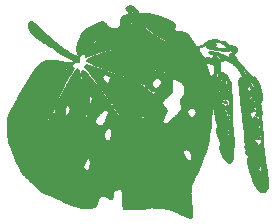
<source format=gbo>
G04 #@! TF.GenerationSoftware,KiCad,Pcbnew,(6.0.4)*
G04 #@! TF.CreationDate,2022-11-09T23:23:58+13:00*
G04 #@! TF.ProjectId,LAN-Module-PoE,4c414e2d-4d6f-4647-956c-652d506f452e,rev?*
G04 #@! TF.SameCoordinates,Original*
G04 #@! TF.FileFunction,Legend,Bot*
G04 #@! TF.FilePolarity,Positive*
%FSLAX46Y46*%
G04 Gerber Fmt 4.6, Leading zero omitted, Abs format (unit mm)*
G04 Created by KiCad (PCBNEW (6.0.4)) date 2022-11-09 23:23:58*
%MOMM*%
%LPD*%
G01*
G04 APERTURE LIST*
%ADD10C,0.160000*%
%ADD11C,1.600000*%
%ADD12C,3.250000*%
%ADD13R,1.500000X1.500000*%
%ADD14C,1.500000*%
%ADD15C,2.200000*%
G04 APERTURE END LIST*
D10*
G36*
X43168465Y-36303719D02*
G01*
X43171965Y-36303958D01*
X43175331Y-36304334D01*
X43178557Y-36304845D01*
X43181642Y-36305488D01*
X43184580Y-36306260D01*
X43187369Y-36307158D01*
X43190005Y-36308179D01*
X43192485Y-36309320D01*
X43194804Y-36310579D01*
X43196960Y-36311953D01*
X43198949Y-36313437D01*
X43200766Y-36315031D01*
X43202409Y-36316730D01*
X43203874Y-36318532D01*
X43205157Y-36320435D01*
X43206255Y-36322434D01*
X43207164Y-36324527D01*
X43207880Y-36326712D01*
X43208401Y-36328984D01*
X43208722Y-36331343D01*
X43208840Y-36333784D01*
X43208751Y-36336304D01*
X43208451Y-36338901D01*
X43207938Y-36341573D01*
X43207207Y-36344315D01*
X43206254Y-36347125D01*
X43205078Y-36350000D01*
X43202274Y-36355777D01*
X43199051Y-36361459D01*
X43195447Y-36367016D01*
X43191499Y-36372414D01*
X43187246Y-36377621D01*
X43182725Y-36382605D01*
X43177974Y-36387333D01*
X43173031Y-36391773D01*
X43167935Y-36395893D01*
X43162722Y-36399660D01*
X43157431Y-36403042D01*
X43152100Y-36406008D01*
X43146767Y-36408523D01*
X43141469Y-36410557D01*
X43138845Y-36411383D01*
X43136245Y-36412076D01*
X43133672Y-36412633D01*
X43131132Y-36413049D01*
X43128615Y-36413323D01*
X43126112Y-36413459D01*
X43123626Y-36413460D01*
X43121161Y-36413329D01*
X43118720Y-36413069D01*
X43116307Y-36412682D01*
X43113925Y-36412171D01*
X43111579Y-36411540D01*
X43109271Y-36410791D01*
X43107005Y-36409927D01*
X43104785Y-36408951D01*
X43102615Y-36407867D01*
X43100498Y-36406676D01*
X43098437Y-36405381D01*
X43096437Y-36403987D01*
X43094500Y-36402495D01*
X43092631Y-36400909D01*
X43090832Y-36399231D01*
X43089109Y-36397464D01*
X43087463Y-36395611D01*
X43085899Y-36393676D01*
X43084421Y-36391660D01*
X43083031Y-36389568D01*
X43081734Y-36387401D01*
X43080534Y-36385163D01*
X43079432Y-36382856D01*
X43078435Y-36380484D01*
X43077543Y-36378049D01*
X43076763Y-36375555D01*
X43076096Y-36373004D01*
X43075548Y-36370399D01*
X43075120Y-36367743D01*
X43074862Y-36365064D01*
X43074817Y-36362390D01*
X43074981Y-36359726D01*
X43075348Y-36357075D01*
X43075914Y-36354441D01*
X43076674Y-36351829D01*
X43077624Y-36349243D01*
X43078758Y-36346686D01*
X43080073Y-36344163D01*
X43081562Y-36341677D01*
X43083222Y-36339233D01*
X43085048Y-36336835D01*
X43089177Y-36332192D01*
X43093913Y-36327780D01*
X43099216Y-36323632D01*
X43105050Y-36319780D01*
X43111376Y-36316256D01*
X43118157Y-36313093D01*
X43125354Y-36310323D01*
X43132929Y-36307978D01*
X43140845Y-36306091D01*
X43149064Y-36304694D01*
X43153186Y-36304201D01*
X43157190Y-36303859D01*
X43161074Y-36303667D01*
X43164834Y-36303622D01*
X43168465Y-36303719D01*
G37*
X43168465Y-36303719D02*
X43171965Y-36303958D01*
X43175331Y-36304334D01*
X43178557Y-36304845D01*
X43181642Y-36305488D01*
X43184580Y-36306260D01*
X43187369Y-36307158D01*
X43190005Y-36308179D01*
X43192485Y-36309320D01*
X43194804Y-36310579D01*
X43196960Y-36311953D01*
X43198949Y-36313437D01*
X43200766Y-36315031D01*
X43202409Y-36316730D01*
X43203874Y-36318532D01*
X43205157Y-36320435D01*
X43206255Y-36322434D01*
X43207164Y-36324527D01*
X43207880Y-36326712D01*
X43208401Y-36328984D01*
X43208722Y-36331343D01*
X43208840Y-36333784D01*
X43208751Y-36336304D01*
X43208451Y-36338901D01*
X43207938Y-36341573D01*
X43207207Y-36344315D01*
X43206254Y-36347125D01*
X43205078Y-36350000D01*
X43202274Y-36355777D01*
X43199051Y-36361459D01*
X43195447Y-36367016D01*
X43191499Y-36372414D01*
X43187246Y-36377621D01*
X43182725Y-36382605D01*
X43177974Y-36387333D01*
X43173031Y-36391773D01*
X43167935Y-36395893D01*
X43162722Y-36399660D01*
X43157431Y-36403042D01*
X43152100Y-36406008D01*
X43146767Y-36408523D01*
X43141469Y-36410557D01*
X43138845Y-36411383D01*
X43136245Y-36412076D01*
X43133672Y-36412633D01*
X43131132Y-36413049D01*
X43128615Y-36413323D01*
X43126112Y-36413459D01*
X43123626Y-36413460D01*
X43121161Y-36413329D01*
X43118720Y-36413069D01*
X43116307Y-36412682D01*
X43113925Y-36412171D01*
X43111579Y-36411540D01*
X43109271Y-36410791D01*
X43107005Y-36409927D01*
X43104785Y-36408951D01*
X43102615Y-36407867D01*
X43100498Y-36406676D01*
X43098437Y-36405381D01*
X43096437Y-36403987D01*
X43094500Y-36402495D01*
X43092631Y-36400909D01*
X43090832Y-36399231D01*
X43089109Y-36397464D01*
X43087463Y-36395611D01*
X43085899Y-36393676D01*
X43084421Y-36391660D01*
X43083031Y-36389568D01*
X43081734Y-36387401D01*
X43080534Y-36385163D01*
X43079432Y-36382856D01*
X43078435Y-36380484D01*
X43077543Y-36378049D01*
X43076763Y-36375555D01*
X43076096Y-36373004D01*
X43075548Y-36370399D01*
X43075120Y-36367743D01*
X43074862Y-36365064D01*
X43074817Y-36362390D01*
X43074981Y-36359726D01*
X43075348Y-36357075D01*
X43075914Y-36354441D01*
X43076674Y-36351829D01*
X43077624Y-36349243D01*
X43078758Y-36346686D01*
X43080073Y-36344163D01*
X43081562Y-36341677D01*
X43083222Y-36339233D01*
X43085048Y-36336835D01*
X43089177Y-36332192D01*
X43093913Y-36327780D01*
X43099216Y-36323632D01*
X43105050Y-36319780D01*
X43111376Y-36316256D01*
X43118157Y-36313093D01*
X43125354Y-36310323D01*
X43132929Y-36307978D01*
X43140845Y-36306091D01*
X43149064Y-36304694D01*
X43153186Y-36304201D01*
X43157190Y-36303859D01*
X43161074Y-36303667D01*
X43164834Y-36303622D01*
X43168465Y-36303719D01*
G36*
X42863235Y-34616479D02*
G01*
X42866261Y-34616789D01*
X42869344Y-34617316D01*
X42872486Y-34618061D01*
X42875686Y-34619022D01*
X42878943Y-34620200D01*
X42882259Y-34621595D01*
X42885633Y-34623207D01*
X42889064Y-34625036D01*
X42892554Y-34627082D01*
X42896101Y-34629344D01*
X42899707Y-34631824D01*
X42903370Y-34634520D01*
X42906360Y-34636908D01*
X42909236Y-34639437D01*
X42911997Y-34642099D01*
X42914639Y-34644889D01*
X42919563Y-34650820D01*
X42923992Y-34657173D01*
X42927912Y-34663892D01*
X42931307Y-34670918D01*
X42934163Y-34678196D01*
X42936464Y-34685668D01*
X42938194Y-34693277D01*
X42939339Y-34700967D01*
X42939883Y-34708680D01*
X42939811Y-34716359D01*
X42939108Y-34723948D01*
X42937759Y-34731390D01*
X42936837Y-34735037D01*
X42935748Y-34738627D01*
X42934490Y-34742151D01*
X42933061Y-34745602D01*
X42931195Y-34749631D01*
X42929271Y-34753443D01*
X42927289Y-34757039D01*
X42925249Y-34760417D01*
X42923151Y-34763578D01*
X42920995Y-34766522D01*
X42918782Y-34769249D01*
X42916510Y-34771759D01*
X42914180Y-34774052D01*
X42911792Y-34776129D01*
X42909346Y-34777988D01*
X42906842Y-34779630D01*
X42904281Y-34781055D01*
X42901661Y-34782263D01*
X42898983Y-34783255D01*
X42896248Y-34784029D01*
X42893454Y-34784586D01*
X42890602Y-34784927D01*
X42887692Y-34785050D01*
X42884725Y-34784957D01*
X42881699Y-34784646D01*
X42878616Y-34784119D01*
X42875474Y-34783375D01*
X42872274Y-34782413D01*
X42869017Y-34781235D01*
X42865701Y-34779840D01*
X42862328Y-34778228D01*
X42858896Y-34776399D01*
X42855407Y-34774354D01*
X42851859Y-34772091D01*
X42848254Y-34769611D01*
X42844590Y-34766915D01*
X42841600Y-34764527D01*
X42838724Y-34761999D01*
X42835964Y-34759336D01*
X42833321Y-34756547D01*
X42828398Y-34750616D01*
X42823968Y-34744262D01*
X42820048Y-34737544D01*
X42816653Y-34730518D01*
X42813797Y-34723240D01*
X42811496Y-34715768D01*
X42809766Y-34708158D01*
X42808621Y-34700469D01*
X42808077Y-34692756D01*
X42808148Y-34685076D01*
X42808851Y-34677487D01*
X42810199Y-34670046D01*
X42811121Y-34666399D01*
X42812210Y-34662809D01*
X42813468Y-34659285D01*
X42814897Y-34655834D01*
X42816763Y-34651805D01*
X42818687Y-34647992D01*
X42820669Y-34644397D01*
X42822709Y-34641019D01*
X42824807Y-34637858D01*
X42826963Y-34634914D01*
X42829177Y-34632187D01*
X42831449Y-34629676D01*
X42833779Y-34627383D01*
X42836167Y-34625307D01*
X42838613Y-34623448D01*
X42841116Y-34621806D01*
X42843678Y-34620380D01*
X42846298Y-34619172D01*
X42848976Y-34618181D01*
X42851712Y-34617406D01*
X42854506Y-34616849D01*
X42857358Y-34616509D01*
X42860267Y-34616385D01*
X42863235Y-34616479D01*
G37*
X42863235Y-34616479D02*
X42866261Y-34616789D01*
X42869344Y-34617316D01*
X42872486Y-34618061D01*
X42875686Y-34619022D01*
X42878943Y-34620200D01*
X42882259Y-34621595D01*
X42885633Y-34623207D01*
X42889064Y-34625036D01*
X42892554Y-34627082D01*
X42896101Y-34629344D01*
X42899707Y-34631824D01*
X42903370Y-34634520D01*
X42906360Y-34636908D01*
X42909236Y-34639437D01*
X42911997Y-34642099D01*
X42914639Y-34644889D01*
X42919563Y-34650820D01*
X42923992Y-34657173D01*
X42927912Y-34663892D01*
X42931307Y-34670918D01*
X42934163Y-34678196D01*
X42936464Y-34685668D01*
X42938194Y-34693277D01*
X42939339Y-34700967D01*
X42939883Y-34708680D01*
X42939811Y-34716359D01*
X42939108Y-34723948D01*
X42937759Y-34731390D01*
X42936837Y-34735037D01*
X42935748Y-34738627D01*
X42934490Y-34742151D01*
X42933061Y-34745602D01*
X42931195Y-34749631D01*
X42929271Y-34753443D01*
X42927289Y-34757039D01*
X42925249Y-34760417D01*
X42923151Y-34763578D01*
X42920995Y-34766522D01*
X42918782Y-34769249D01*
X42916510Y-34771759D01*
X42914180Y-34774052D01*
X42911792Y-34776129D01*
X42909346Y-34777988D01*
X42906842Y-34779630D01*
X42904281Y-34781055D01*
X42901661Y-34782263D01*
X42898983Y-34783255D01*
X42896248Y-34784029D01*
X42893454Y-34784586D01*
X42890602Y-34784927D01*
X42887692Y-34785050D01*
X42884725Y-34784957D01*
X42881699Y-34784646D01*
X42878616Y-34784119D01*
X42875474Y-34783375D01*
X42872274Y-34782413D01*
X42869017Y-34781235D01*
X42865701Y-34779840D01*
X42862328Y-34778228D01*
X42858896Y-34776399D01*
X42855407Y-34774354D01*
X42851859Y-34772091D01*
X42848254Y-34769611D01*
X42844590Y-34766915D01*
X42841600Y-34764527D01*
X42838724Y-34761999D01*
X42835964Y-34759336D01*
X42833321Y-34756547D01*
X42828398Y-34750616D01*
X42823968Y-34744262D01*
X42820048Y-34737544D01*
X42816653Y-34730518D01*
X42813797Y-34723240D01*
X42811496Y-34715768D01*
X42809766Y-34708158D01*
X42808621Y-34700469D01*
X42808077Y-34692756D01*
X42808148Y-34685076D01*
X42808851Y-34677487D01*
X42810199Y-34670046D01*
X42811121Y-34666399D01*
X42812210Y-34662809D01*
X42813468Y-34659285D01*
X42814897Y-34655834D01*
X42816763Y-34651805D01*
X42818687Y-34647992D01*
X42820669Y-34644397D01*
X42822709Y-34641019D01*
X42824807Y-34637858D01*
X42826963Y-34634914D01*
X42829177Y-34632187D01*
X42831449Y-34629676D01*
X42833779Y-34627383D01*
X42836167Y-34625307D01*
X42838613Y-34623448D01*
X42841116Y-34621806D01*
X42843678Y-34620380D01*
X42846298Y-34619172D01*
X42848976Y-34618181D01*
X42851712Y-34617406D01*
X42854506Y-34616849D01*
X42857358Y-34616509D01*
X42860267Y-34616385D01*
X42863235Y-34616479D01*
G36*
X45518303Y-34572602D02*
G01*
X45535211Y-34614027D01*
X45558821Y-34674149D01*
X45571677Y-34724535D01*
X45595783Y-34834163D01*
X45626076Y-34983928D01*
X45657493Y-35154725D01*
X45684972Y-35327449D01*
X45695652Y-35408564D01*
X45703449Y-35482996D01*
X45705864Y-35519865D01*
X45695795Y-35526974D01*
X45685564Y-35531988D01*
X45675221Y-35534777D01*
X45671909Y-35535372D01*
X45668659Y-35536103D01*
X45665474Y-35536965D01*
X45662358Y-35537953D01*
X45659314Y-35539064D01*
X45656346Y-35540292D01*
X45653459Y-35541636D01*
X45650654Y-35543088D01*
X45647937Y-35544647D01*
X45645311Y-35546307D01*
X45642779Y-35548065D01*
X45640345Y-35549915D01*
X45638013Y-35551855D01*
X45635787Y-35553879D01*
X45633670Y-35555984D01*
X45631666Y-35558166D01*
X45629778Y-35560419D01*
X45628010Y-35562741D01*
X45626367Y-35565127D01*
X45624850Y-35567572D01*
X45623465Y-35570073D01*
X45622215Y-35572624D01*
X45621104Y-35575224D01*
X45620135Y-35577865D01*
X45619311Y-35580546D01*
X45618637Y-35583261D01*
X45618117Y-35586007D01*
X45617753Y-35588779D01*
X45617550Y-35591573D01*
X45617511Y-35594384D01*
X45617640Y-35597209D01*
X45617941Y-35600044D01*
X45618250Y-35602833D01*
X45618406Y-35605519D01*
X45618411Y-35608102D01*
X45618269Y-35610579D01*
X45617983Y-35612949D01*
X45617555Y-35615209D01*
X45616990Y-35617358D01*
X45616291Y-35619393D01*
X45615460Y-35621314D01*
X45614502Y-35623117D01*
X45613419Y-35624801D01*
X45612214Y-35626365D01*
X45610890Y-35627806D01*
X45609452Y-35629123D01*
X45607902Y-35630314D01*
X45606243Y-35631376D01*
X45604479Y-35632308D01*
X45602613Y-35633107D01*
X45600648Y-35633773D01*
X45598587Y-35634304D01*
X45596433Y-35634696D01*
X45594191Y-35634949D01*
X45591862Y-35635061D01*
X45589451Y-35635030D01*
X45586959Y-35634853D01*
X45584392Y-35634529D01*
X45581752Y-35634056D01*
X45579041Y-35633433D01*
X45576264Y-35632657D01*
X45573424Y-35631726D01*
X45570523Y-35630639D01*
X45567565Y-35629393D01*
X45561408Y-35623797D01*
X45554940Y-35612561D01*
X45541241Y-35574580D01*
X45526800Y-35518264D01*
X45511948Y-35446432D01*
X45482343Y-35267481D01*
X45455080Y-35060258D01*
X45432815Y-34847295D01*
X45418205Y-34651122D01*
X45414600Y-34566373D01*
X45413904Y-34494272D01*
X45416450Y-34437633D01*
X45422569Y-34399274D01*
X45424933Y-34388939D01*
X45426226Y-34378508D01*
X45426403Y-34371326D01*
X45518303Y-34572602D01*
G37*
X45518303Y-34572602D02*
X45535211Y-34614027D01*
X45558821Y-34674149D01*
X45571677Y-34724535D01*
X45595783Y-34834163D01*
X45626076Y-34983928D01*
X45657493Y-35154725D01*
X45684972Y-35327449D01*
X45695652Y-35408564D01*
X45703449Y-35482996D01*
X45705864Y-35519865D01*
X45695795Y-35526974D01*
X45685564Y-35531988D01*
X45675221Y-35534777D01*
X45671909Y-35535372D01*
X45668659Y-35536103D01*
X45665474Y-35536965D01*
X45662358Y-35537953D01*
X45659314Y-35539064D01*
X45656346Y-35540292D01*
X45653459Y-35541636D01*
X45650654Y-35543088D01*
X45647937Y-35544647D01*
X45645311Y-35546307D01*
X45642779Y-35548065D01*
X45640345Y-35549915D01*
X45638013Y-35551855D01*
X45635787Y-35553879D01*
X45633670Y-35555984D01*
X45631666Y-35558166D01*
X45629778Y-35560419D01*
X45628010Y-35562741D01*
X45626367Y-35565127D01*
X45624850Y-35567572D01*
X45623465Y-35570073D01*
X45622215Y-35572624D01*
X45621104Y-35575224D01*
X45620135Y-35577865D01*
X45619311Y-35580546D01*
X45618637Y-35583261D01*
X45618117Y-35586007D01*
X45617753Y-35588779D01*
X45617550Y-35591573D01*
X45617511Y-35594384D01*
X45617640Y-35597209D01*
X45617941Y-35600044D01*
X45618250Y-35602833D01*
X45618406Y-35605519D01*
X45618411Y-35608102D01*
X45618269Y-35610579D01*
X45617983Y-35612949D01*
X45617555Y-35615209D01*
X45616990Y-35617358D01*
X45616291Y-35619393D01*
X45615460Y-35621314D01*
X45614502Y-35623117D01*
X45613419Y-35624801D01*
X45612214Y-35626365D01*
X45610890Y-35627806D01*
X45609452Y-35629123D01*
X45607902Y-35630314D01*
X45606243Y-35631376D01*
X45604479Y-35632308D01*
X45602613Y-35633107D01*
X45600648Y-35633773D01*
X45598587Y-35634304D01*
X45596433Y-35634696D01*
X45594191Y-35634949D01*
X45591862Y-35635061D01*
X45589451Y-35635030D01*
X45586959Y-35634853D01*
X45584392Y-35634529D01*
X45581752Y-35634056D01*
X45579041Y-35633433D01*
X45576264Y-35632657D01*
X45573424Y-35631726D01*
X45570523Y-35630639D01*
X45567565Y-35629393D01*
X45561408Y-35623797D01*
X45554940Y-35612561D01*
X45541241Y-35574580D01*
X45526800Y-35518264D01*
X45511948Y-35446432D01*
X45482343Y-35267481D01*
X45455080Y-35060258D01*
X45432815Y-34847295D01*
X45418205Y-34651122D01*
X45414600Y-34566373D01*
X45413904Y-34494272D01*
X45416450Y-34437633D01*
X45422569Y-34399274D01*
X45424933Y-34388939D01*
X45426226Y-34378508D01*
X45426403Y-34371326D01*
X45518303Y-34572602D01*
G36*
X45410625Y-38062770D02*
G01*
X45414725Y-38063150D01*
X45418775Y-38063731D01*
X45422772Y-38064509D01*
X45426707Y-38065478D01*
X45430576Y-38066635D01*
X45434373Y-38067974D01*
X45438091Y-38069491D01*
X45441724Y-38071181D01*
X45445267Y-38073041D01*
X45448714Y-38075065D01*
X45452057Y-38077249D01*
X45455293Y-38079588D01*
X45458414Y-38082078D01*
X45461414Y-38084714D01*
X45464288Y-38087491D01*
X45467029Y-38090406D01*
X45469632Y-38093453D01*
X45472090Y-38096629D01*
X45474398Y-38099927D01*
X45476550Y-38103345D01*
X45478538Y-38106876D01*
X45480359Y-38110518D01*
X45482005Y-38114264D01*
X45483470Y-38118112D01*
X45484749Y-38122055D01*
X45485836Y-38126090D01*
X45486724Y-38130212D01*
X45487408Y-38134416D01*
X45488218Y-38142751D01*
X45488322Y-38150545D01*
X45487755Y-38157796D01*
X45486554Y-38164507D01*
X45484754Y-38170676D01*
X45482391Y-38176305D01*
X45479501Y-38181392D01*
X45476119Y-38185940D01*
X45472282Y-38189947D01*
X45468025Y-38193413D01*
X45463383Y-38196340D01*
X45458394Y-38198728D01*
X45453092Y-38200576D01*
X45447513Y-38201885D01*
X45441693Y-38202655D01*
X45435667Y-38202886D01*
X45429473Y-38202579D01*
X45423145Y-38201734D01*
X45416719Y-38200350D01*
X45410231Y-38198429D01*
X45403716Y-38195970D01*
X45397211Y-38192974D01*
X45390752Y-38189441D01*
X45384373Y-38185370D01*
X45378111Y-38180763D01*
X45372002Y-38175620D01*
X45366082Y-38169940D01*
X45360385Y-38163724D01*
X45354949Y-38156973D01*
X45349808Y-38149685D01*
X45344999Y-38141863D01*
X45340557Y-38133505D01*
X45340557Y-38133506D01*
X45339178Y-38130472D01*
X45338030Y-38127446D01*
X45337109Y-38124434D01*
X45336412Y-38121441D01*
X45335935Y-38118471D01*
X45335674Y-38115528D01*
X45335628Y-38112617D01*
X45335791Y-38109742D01*
X45336161Y-38106908D01*
X45336735Y-38104120D01*
X45337508Y-38101381D01*
X45338478Y-38098697D01*
X45339640Y-38096071D01*
X45340993Y-38093509D01*
X45342531Y-38091015D01*
X45344252Y-38088593D01*
X45346153Y-38086248D01*
X45348230Y-38083984D01*
X45350479Y-38081806D01*
X45352897Y-38079718D01*
X45355481Y-38077726D01*
X45358227Y-38075832D01*
X45361132Y-38074042D01*
X45364192Y-38072361D01*
X45367405Y-38070792D01*
X45370766Y-38069341D01*
X45374272Y-38068011D01*
X45377920Y-38066808D01*
X45381707Y-38065736D01*
X45385628Y-38064799D01*
X45389681Y-38064001D01*
X45393862Y-38063348D01*
X45398096Y-38062880D01*
X45402305Y-38062630D01*
X45406483Y-38062595D01*
X45410625Y-38062770D01*
G37*
X45410625Y-38062770D02*
X45414725Y-38063150D01*
X45418775Y-38063731D01*
X45422772Y-38064509D01*
X45426707Y-38065478D01*
X45430576Y-38066635D01*
X45434373Y-38067974D01*
X45438091Y-38069491D01*
X45441724Y-38071181D01*
X45445267Y-38073041D01*
X45448714Y-38075065D01*
X45452057Y-38077249D01*
X45455293Y-38079588D01*
X45458414Y-38082078D01*
X45461414Y-38084714D01*
X45464288Y-38087491D01*
X45467029Y-38090406D01*
X45469632Y-38093453D01*
X45472090Y-38096629D01*
X45474398Y-38099927D01*
X45476550Y-38103345D01*
X45478538Y-38106876D01*
X45480359Y-38110518D01*
X45482005Y-38114264D01*
X45483470Y-38118112D01*
X45484749Y-38122055D01*
X45485836Y-38126090D01*
X45486724Y-38130212D01*
X45487408Y-38134416D01*
X45488218Y-38142751D01*
X45488322Y-38150545D01*
X45487755Y-38157796D01*
X45486554Y-38164507D01*
X45484754Y-38170676D01*
X45482391Y-38176305D01*
X45479501Y-38181392D01*
X45476119Y-38185940D01*
X45472282Y-38189947D01*
X45468025Y-38193413D01*
X45463383Y-38196340D01*
X45458394Y-38198728D01*
X45453092Y-38200576D01*
X45447513Y-38201885D01*
X45441693Y-38202655D01*
X45435667Y-38202886D01*
X45429473Y-38202579D01*
X45423145Y-38201734D01*
X45416719Y-38200350D01*
X45410231Y-38198429D01*
X45403716Y-38195970D01*
X45397211Y-38192974D01*
X45390752Y-38189441D01*
X45384373Y-38185370D01*
X45378111Y-38180763D01*
X45372002Y-38175620D01*
X45366082Y-38169940D01*
X45360385Y-38163724D01*
X45354949Y-38156973D01*
X45349808Y-38149685D01*
X45344999Y-38141863D01*
X45340557Y-38133505D01*
X45340557Y-38133506D01*
X45339178Y-38130472D01*
X45338030Y-38127446D01*
X45337109Y-38124434D01*
X45336412Y-38121441D01*
X45335935Y-38118471D01*
X45335674Y-38115528D01*
X45335628Y-38112617D01*
X45335791Y-38109742D01*
X45336161Y-38106908D01*
X45336735Y-38104120D01*
X45337508Y-38101381D01*
X45338478Y-38098697D01*
X45339640Y-38096071D01*
X45340993Y-38093509D01*
X45342531Y-38091015D01*
X45344252Y-38088593D01*
X45346153Y-38086248D01*
X45348230Y-38083984D01*
X45350479Y-38081806D01*
X45352897Y-38079718D01*
X45355481Y-38077726D01*
X45358227Y-38075832D01*
X45361132Y-38074042D01*
X45364192Y-38072361D01*
X45367405Y-38070792D01*
X45370766Y-38069341D01*
X45374272Y-38068011D01*
X45377920Y-38066808D01*
X45381707Y-38065736D01*
X45385628Y-38064799D01*
X45389681Y-38064001D01*
X45393862Y-38063348D01*
X45398096Y-38062880D01*
X45402305Y-38062630D01*
X45406483Y-38062595D01*
X45410625Y-38062770D01*
G36*
X45116413Y-33692400D02*
G01*
X45127523Y-33716733D01*
X45124931Y-33725261D01*
X45120369Y-33738076D01*
X45117764Y-33744343D01*
X45114897Y-33750455D01*
X45111738Y-33756366D01*
X45108252Y-33762029D01*
X45104407Y-33767399D01*
X45100170Y-33772428D01*
X45097763Y-33776432D01*
X45096917Y-33781495D01*
X45097584Y-33787667D01*
X45099717Y-33794997D01*
X45103267Y-33803536D01*
X45108185Y-33813334D01*
X45121937Y-33836906D01*
X45222069Y-33991577D01*
X45256458Y-34047344D01*
X45293819Y-34110754D01*
X45333766Y-34182206D01*
X45354589Y-34221074D01*
X45375240Y-34260804D01*
X45371970Y-34257338D01*
X45362788Y-34248531D01*
X45353066Y-34240069D01*
X45342843Y-34231985D01*
X45332156Y-34224309D01*
X45321043Y-34217074D01*
X45309543Y-34210311D01*
X45297693Y-34204051D01*
X45285532Y-34198326D01*
X45273097Y-34193167D01*
X45260427Y-34188606D01*
X45247559Y-34184675D01*
X45234532Y-34181405D01*
X45221383Y-34178827D01*
X45208151Y-34176973D01*
X45194874Y-34175876D01*
X45181589Y-34175565D01*
X45168335Y-34176073D01*
X45155149Y-34177431D01*
X45149268Y-34178128D01*
X45143516Y-34178595D01*
X45137895Y-34178834D01*
X45132407Y-34178846D01*
X45127055Y-34178632D01*
X45121841Y-34178196D01*
X45116766Y-34177537D01*
X45111834Y-34176658D01*
X45107045Y-34175560D01*
X45102403Y-34174245D01*
X45097909Y-34172714D01*
X45093565Y-34170969D01*
X45089375Y-34169011D01*
X45085338Y-34166842D01*
X45081459Y-34164464D01*
X45077739Y-34161878D01*
X45074179Y-34159086D01*
X45070783Y-34156089D01*
X45067553Y-34152889D01*
X45064489Y-34149488D01*
X45061596Y-34145886D01*
X45058874Y-34142086D01*
X45056326Y-34138090D01*
X45053954Y-34133898D01*
X45051760Y-34129512D01*
X45049746Y-34124934D01*
X45047915Y-34120166D01*
X45046268Y-34115209D01*
X45044808Y-34110064D01*
X45043537Y-34104733D01*
X45042456Y-34099218D01*
X45041569Y-34093521D01*
X45040772Y-34088448D01*
X45039761Y-34083299D01*
X45037120Y-34072813D01*
X45033697Y-34062140D01*
X45029544Y-34051360D01*
X45024712Y-34040548D01*
X45019252Y-34029784D01*
X45013216Y-34019145D01*
X45006655Y-34008708D01*
X44999620Y-33998552D01*
X44992163Y-33988755D01*
X44984336Y-33979393D01*
X44976188Y-33970545D01*
X44967773Y-33962289D01*
X44959140Y-33954703D01*
X44950342Y-33947864D01*
X44941430Y-33941849D01*
X44918736Y-33927062D01*
X44899485Y-33912961D01*
X44891169Y-33906110D01*
X44883736Y-33899361D01*
X44877194Y-33892690D01*
X44871550Y-33886074D01*
X44866813Y-33879490D01*
X44862989Y-33872915D01*
X44860086Y-33866325D01*
X44858111Y-33859697D01*
X44857073Y-33853007D01*
X44856978Y-33846233D01*
X44857835Y-33839351D01*
X44859650Y-33832337D01*
X44862432Y-33825169D01*
X44866188Y-33817823D01*
X44870925Y-33810276D01*
X44876652Y-33802504D01*
X44883375Y-33794484D01*
X44891102Y-33786193D01*
X44899841Y-33777608D01*
X44909599Y-33768705D01*
X44932203Y-33749853D01*
X44958975Y-33729449D01*
X44989975Y-33707309D01*
X45025263Y-33683245D01*
X45044170Y-33670221D01*
X45062084Y-33657160D01*
X45078999Y-33644088D01*
X45089372Y-33635574D01*
X45116413Y-33692400D01*
G37*
X45116413Y-33692400D02*
X45127523Y-33716733D01*
X45124931Y-33725261D01*
X45120369Y-33738076D01*
X45117764Y-33744343D01*
X45114897Y-33750455D01*
X45111738Y-33756366D01*
X45108252Y-33762029D01*
X45104407Y-33767399D01*
X45100170Y-33772428D01*
X45097763Y-33776432D01*
X45096917Y-33781495D01*
X45097584Y-33787667D01*
X45099717Y-33794997D01*
X45103267Y-33803536D01*
X45108185Y-33813334D01*
X45121937Y-33836906D01*
X45222069Y-33991577D01*
X45256458Y-34047344D01*
X45293819Y-34110754D01*
X45333766Y-34182206D01*
X45354589Y-34221074D01*
X45375240Y-34260804D01*
X45371970Y-34257338D01*
X45362788Y-34248531D01*
X45353066Y-34240069D01*
X45342843Y-34231985D01*
X45332156Y-34224309D01*
X45321043Y-34217074D01*
X45309543Y-34210311D01*
X45297693Y-34204051D01*
X45285532Y-34198326D01*
X45273097Y-34193167D01*
X45260427Y-34188606D01*
X45247559Y-34184675D01*
X45234532Y-34181405D01*
X45221383Y-34178827D01*
X45208151Y-34176973D01*
X45194874Y-34175876D01*
X45181589Y-34175565D01*
X45168335Y-34176073D01*
X45155149Y-34177431D01*
X45149268Y-34178128D01*
X45143516Y-34178595D01*
X45137895Y-34178834D01*
X45132407Y-34178846D01*
X45127055Y-34178632D01*
X45121841Y-34178196D01*
X45116766Y-34177537D01*
X45111834Y-34176658D01*
X45107045Y-34175560D01*
X45102403Y-34174245D01*
X45097909Y-34172714D01*
X45093565Y-34170969D01*
X45089375Y-34169011D01*
X45085338Y-34166842D01*
X45081459Y-34164464D01*
X45077739Y-34161878D01*
X45074179Y-34159086D01*
X45070783Y-34156089D01*
X45067553Y-34152889D01*
X45064489Y-34149488D01*
X45061596Y-34145886D01*
X45058874Y-34142086D01*
X45056326Y-34138090D01*
X45053954Y-34133898D01*
X45051760Y-34129512D01*
X45049746Y-34124934D01*
X45047915Y-34120166D01*
X45046268Y-34115209D01*
X45044808Y-34110064D01*
X45043537Y-34104733D01*
X45042456Y-34099218D01*
X45041569Y-34093521D01*
X45040772Y-34088448D01*
X45039761Y-34083299D01*
X45037120Y-34072813D01*
X45033697Y-34062140D01*
X45029544Y-34051360D01*
X45024712Y-34040548D01*
X45019252Y-34029784D01*
X45013216Y-34019145D01*
X45006655Y-34008708D01*
X44999620Y-33998552D01*
X44992163Y-33988755D01*
X44984336Y-33979393D01*
X44976188Y-33970545D01*
X44967773Y-33962289D01*
X44959140Y-33954703D01*
X44950342Y-33947864D01*
X44941430Y-33941849D01*
X44918736Y-33927062D01*
X44899485Y-33912961D01*
X44891169Y-33906110D01*
X44883736Y-33899361D01*
X44877194Y-33892690D01*
X44871550Y-33886074D01*
X44866813Y-33879490D01*
X44862989Y-33872915D01*
X44860086Y-33866325D01*
X44858111Y-33859697D01*
X44857073Y-33853007D01*
X44856978Y-33846233D01*
X44857835Y-33839351D01*
X44859650Y-33832337D01*
X44862432Y-33825169D01*
X44866188Y-33817823D01*
X44870925Y-33810276D01*
X44876652Y-33802504D01*
X44883375Y-33794484D01*
X44891102Y-33786193D01*
X44899841Y-33777608D01*
X44909599Y-33768705D01*
X44932203Y-33749853D01*
X44958975Y-33729449D01*
X44989975Y-33707309D01*
X45025263Y-33683245D01*
X45044170Y-33670221D01*
X45062084Y-33657160D01*
X45078999Y-33644088D01*
X45089372Y-33635574D01*
X45116413Y-33692400D01*
G36*
X45397695Y-34305343D02*
G01*
X45419880Y-34350844D01*
X45426225Y-34364302D01*
X45426485Y-34368012D01*
X45426403Y-34371326D01*
X45382524Y-34275225D01*
X45397695Y-34305343D01*
G37*
X45397695Y-34305343D02*
X45419880Y-34350844D01*
X45426225Y-34364302D01*
X45426485Y-34368012D01*
X45426403Y-34371326D01*
X45382524Y-34275225D01*
X45397695Y-34305343D01*
G36*
X45029900Y-35326475D02*
G01*
X45035189Y-35327022D01*
X45040492Y-35328045D01*
X45045788Y-35329532D01*
X45051057Y-35331471D01*
X45056278Y-35333849D01*
X45061431Y-35336656D01*
X45066497Y-35339878D01*
X45071454Y-35343505D01*
X45076283Y-35347523D01*
X45080963Y-35351922D01*
X45085474Y-35356689D01*
X45089796Y-35361812D01*
X45093908Y-35367279D01*
X45097790Y-35373079D01*
X45101422Y-35379199D01*
X45104784Y-35385627D01*
X45107855Y-35392352D01*
X45110616Y-35399361D01*
X45113045Y-35406642D01*
X45115123Y-35414184D01*
X45116829Y-35421975D01*
X45118144Y-35430002D01*
X45118566Y-35433856D01*
X45118781Y-35437689D01*
X45118794Y-35441494D01*
X45118607Y-35445268D01*
X45118227Y-35449003D01*
X45117656Y-35452696D01*
X45116901Y-35456339D01*
X45115963Y-35459929D01*
X45114849Y-35463458D01*
X45113563Y-35466923D01*
X45112108Y-35470317D01*
X45110489Y-35473635D01*
X45108711Y-35476871D01*
X45106778Y-35480020D01*
X45104694Y-35483076D01*
X45102463Y-35486035D01*
X45100090Y-35488890D01*
X45097580Y-35491636D01*
X45094936Y-35494267D01*
X45092163Y-35496778D01*
X45089265Y-35499164D01*
X45086247Y-35501419D01*
X45083113Y-35503537D01*
X45079866Y-35505514D01*
X45076513Y-35507343D01*
X45073056Y-35509019D01*
X45069501Y-35510537D01*
X45065852Y-35511891D01*
X45062112Y-35513075D01*
X45058287Y-35514085D01*
X45054380Y-35514915D01*
X45050396Y-35515558D01*
X45043159Y-35516224D01*
X45036138Y-35516235D01*
X45029342Y-35515618D01*
X45022785Y-35514402D01*
X45016477Y-35512614D01*
X45010430Y-35510283D01*
X45004655Y-35507435D01*
X44999164Y-35504099D01*
X44993968Y-35500303D01*
X44989078Y-35496074D01*
X44984506Y-35491440D01*
X44980264Y-35486429D01*
X44976363Y-35481068D01*
X44972813Y-35475386D01*
X44969628Y-35469410D01*
X44966818Y-35463169D01*
X44964394Y-35456688D01*
X44962368Y-35449998D01*
X44960751Y-35443125D01*
X44959556Y-35436097D01*
X44958793Y-35428942D01*
X44958473Y-35421688D01*
X44958609Y-35414362D01*
X44959211Y-35406992D01*
X44960291Y-35399607D01*
X44961861Y-35392234D01*
X44963931Y-35384900D01*
X44966514Y-35377633D01*
X44969620Y-35370462D01*
X44973262Y-35363414D01*
X44977451Y-35356517D01*
X44982197Y-35349798D01*
X44986239Y-35344930D01*
X44990496Y-35340658D01*
X44994950Y-35336969D01*
X44999578Y-35333851D01*
X45004362Y-35331293D01*
X45009281Y-35329282D01*
X45014314Y-35327807D01*
X45019442Y-35326855D01*
X45024644Y-35326415D01*
X45029900Y-35326475D01*
G37*
X45029900Y-35326475D02*
X45035189Y-35327022D01*
X45040492Y-35328045D01*
X45045788Y-35329532D01*
X45051057Y-35331471D01*
X45056278Y-35333849D01*
X45061431Y-35336656D01*
X45066497Y-35339878D01*
X45071454Y-35343505D01*
X45076283Y-35347523D01*
X45080963Y-35351922D01*
X45085474Y-35356689D01*
X45089796Y-35361812D01*
X45093908Y-35367279D01*
X45097790Y-35373079D01*
X45101422Y-35379199D01*
X45104784Y-35385627D01*
X45107855Y-35392352D01*
X45110616Y-35399361D01*
X45113045Y-35406642D01*
X45115123Y-35414184D01*
X45116829Y-35421975D01*
X45118144Y-35430002D01*
X45118566Y-35433856D01*
X45118781Y-35437689D01*
X45118794Y-35441494D01*
X45118607Y-35445268D01*
X45118227Y-35449003D01*
X45117656Y-35452696D01*
X45116901Y-35456339D01*
X45115963Y-35459929D01*
X45114849Y-35463458D01*
X45113563Y-35466923D01*
X45112108Y-35470317D01*
X45110489Y-35473635D01*
X45108711Y-35476871D01*
X45106778Y-35480020D01*
X45104694Y-35483076D01*
X45102463Y-35486035D01*
X45100090Y-35488890D01*
X45097580Y-35491636D01*
X45094936Y-35494267D01*
X45092163Y-35496778D01*
X45089265Y-35499164D01*
X45086247Y-35501419D01*
X45083113Y-35503537D01*
X45079866Y-35505514D01*
X45076513Y-35507343D01*
X45073056Y-35509019D01*
X45069501Y-35510537D01*
X45065852Y-35511891D01*
X45062112Y-35513075D01*
X45058287Y-35514085D01*
X45054380Y-35514915D01*
X45050396Y-35515558D01*
X45043159Y-35516224D01*
X45036138Y-35516235D01*
X45029342Y-35515618D01*
X45022785Y-35514402D01*
X45016477Y-35512614D01*
X45010430Y-35510283D01*
X45004655Y-35507435D01*
X44999164Y-35504099D01*
X44993968Y-35500303D01*
X44989078Y-35496074D01*
X44984506Y-35491440D01*
X44980264Y-35486429D01*
X44976363Y-35481068D01*
X44972813Y-35475386D01*
X44969628Y-35469410D01*
X44966818Y-35463169D01*
X44964394Y-35456688D01*
X44962368Y-35449998D01*
X44960751Y-35443125D01*
X44959556Y-35436097D01*
X44958793Y-35428942D01*
X44958473Y-35421688D01*
X44958609Y-35414362D01*
X44959211Y-35406992D01*
X44960291Y-35399607D01*
X44961861Y-35392234D01*
X44963931Y-35384900D01*
X44966514Y-35377633D01*
X44969620Y-35370462D01*
X44973262Y-35363414D01*
X44977451Y-35356517D01*
X44982197Y-35349798D01*
X44986239Y-35344930D01*
X44990496Y-35340658D01*
X44994950Y-35336969D01*
X44999578Y-35333851D01*
X45004362Y-35331293D01*
X45009281Y-35329282D01*
X45014314Y-35327807D01*
X45019442Y-35326855D01*
X45024644Y-35326415D01*
X45029900Y-35326475D01*
G36*
X44981976Y-40685446D02*
G01*
X44979462Y-40677957D01*
X45530726Y-40677957D01*
X45530761Y-40684842D01*
X45531297Y-40691749D01*
X45532346Y-40698658D01*
X45533916Y-40705549D01*
X45536016Y-40712402D01*
X45538657Y-40719198D01*
X45541847Y-40725917D01*
X45545597Y-40732539D01*
X45549915Y-40739045D01*
X45554811Y-40745414D01*
X45557427Y-40748381D01*
X45560139Y-40751049D01*
X45562946Y-40753420D01*
X45565848Y-40755494D01*
X45568844Y-40757271D01*
X45571933Y-40758752D01*
X45575114Y-40759936D01*
X45578387Y-40760825D01*
X45581750Y-40761418D01*
X45585204Y-40761716D01*
X45588746Y-40761719D01*
X45592377Y-40761427D01*
X45596095Y-40760841D01*
X45599900Y-40759961D01*
X45603791Y-40758788D01*
X45607767Y-40757321D01*
X45611828Y-40755561D01*
X45615972Y-40753509D01*
X45620199Y-40751164D01*
X45624508Y-40748527D01*
X45633369Y-40742378D01*
X45642550Y-40735065D01*
X45652043Y-40726590D01*
X45661842Y-40716955D01*
X45671941Y-40706163D01*
X45682334Y-40694217D01*
X45699278Y-40675562D01*
X45707771Y-40667358D01*
X45716302Y-40659910D01*
X45724891Y-40653221D01*
X45733556Y-40647294D01*
X45742314Y-40642135D01*
X45751186Y-40637746D01*
X45760188Y-40634133D01*
X45769340Y-40631299D01*
X45778660Y-40629249D01*
X45788166Y-40627986D01*
X45797877Y-40627514D01*
X45807812Y-40627838D01*
X45817989Y-40628962D01*
X45828426Y-40630889D01*
X45839141Y-40633625D01*
X45850155Y-40637171D01*
X45861483Y-40641534D01*
X45873146Y-40646717D01*
X45885162Y-40652724D01*
X45897549Y-40659559D01*
X45923510Y-40675730D01*
X45951178Y-40695262D01*
X45980699Y-40718188D01*
X46012222Y-40744540D01*
X46045895Y-40774351D01*
X46055254Y-40782430D01*
X46064342Y-40789483D01*
X46073140Y-40795540D01*
X46081626Y-40800632D01*
X46089781Y-40804791D01*
X46097585Y-40808047D01*
X46105016Y-40810431D01*
X46112055Y-40811973D01*
X46118681Y-40812705D01*
X46124874Y-40812658D01*
X46130613Y-40811862D01*
X46135878Y-40810348D01*
X46140649Y-40808147D01*
X46144905Y-40805290D01*
X46148627Y-40801807D01*
X46151793Y-40797730D01*
X46154383Y-40793090D01*
X46156377Y-40787916D01*
X46157754Y-40782241D01*
X46158495Y-40776094D01*
X46158578Y-40769507D01*
X46157984Y-40762511D01*
X46156692Y-40755136D01*
X46154682Y-40747413D01*
X46151933Y-40739374D01*
X46148424Y-40731048D01*
X46144137Y-40722467D01*
X46139050Y-40713662D01*
X46133142Y-40704663D01*
X46126395Y-40695502D01*
X46118786Y-40686208D01*
X46110296Y-40676814D01*
X46076698Y-40640683D01*
X46046379Y-40606631D01*
X46019272Y-40574503D01*
X45995308Y-40544143D01*
X45974420Y-40515396D01*
X45956539Y-40488107D01*
X45948705Y-40474961D01*
X45941597Y-40462121D01*
X45935207Y-40449569D01*
X45929527Y-40437283D01*
X45924547Y-40425246D01*
X45920260Y-40413438D01*
X45916657Y-40401839D01*
X45913729Y-40390430D01*
X45911468Y-40379192D01*
X45909865Y-40368105D01*
X45908912Y-40357149D01*
X45908600Y-40346307D01*
X45908922Y-40335557D01*
X45909868Y-40324881D01*
X45911429Y-40314259D01*
X45913598Y-40303671D01*
X45916366Y-40293100D01*
X45919724Y-40282524D01*
X45923664Y-40271925D01*
X45928178Y-40261284D01*
X45933064Y-40249745D01*
X45937431Y-40238064D01*
X45941271Y-40226323D01*
X45944578Y-40214602D01*
X45947347Y-40202979D01*
X45949570Y-40191537D01*
X45951242Y-40180355D01*
X45952356Y-40169514D01*
X45952906Y-40159093D01*
X45952886Y-40149173D01*
X45952289Y-40139835D01*
X45951109Y-40131158D01*
X45949339Y-40123224D01*
X45948232Y-40119560D01*
X45946975Y-40116112D01*
X45945567Y-40112889D01*
X45944008Y-40109902D01*
X45942297Y-40107161D01*
X45940434Y-40104675D01*
X45940434Y-40104677D01*
X45936097Y-40100094D01*
X45930893Y-40095775D01*
X45924891Y-40091736D01*
X45918161Y-40087994D01*
X45910772Y-40084565D01*
X45902792Y-40081466D01*
X45894290Y-40078713D01*
X45885336Y-40076323D01*
X45875999Y-40074314D01*
X45866348Y-40072700D01*
X45856452Y-40071500D01*
X45846379Y-40070729D01*
X45836200Y-40070404D01*
X45825983Y-40070542D01*
X45815797Y-40071159D01*
X45805711Y-40072273D01*
X45795577Y-40074512D01*
X45785324Y-40078411D01*
X45774996Y-40083864D01*
X45764639Y-40090764D01*
X45754299Y-40099006D01*
X45744021Y-40108484D01*
X45733851Y-40119090D01*
X45723833Y-40130720D01*
X45704441Y-40156623D01*
X45686207Y-40185345D01*
X45669497Y-40216035D01*
X45654674Y-40247845D01*
X45642103Y-40279924D01*
X45632148Y-40311424D01*
X45625173Y-40341495D01*
X45622916Y-40355729D01*
X45621542Y-40369288D01*
X45621094Y-40382064D01*
X45621619Y-40393953D01*
X45623163Y-40404847D01*
X45625770Y-40414640D01*
X45629486Y-40423227D01*
X45634357Y-40430502D01*
X45640429Y-40436357D01*
X45647746Y-40440687D01*
X45655001Y-40444159D01*
X45661752Y-40447894D01*
X45668000Y-40451868D01*
X45673747Y-40456060D01*
X45678995Y-40460448D01*
X45683746Y-40465009D01*
X45688000Y-40469721D01*
X45691760Y-40474562D01*
X45695028Y-40479510D01*
X45697804Y-40484543D01*
X45700091Y-40489638D01*
X45701890Y-40494773D01*
X45703203Y-40499926D01*
X45704032Y-40505076D01*
X45704378Y-40510198D01*
X45704243Y-40515273D01*
X45703628Y-40520276D01*
X45702536Y-40525187D01*
X45700967Y-40529982D01*
X45698924Y-40534640D01*
X45696408Y-40539139D01*
X45693421Y-40543455D01*
X45689964Y-40547568D01*
X45686040Y-40551455D01*
X45681649Y-40555094D01*
X45676793Y-40558462D01*
X45671475Y-40561537D01*
X45665695Y-40564297D01*
X45659455Y-40566721D01*
X45652758Y-40568785D01*
X45645604Y-40570468D01*
X45637995Y-40571747D01*
X45629363Y-40573179D01*
X45621025Y-40575066D01*
X45612992Y-40577388D01*
X45605272Y-40580126D01*
X45597876Y-40583258D01*
X45590812Y-40586767D01*
X45584090Y-40590632D01*
X45577720Y-40594833D01*
X45571711Y-40599352D01*
X45566072Y-40604167D01*
X45560812Y-40609260D01*
X45555943Y-40614610D01*
X45551471Y-40620199D01*
X45547408Y-40626005D01*
X45543762Y-40632011D01*
X45540544Y-40638195D01*
X45537762Y-40644539D01*
X45535425Y-40651022D01*
X45533544Y-40657625D01*
X45532127Y-40664328D01*
X45531185Y-40671112D01*
X45530726Y-40677957D01*
X44979462Y-40677957D01*
X44962947Y-40628760D01*
X44944476Y-40565098D01*
X44927017Y-40496624D01*
X44911028Y-40425502D01*
X44896964Y-40353896D01*
X44885280Y-40283971D01*
X44876433Y-40217890D01*
X44870878Y-40157817D01*
X44868820Y-40130014D01*
X44866422Y-40103046D01*
X44863715Y-40077050D01*
X44860727Y-40052162D01*
X44857488Y-40028520D01*
X44854028Y-40006261D01*
X44850375Y-39985524D01*
X44846559Y-39966444D01*
X44842609Y-39949160D01*
X44838554Y-39933808D01*
X44834424Y-39920527D01*
X44830249Y-39909452D01*
X44828153Y-39904786D01*
X44826057Y-39900723D01*
X44823964Y-39897280D01*
X44821877Y-39894475D01*
X44819802Y-39892325D01*
X44817740Y-39890847D01*
X44815697Y-39890057D01*
X44813674Y-39889975D01*
X44808134Y-39890106D01*
X44802891Y-39888962D01*
X44797947Y-39886579D01*
X44793303Y-39882995D01*
X44788962Y-39878246D01*
X44784925Y-39872370D01*
X44777771Y-39857383D01*
X44771854Y-39838331D01*
X44767190Y-39815508D01*
X44763791Y-39789212D01*
X44761673Y-39759737D01*
X44760849Y-39727381D01*
X44761333Y-39692439D01*
X44763139Y-39655207D01*
X44766282Y-39615982D01*
X44770775Y-39575058D01*
X44776633Y-39532733D01*
X44783869Y-39489301D01*
X44792498Y-39445060D01*
X44799696Y-39409824D01*
X44805672Y-39378108D01*
X44810336Y-39349503D01*
X44810369Y-39349240D01*
X45389436Y-39349240D01*
X45389470Y-39353198D01*
X45389706Y-39357186D01*
X45390150Y-39361197D01*
X45390798Y-39365180D01*
X45391639Y-39369085D01*
X45392669Y-39372907D01*
X45393880Y-39376643D01*
X45395269Y-39380288D01*
X45396828Y-39383837D01*
X45398553Y-39387287D01*
X45400437Y-39390633D01*
X45402475Y-39393870D01*
X45404662Y-39396995D01*
X45406991Y-39400003D01*
X45409456Y-39402890D01*
X45412054Y-39405652D01*
X45414776Y-39408283D01*
X45417619Y-39410780D01*
X45420575Y-39413139D01*
X45423640Y-39415355D01*
X45426808Y-39417424D01*
X45430073Y-39419341D01*
X45433430Y-39421103D01*
X45436872Y-39422705D01*
X45440394Y-39424142D01*
X45443991Y-39425410D01*
X45447656Y-39426506D01*
X45451385Y-39427424D01*
X45455171Y-39428161D01*
X45459008Y-39428712D01*
X45462892Y-39429072D01*
X45466816Y-39429238D01*
X45470775Y-39429205D01*
X45474762Y-39428968D01*
X45478773Y-39428524D01*
X45482756Y-39427877D01*
X45486661Y-39427035D01*
X45490483Y-39426006D01*
X45494219Y-39424794D01*
X45497864Y-39423406D01*
X45501413Y-39421846D01*
X45504863Y-39420122D01*
X45508209Y-39418238D01*
X45511446Y-39416199D01*
X45514571Y-39414013D01*
X45517579Y-39411684D01*
X45520466Y-39409218D01*
X45523227Y-39406621D01*
X45525859Y-39403899D01*
X45528356Y-39401056D01*
X45530715Y-39398100D01*
X45532931Y-39395035D01*
X45535000Y-39391867D01*
X45536917Y-39388602D01*
X45538679Y-39385245D01*
X45540280Y-39381803D01*
X45541718Y-39378281D01*
X45542986Y-39374684D01*
X45544082Y-39371019D01*
X45545000Y-39367290D01*
X45545737Y-39363504D01*
X45546287Y-39359666D01*
X45546648Y-39355783D01*
X45546814Y-39351859D01*
X45546781Y-39347900D01*
X45546545Y-39343912D01*
X45546101Y-39339901D01*
X45546101Y-39339900D01*
X45545453Y-39335917D01*
X45544612Y-39332012D01*
X45543582Y-39328190D01*
X45542370Y-39324454D01*
X45540982Y-39320809D01*
X45539423Y-39317260D01*
X45537698Y-39313810D01*
X45535814Y-39310464D01*
X45533776Y-39307226D01*
X45531589Y-39304101D01*
X45529260Y-39301093D01*
X45526794Y-39298207D01*
X45524197Y-39295445D01*
X45521475Y-39292814D01*
X45518632Y-39290317D01*
X45515676Y-39287958D01*
X45512610Y-39285742D01*
X45509443Y-39283673D01*
X45506178Y-39281756D01*
X45502821Y-39279994D01*
X45499379Y-39278393D01*
X45495857Y-39276955D01*
X45492260Y-39275687D01*
X45488594Y-39274591D01*
X45484866Y-39273673D01*
X45481080Y-39272936D01*
X45477242Y-39272385D01*
X45473359Y-39272025D01*
X45469435Y-39271859D01*
X45465476Y-39271892D01*
X45461489Y-39272128D01*
X45457478Y-39272572D01*
X45453495Y-39273220D01*
X45449590Y-39274061D01*
X45445768Y-39275091D01*
X45442032Y-39276303D01*
X45438387Y-39277691D01*
X45434838Y-39279250D01*
X45431388Y-39280975D01*
X45428042Y-39282859D01*
X45424804Y-39284898D01*
X45421679Y-39287084D01*
X45418671Y-39289413D01*
X45415784Y-39291879D01*
X45413023Y-39294476D01*
X45410392Y-39297199D01*
X45407894Y-39300041D01*
X45405535Y-39302998D01*
X45403319Y-39306063D01*
X45401250Y-39309231D01*
X45399333Y-39312496D01*
X45397571Y-39315853D01*
X45395969Y-39319295D01*
X45394532Y-39322818D01*
X45393264Y-39326414D01*
X45392168Y-39330080D01*
X45391250Y-39333808D01*
X45390513Y-39337594D01*
X45389962Y-39341432D01*
X45389602Y-39345316D01*
X45389436Y-39349240D01*
X44810369Y-39349240D01*
X44813597Y-39323601D01*
X44814672Y-39311535D01*
X44815362Y-39299992D01*
X44815656Y-39288919D01*
X44815542Y-39278266D01*
X44815009Y-39267981D01*
X44814046Y-39258014D01*
X44812640Y-39248313D01*
X44810781Y-39238827D01*
X44808458Y-39229504D01*
X44805658Y-39220295D01*
X44802371Y-39211147D01*
X44798585Y-39202009D01*
X44795703Y-39195851D01*
X45746473Y-39195851D01*
X45746531Y-39228115D01*
X45748351Y-39260594D01*
X45751849Y-39292943D01*
X45756942Y-39324813D01*
X45763546Y-39355858D01*
X45771578Y-39385729D01*
X45780954Y-39414081D01*
X45791591Y-39440565D01*
X45803406Y-39464833D01*
X45809728Y-39476029D01*
X45816314Y-39486540D01*
X45823153Y-39496324D01*
X45830233Y-39505337D01*
X45837546Y-39513536D01*
X45845079Y-39520877D01*
X45852824Y-39527317D01*
X45860769Y-39532812D01*
X45873361Y-39540205D01*
X45884461Y-39545641D01*
X45894104Y-39548948D01*
X45898388Y-39549749D01*
X45902321Y-39549952D01*
X45905906Y-39549537D01*
X45909148Y-39548480D01*
X45912050Y-39546762D01*
X45914616Y-39544360D01*
X45916852Y-39541252D01*
X45918760Y-39537417D01*
X45920346Y-39532833D01*
X45921613Y-39527479D01*
X45923208Y-39514372D01*
X45923580Y-39497924D01*
X45922760Y-39477961D01*
X45920782Y-39454310D01*
X45917681Y-39426799D01*
X45913489Y-39395253D01*
X45901966Y-39319366D01*
X45893575Y-39270416D01*
X45884758Y-39225686D01*
X45880213Y-39204937D01*
X45875589Y-39185285D01*
X45870896Y-39166742D01*
X45866142Y-39149322D01*
X45861336Y-39133040D01*
X45856489Y-39117908D01*
X45851608Y-39103941D01*
X45846704Y-39091152D01*
X45841785Y-39079555D01*
X45836860Y-39069163D01*
X45831939Y-39059990D01*
X45827031Y-39052050D01*
X45822145Y-39045357D01*
X45817289Y-39039923D01*
X45812474Y-39035764D01*
X45807708Y-39032892D01*
X45803001Y-39031321D01*
X45800672Y-39031028D01*
X45798361Y-39031065D01*
X45796070Y-39031435D01*
X45793799Y-39032138D01*
X45791549Y-39033177D01*
X45789322Y-39034553D01*
X45784940Y-39038324D01*
X45780663Y-39043464D01*
X45776499Y-39049988D01*
X45772458Y-39057909D01*
X45768548Y-39067240D01*
X45764780Y-39077995D01*
X45761161Y-39090189D01*
X45757702Y-39103834D01*
X45754582Y-39118420D01*
X45751975Y-39133364D01*
X45748260Y-39164152D01*
X45746473Y-39195851D01*
X44795703Y-39195851D01*
X44794289Y-39192830D01*
X44789472Y-39183560D01*
X44784121Y-39174146D01*
X44778226Y-39164538D01*
X44764758Y-39144533D01*
X44748976Y-39123138D01*
X44730789Y-39099941D01*
X44710105Y-39074534D01*
X44691559Y-39051639D01*
X44675055Y-39030359D01*
X44660536Y-39010511D01*
X44647949Y-38991910D01*
X44637237Y-38974371D01*
X44632567Y-38965943D01*
X44628346Y-38957712D01*
X44624565Y-38949654D01*
X44621219Y-38941747D01*
X44618301Y-38933968D01*
X44615803Y-38926293D01*
X44613718Y-38918700D01*
X44612041Y-38911166D01*
X44610763Y-38903667D01*
X44609878Y-38896180D01*
X44609379Y-38888684D01*
X44609260Y-38881153D01*
X44609512Y-38873567D01*
X44610130Y-38865900D01*
X44611106Y-38858132D01*
X44612434Y-38850238D01*
X44616116Y-38833980D01*
X44621121Y-38816945D01*
X44627394Y-38798947D01*
X44633349Y-38781988D01*
X44638279Y-38765829D01*
X44642168Y-38750367D01*
X44645000Y-38735497D01*
X44646758Y-38721115D01*
X44647426Y-38707117D01*
X44646998Y-38693744D01*
X45153073Y-38693744D01*
X45153155Y-38701996D01*
X45153596Y-38709990D01*
X45154382Y-38717701D01*
X45155498Y-38725105D01*
X45156929Y-38732177D01*
X45158660Y-38738891D01*
X45160676Y-38745224D01*
X45162963Y-38751151D01*
X45165505Y-38756646D01*
X45168287Y-38761685D01*
X45171295Y-38766244D01*
X45174513Y-38770298D01*
X45177927Y-38773822D01*
X45181522Y-38776790D01*
X45185283Y-38779180D01*
X45189195Y-38780965D01*
X45193242Y-38782121D01*
X45197411Y-38782624D01*
X45201686Y-38782448D01*
X45206052Y-38781569D01*
X45210495Y-38779962D01*
X45214999Y-38777603D01*
X45219550Y-38774466D01*
X45224132Y-38770527D01*
X45228731Y-38765762D01*
X45233332Y-38760145D01*
X45233332Y-38760144D01*
X45235838Y-38756125D01*
X45237913Y-38751283D01*
X45239560Y-38745683D01*
X45240784Y-38739389D01*
X45241591Y-38732466D01*
X45241985Y-38724980D01*
X45241970Y-38716996D01*
X45241552Y-38708577D01*
X45240734Y-38699790D01*
X45239522Y-38690700D01*
X45237920Y-38681370D01*
X45235933Y-38671867D01*
X45233565Y-38662255D01*
X45230822Y-38652599D01*
X45227707Y-38642965D01*
X45224226Y-38633416D01*
X45212850Y-38604610D01*
X45208056Y-38593329D01*
X45203751Y-38584139D01*
X45199854Y-38577050D01*
X45198033Y-38574297D01*
X45196285Y-38572071D01*
X45194598Y-38570375D01*
X45192963Y-38569210D01*
X45191371Y-38568577D01*
X45189810Y-38568476D01*
X45188270Y-38568909D01*
X45186743Y-38569877D01*
X45185217Y-38571381D01*
X45183683Y-38573422D01*
X45182131Y-38576001D01*
X45180550Y-38579119D01*
X45177264Y-38586978D01*
X45173743Y-38597006D01*
X45169908Y-38609213D01*
X45160974Y-38640196D01*
X45158583Y-38649477D01*
X45156643Y-38658649D01*
X45155136Y-38667686D01*
X45154049Y-38676564D01*
X45153366Y-38685258D01*
X45153073Y-38693744D01*
X44646998Y-38693744D01*
X44646987Y-38693400D01*
X44646347Y-38686613D01*
X44645424Y-38679858D01*
X44644217Y-38673121D01*
X44642722Y-38666388D01*
X44638864Y-38652886D01*
X44633834Y-38639248D01*
X44627615Y-38625369D01*
X44620190Y-38611146D01*
X44611544Y-38596474D01*
X44601660Y-38581250D01*
X44590521Y-38565368D01*
X44580837Y-38551489D01*
X44572106Y-38537892D01*
X44564326Y-38524581D01*
X44557501Y-38511558D01*
X44551629Y-38498826D01*
X44546711Y-38486390D01*
X44542749Y-38474251D01*
X44539743Y-38462413D01*
X44537693Y-38450880D01*
X44537027Y-38445228D01*
X44536601Y-38439653D01*
X44536414Y-38434156D01*
X44536467Y-38428737D01*
X44536759Y-38423397D01*
X44537291Y-38418135D01*
X44538063Y-38412952D01*
X44539075Y-38407849D01*
X44540327Y-38402825D01*
X44541818Y-38397882D01*
X44543551Y-38393020D01*
X44545523Y-38388239D01*
X44547736Y-38383539D01*
X44550189Y-38378921D01*
X44554021Y-38368999D01*
X44556988Y-38354606D01*
X44559108Y-38336021D01*
X44560397Y-38313520D01*
X44560551Y-38257878D01*
X44557586Y-38189894D01*
X44551635Y-38111785D01*
X44542835Y-38025764D01*
X44531321Y-37934048D01*
X44517227Y-37838850D01*
X44501176Y-37730672D01*
X44494515Y-37679590D01*
X44492239Y-37660187D01*
X44788002Y-37660187D01*
X44788380Y-37665126D01*
X44789165Y-37669883D01*
X44790352Y-37674446D01*
X44791934Y-37678805D01*
X44793906Y-37682947D01*
X44796262Y-37686863D01*
X44798995Y-37690540D01*
X44802100Y-37693968D01*
X44805570Y-37697135D01*
X44809400Y-37700031D01*
X44813584Y-37702644D01*
X44818115Y-37704963D01*
X44822989Y-37706977D01*
X44828197Y-37708674D01*
X44833736Y-37710044D01*
X44839599Y-37711076D01*
X44845779Y-37711758D01*
X44852271Y-37712079D01*
X44859068Y-37712028D01*
X44866166Y-37711594D01*
X44873558Y-37710766D01*
X44877546Y-37710157D01*
X44881466Y-37709428D01*
X44885314Y-37708585D01*
X44889084Y-37707630D01*
X44892774Y-37706568D01*
X44896377Y-37705402D01*
X44899889Y-37704136D01*
X44903306Y-37702774D01*
X44906623Y-37701320D01*
X44909836Y-37699777D01*
X44912940Y-37698150D01*
X44915931Y-37696442D01*
X44918803Y-37694658D01*
X44921552Y-37692800D01*
X44924175Y-37690873D01*
X44926665Y-37688880D01*
X44929019Y-37686825D01*
X44931232Y-37684713D01*
X44933300Y-37682547D01*
X44935217Y-37680331D01*
X44936980Y-37678068D01*
X44938583Y-37675762D01*
X44940023Y-37673418D01*
X44941294Y-37671039D01*
X44942393Y-37668628D01*
X44943313Y-37666191D01*
X44944052Y-37663730D01*
X44944604Y-37661249D01*
X44944965Y-37658752D01*
X44945130Y-37656243D01*
X44945095Y-37653726D01*
X44944854Y-37651205D01*
X44943789Y-37645148D01*
X44942286Y-37639275D01*
X44940371Y-37633596D01*
X44938066Y-37628120D01*
X44935396Y-37622856D01*
X44932385Y-37617816D01*
X44929056Y-37613008D01*
X44925434Y-37608443D01*
X44921541Y-37604129D01*
X44917403Y-37600078D01*
X44913043Y-37596298D01*
X44908484Y-37592800D01*
X44903752Y-37589593D01*
X44898868Y-37586687D01*
X44893859Y-37584092D01*
X44888746Y-37581817D01*
X44883555Y-37579873D01*
X44878308Y-37578268D01*
X44873031Y-37577014D01*
X44867746Y-37576119D01*
X44862478Y-37575594D01*
X44857251Y-37575448D01*
X44852088Y-37575691D01*
X44847013Y-37576332D01*
X44842050Y-37577383D01*
X44837223Y-37578851D01*
X44832556Y-37580748D01*
X44828073Y-37583082D01*
X44823798Y-37585864D01*
X44819754Y-37589104D01*
X44815965Y-37592810D01*
X44812455Y-37596994D01*
X44807955Y-37603205D01*
X44803928Y-37609357D01*
X44800369Y-37615438D01*
X44797271Y-37621436D01*
X44794629Y-37627341D01*
X44792436Y-37633142D01*
X44790686Y-37638827D01*
X44789374Y-37644385D01*
X44788493Y-37649805D01*
X44788038Y-37655076D01*
X44788002Y-37660187D01*
X44492239Y-37660187D01*
X44488768Y-37630606D01*
X44483938Y-37583788D01*
X44480026Y-37539207D01*
X44477037Y-37496931D01*
X44474973Y-37457031D01*
X44474078Y-37427534D01*
X45232457Y-37427534D01*
X45232708Y-37432510D01*
X45233690Y-37436482D01*
X45235617Y-37441162D01*
X45238438Y-37446490D01*
X45242102Y-37452408D01*
X45246558Y-37458855D01*
X45251753Y-37465774D01*
X45257636Y-37473104D01*
X45264157Y-37480787D01*
X45271262Y-37488764D01*
X45278902Y-37496975D01*
X45287025Y-37505361D01*
X45295578Y-37513863D01*
X45304511Y-37522423D01*
X45313772Y-37530980D01*
X45323310Y-37539477D01*
X45333073Y-37547853D01*
X45342447Y-37556091D01*
X45351119Y-37564424D01*
X45359094Y-37572830D01*
X45366373Y-37581292D01*
X45372959Y-37589787D01*
X45378857Y-37598296D01*
X45384069Y-37606799D01*
X45388598Y-37615275D01*
X45392448Y-37623705D01*
X45395621Y-37632069D01*
X45398120Y-37640345D01*
X45399949Y-37648514D01*
X45401111Y-37656556D01*
X45401609Y-37664451D01*
X45401446Y-37672178D01*
X45400625Y-37679717D01*
X45399149Y-37687048D01*
X45397021Y-37694152D01*
X45394245Y-37701007D01*
X45390824Y-37707594D01*
X45386760Y-37713893D01*
X45382057Y-37719883D01*
X45376718Y-37725544D01*
X45370746Y-37730856D01*
X45364144Y-37735799D01*
X45356915Y-37740352D01*
X45349063Y-37744497D01*
X45340590Y-37748211D01*
X45331499Y-37751476D01*
X45321795Y-37754271D01*
X45311479Y-37756576D01*
X45300555Y-37758371D01*
X45290744Y-37760533D01*
X45281965Y-37764253D01*
X45274206Y-37769610D01*
X45267455Y-37776686D01*
X45261699Y-37785561D01*
X45256928Y-37796316D01*
X45253128Y-37809032D01*
X45250287Y-37823789D01*
X45248395Y-37840668D01*
X45247437Y-37859750D01*
X45247403Y-37881115D01*
X45248280Y-37904844D01*
X45250056Y-37931017D01*
X45252719Y-37959716D01*
X45256257Y-37991021D01*
X45260658Y-38025013D01*
X45266032Y-38062667D01*
X45271429Y-38096717D01*
X45276945Y-38127351D01*
X45282680Y-38154758D01*
X45285660Y-38167309D01*
X45288731Y-38179124D01*
X45291905Y-38190226D01*
X45295195Y-38200639D01*
X45298613Y-38210385D01*
X45302171Y-38219489D01*
X45305882Y-38227973D01*
X45309757Y-38235862D01*
X45313809Y-38243179D01*
X45318051Y-38249947D01*
X45322493Y-38256190D01*
X45327150Y-38261931D01*
X45332032Y-38267194D01*
X45337152Y-38272002D01*
X45342523Y-38276379D01*
X45348156Y-38280347D01*
X45354064Y-38283932D01*
X45360259Y-38287155D01*
X45366753Y-38290041D01*
X45373559Y-38292613D01*
X45380689Y-38294895D01*
X45388154Y-38296910D01*
X45395968Y-38298681D01*
X45404142Y-38300232D01*
X45409717Y-38301305D01*
X45415252Y-38302583D01*
X45420737Y-38304058D01*
X45426166Y-38305724D01*
X45431532Y-38307574D01*
X45436825Y-38309602D01*
X45442039Y-38311801D01*
X45447166Y-38314164D01*
X45457127Y-38319358D01*
X45466648Y-38325130D01*
X45475667Y-38331429D01*
X45484122Y-38338200D01*
X45491952Y-38345393D01*
X45495613Y-38349130D01*
X45499095Y-38352953D01*
X45502390Y-38356854D01*
X45505490Y-38360828D01*
X45508388Y-38364867D01*
X45511075Y-38368965D01*
X45513545Y-38373116D01*
X45515790Y-38377312D01*
X45517801Y-38381548D01*
X45519571Y-38385816D01*
X45521093Y-38390110D01*
X45522358Y-38394424D01*
X45523360Y-38398751D01*
X45524090Y-38403084D01*
X45526880Y-38418983D01*
X45530989Y-38435782D01*
X45536339Y-38453380D01*
X45542852Y-38471677D01*
X45550450Y-38490574D01*
X45559055Y-38509970D01*
X45578975Y-38549860D01*
X45601991Y-38590547D01*
X45627478Y-38631231D01*
X45654814Y-38671113D01*
X45683377Y-38709392D01*
X45712543Y-38745268D01*
X45741690Y-38777942D01*
X45770195Y-38806612D01*
X45784012Y-38819196D01*
X45797435Y-38830480D01*
X45810386Y-38840362D01*
X45822787Y-38848744D01*
X45834560Y-38855525D01*
X45845628Y-38860606D01*
X45855913Y-38863885D01*
X45865336Y-38865264D01*
X45873820Y-38864642D01*
X45881288Y-38861920D01*
X45890472Y-38856337D01*
X45898835Y-38850148D01*
X45906383Y-38843384D01*
X45913124Y-38836076D01*
X45919066Y-38828252D01*
X45924214Y-38819945D01*
X45928577Y-38811184D01*
X45932161Y-38802000D01*
X45934974Y-38792423D01*
X45937023Y-38782483D01*
X45938316Y-38772212D01*
X45938859Y-38761639D01*
X45938660Y-38750794D01*
X45937725Y-38739710D01*
X45936063Y-38728414D01*
X45933680Y-38716939D01*
X45930584Y-38705315D01*
X45926781Y-38693571D01*
X45922280Y-38681739D01*
X45917087Y-38669849D01*
X45911209Y-38657931D01*
X45904653Y-38646015D01*
X45897428Y-38634132D01*
X45889540Y-38622313D01*
X45880996Y-38610588D01*
X45871803Y-38598987D01*
X45861970Y-38587541D01*
X45851502Y-38576280D01*
X45840407Y-38565235D01*
X45828693Y-38554435D01*
X45816366Y-38543912D01*
X45803434Y-38533696D01*
X45789739Y-38522836D01*
X45776928Y-38511762D01*
X45765003Y-38500510D01*
X45753962Y-38489116D01*
X45743807Y-38477615D01*
X45734536Y-38466042D01*
X45726149Y-38454434D01*
X45718647Y-38442826D01*
X45712030Y-38431254D01*
X45706298Y-38419754D01*
X45701450Y-38408360D01*
X45697486Y-38397110D01*
X45694407Y-38386038D01*
X45692212Y-38375180D01*
X45690901Y-38364573D01*
X45690475Y-38354250D01*
X45690933Y-38344249D01*
X45692275Y-38334605D01*
X45694500Y-38325354D01*
X45697610Y-38316530D01*
X45701604Y-38308171D01*
X45706482Y-38300311D01*
X45712243Y-38292987D01*
X45718889Y-38286233D01*
X45726418Y-38280086D01*
X45734831Y-38274582D01*
X45744127Y-38269755D01*
X45754307Y-38265642D01*
X45765371Y-38262279D01*
X45777317Y-38259700D01*
X45790148Y-38257942D01*
X45803861Y-38257040D01*
X45820507Y-38255936D01*
X45835516Y-38253599D01*
X45848991Y-38249781D01*
X45861038Y-38244235D01*
X45866558Y-38240737D01*
X45871761Y-38236713D01*
X45876658Y-38232134D01*
X45881264Y-38226968D01*
X45889653Y-38214750D01*
X45897031Y-38199813D01*
X45903504Y-38181909D01*
X45909175Y-38160790D01*
X45914150Y-38136207D01*
X45918532Y-38107914D01*
X45922427Y-38075662D01*
X45925938Y-38039204D01*
X45932231Y-37952678D01*
X45937790Y-37860356D01*
X45941993Y-37779060D01*
X45944534Y-37708151D01*
X45945107Y-37646990D01*
X45944560Y-37619865D01*
X45943405Y-37594938D01*
X45941606Y-37572129D01*
X45939124Y-37551357D01*
X45935920Y-37532543D01*
X45931956Y-37515607D01*
X45927194Y-37500468D01*
X45921596Y-37487049D01*
X45915124Y-37475267D01*
X45907738Y-37465044D01*
X45899402Y-37456299D01*
X45890076Y-37448954D01*
X45879722Y-37442927D01*
X45868303Y-37438139D01*
X45855779Y-37434510D01*
X45842114Y-37431960D01*
X45827267Y-37430410D01*
X45811202Y-37429779D01*
X45793880Y-37429988D01*
X45775262Y-37430956D01*
X45733987Y-37434853D01*
X45687072Y-37440831D01*
X45663352Y-37443795D01*
X45639897Y-37446192D01*
X45616846Y-37448029D01*
X45594339Y-37449315D01*
X45572512Y-37450058D01*
X45551506Y-37450267D01*
X45531457Y-37449949D01*
X45512505Y-37449113D01*
X45494789Y-37447766D01*
X45478445Y-37445919D01*
X45463614Y-37443577D01*
X45450434Y-37440751D01*
X45439043Y-37437447D01*
X45434061Y-37435619D01*
X45429579Y-37433675D01*
X45425613Y-37431616D01*
X45422181Y-37429442D01*
X45419300Y-37427156D01*
X45416987Y-37424757D01*
X45416985Y-37424757D01*
X45416985Y-37424758D01*
X45416984Y-37424759D01*
X45412586Y-37419957D01*
X45407625Y-37415500D01*
X45402149Y-37411387D01*
X45396204Y-37407615D01*
X45389838Y-37404183D01*
X45383099Y-37401089D01*
X45376035Y-37398329D01*
X45368692Y-37395903D01*
X45361119Y-37393809D01*
X45353363Y-37392044D01*
X45345472Y-37390606D01*
X45337493Y-37389494D01*
X45329474Y-37388705D01*
X45321462Y-37388238D01*
X45313505Y-37388090D01*
X45305650Y-37388260D01*
X45297946Y-37388745D01*
X45290439Y-37389543D01*
X45283176Y-37390653D01*
X45276207Y-37392072D01*
X45269578Y-37393799D01*
X45263336Y-37395831D01*
X45257530Y-37398166D01*
X45252206Y-37400803D01*
X45247413Y-37403740D01*
X45243198Y-37406973D01*
X45239609Y-37410503D01*
X45236692Y-37414325D01*
X45234497Y-37418439D01*
X45233069Y-37422843D01*
X45232457Y-37427534D01*
X44474078Y-37427534D01*
X44473837Y-37419576D01*
X44473632Y-37384636D01*
X44474360Y-37352279D01*
X44476025Y-37322576D01*
X44478629Y-37295595D01*
X44482176Y-37271407D01*
X44486668Y-37250082D01*
X44492108Y-37231688D01*
X44498280Y-37213112D01*
X44503498Y-37195347D01*
X44507757Y-37178337D01*
X44511053Y-37162030D01*
X44513382Y-37146371D01*
X44514739Y-37131306D01*
X44515120Y-37116782D01*
X44514521Y-37102745D01*
X44512938Y-37089140D01*
X44511776Y-37082483D01*
X44510366Y-37075914D01*
X44508708Y-37069426D01*
X44506802Y-37063013D01*
X44502240Y-37050384D01*
X44496677Y-37037971D01*
X44493977Y-37032936D01*
X45072987Y-37032936D01*
X45074229Y-37047440D01*
X45076517Y-37061818D01*
X45079320Y-37075322D01*
X45082616Y-37087950D01*
X45086384Y-37099700D01*
X45090602Y-37110570D01*
X45095247Y-37120560D01*
X45100298Y-37129666D01*
X45105733Y-37137888D01*
X45111531Y-37145223D01*
X45117668Y-37151670D01*
X45124124Y-37157227D01*
X45130876Y-37161892D01*
X45137903Y-37165663D01*
X45145182Y-37168539D01*
X45152693Y-37170518D01*
X45160412Y-37171598D01*
X45168318Y-37171778D01*
X45176389Y-37171055D01*
X45184604Y-37169427D01*
X45192940Y-37166894D01*
X45201375Y-37163454D01*
X45209888Y-37159103D01*
X45218457Y-37153842D01*
X45227060Y-37147667D01*
X45235675Y-37140578D01*
X45244279Y-37132572D01*
X45252852Y-37123648D01*
X45261372Y-37113804D01*
X45269815Y-37103038D01*
X45278162Y-37091349D01*
X45286388Y-37078734D01*
X45294474Y-37065192D01*
X45302370Y-37050944D01*
X45309823Y-37036620D01*
X45316806Y-37022315D01*
X45323288Y-37008122D01*
X45329240Y-36994138D01*
X45334634Y-36980455D01*
X45339440Y-36967169D01*
X45343629Y-36954374D01*
X45347171Y-36942164D01*
X45350038Y-36930634D01*
X45352200Y-36919878D01*
X45353629Y-36909991D01*
X45354294Y-36901066D01*
X45354167Y-36893199D01*
X45353797Y-36889692D01*
X45353218Y-36886484D01*
X45352426Y-36883588D01*
X45351419Y-36881015D01*
X45345201Y-36869499D01*
X45338029Y-36859539D01*
X45329982Y-36851088D01*
X45321141Y-36844098D01*
X45311583Y-36838522D01*
X45301390Y-36834311D01*
X45290641Y-36831419D01*
X45279416Y-36829796D01*
X45267794Y-36829395D01*
X45255854Y-36830168D01*
X45243678Y-36832067D01*
X45231343Y-36835046D01*
X45218931Y-36839055D01*
X45206520Y-36844046D01*
X45194190Y-36849973D01*
X45182022Y-36856787D01*
X45170094Y-36864441D01*
X45158486Y-36872886D01*
X45147279Y-36882074D01*
X45136551Y-36891959D01*
X45126382Y-36902491D01*
X45116853Y-36913624D01*
X45108042Y-36925309D01*
X45100029Y-36937499D01*
X45092894Y-36950146D01*
X45086718Y-36963201D01*
X45081578Y-36976617D01*
X45077555Y-36990347D01*
X45074730Y-37004342D01*
X45073180Y-37018554D01*
X45072987Y-37032936D01*
X44493977Y-37032936D01*
X44490108Y-37025722D01*
X44482530Y-37013583D01*
X44473937Y-37001499D01*
X44466186Y-36989655D01*
X44458726Y-36975121D01*
X44451572Y-36957984D01*
X44444738Y-36938329D01*
X44438241Y-36916244D01*
X44432096Y-36891814D01*
X44420917Y-36836267D01*
X44411324Y-36772379D01*
X44403436Y-36700841D01*
X44397373Y-36622343D01*
X44393255Y-36537576D01*
X44373186Y-36270953D01*
X44328345Y-35821824D01*
X44265370Y-35252885D01*
X44190904Y-34626833D01*
X44151265Y-34302522D01*
X44116961Y-34015386D01*
X44088010Y-33763128D01*
X44075548Y-33649360D01*
X44064431Y-33543451D01*
X44054661Y-33445111D01*
X44046241Y-33354056D01*
X44039174Y-33269997D01*
X44033461Y-33192647D01*
X44029105Y-33121720D01*
X44026109Y-33056927D01*
X44024473Y-32997982D01*
X44024202Y-32944598D01*
X44025297Y-32896487D01*
X44027761Y-32853363D01*
X44031595Y-32814938D01*
X44034027Y-32797398D01*
X44036803Y-32780924D01*
X44039922Y-32765483D01*
X44043386Y-32751036D01*
X44047194Y-32737549D01*
X44051347Y-32724985D01*
X44055845Y-32713309D01*
X44060688Y-32702485D01*
X44065877Y-32692476D01*
X44071412Y-32683248D01*
X44077293Y-32674763D01*
X44083521Y-32666987D01*
X44090096Y-32659883D01*
X44097017Y-32653415D01*
X44104286Y-32647548D01*
X44111903Y-32642245D01*
X44119867Y-32637471D01*
X44128180Y-32633190D01*
X44136841Y-32629366D01*
X44145852Y-32625962D01*
X44164920Y-32620275D01*
X44185387Y-32615841D01*
X44207255Y-32612372D01*
X44232338Y-32608289D01*
X44254003Y-32603111D01*
X44272236Y-32596474D01*
X44280059Y-32592493D01*
X44287018Y-32588010D01*
X44293111Y-32582979D01*
X44298335Y-32577354D01*
X44302689Y-32571090D01*
X44306170Y-32564140D01*
X44308777Y-32556459D01*
X44310507Y-32548002D01*
X44311358Y-32538721D01*
X44311329Y-32528573D01*
X44310417Y-32517510D01*
X44308620Y-32505487D01*
X44302364Y-32478379D01*
X44292545Y-32446883D01*
X44279147Y-32410631D01*
X44262152Y-32369259D01*
X44241546Y-32322400D01*
X44189431Y-32210758D01*
X44155274Y-32143850D01*
X44116961Y-32077276D01*
X44074635Y-32011176D01*
X44028436Y-31945686D01*
X43978504Y-31880948D01*
X43924979Y-31817098D01*
X43868004Y-31754276D01*
X43807718Y-31692621D01*
X43744262Y-31632270D01*
X43677776Y-31573364D01*
X43608401Y-31516040D01*
X43536279Y-31460438D01*
X43461549Y-31406696D01*
X43384352Y-31354952D01*
X43304829Y-31305346D01*
X43223121Y-31258017D01*
X43125257Y-31204305D01*
X43083814Y-31182672D01*
X43046426Y-31164354D01*
X43012391Y-31149226D01*
X42981004Y-31137164D01*
X42966084Y-31132244D01*
X42951563Y-31128043D01*
X42937352Y-31124546D01*
X42923364Y-31121738D01*
X42909512Y-31119602D01*
X42895706Y-31118123D01*
X42881859Y-31117286D01*
X42867883Y-31117075D01*
X42853691Y-31117475D01*
X42839193Y-31118469D01*
X42808934Y-31122178D01*
X42776401Y-31128080D01*
X42740892Y-31136048D01*
X42701704Y-31145958D01*
X42658132Y-31157686D01*
X42605599Y-31172688D01*
X42555325Y-31188224D01*
X42508501Y-31203843D01*
X42486754Y-31211543D01*
X42466317Y-31219095D01*
X42447337Y-31226443D01*
X42429964Y-31233531D01*
X42414347Y-31240302D01*
X42400634Y-31246699D01*
X42388974Y-31252668D01*
X42379517Y-31258151D01*
X42372410Y-31263092D01*
X42369785Y-31265342D01*
X42367803Y-31267435D01*
X42364654Y-31273641D01*
X42361822Y-31284047D01*
X42357132Y-31316497D01*
X42353774Y-31362864D01*
X42351785Y-31421224D01*
X42351205Y-31489656D01*
X42352074Y-31566236D01*
X42354429Y-31649042D01*
X42358309Y-31736152D01*
X42380891Y-32165842D01*
X42571560Y-32216574D01*
X42612247Y-32228924D01*
X42652744Y-32244181D01*
X42692832Y-32262153D01*
X42732291Y-32282650D01*
X42770902Y-32305482D01*
X42808446Y-32330457D01*
X42844704Y-32357385D01*
X42879457Y-32386075D01*
X42912484Y-32416337D01*
X42943568Y-32447980D01*
X42972488Y-32480813D01*
X42999026Y-32514646D01*
X43022962Y-32549288D01*
X43044077Y-32584548D01*
X43062152Y-32620236D01*
X43069981Y-32638180D01*
X43076968Y-32656160D01*
X43082368Y-32670260D01*
X43088703Y-32685541D01*
X43103867Y-32719065D01*
X43121826Y-32755562D01*
X43141945Y-32793860D01*
X43163592Y-32832788D01*
X43186134Y-32871175D01*
X43208937Y-32907850D01*
X43231367Y-32941642D01*
X43247641Y-32965794D01*
X43262080Y-32988553D01*
X43274750Y-33010271D01*
X43285715Y-33031302D01*
X43295039Y-33051998D01*
X43302788Y-33072712D01*
X43309027Y-33093797D01*
X43313820Y-33115607D01*
X43317232Y-33138494D01*
X43319327Y-33162811D01*
X43320172Y-33188911D01*
X43319829Y-33217148D01*
X43318365Y-33247873D01*
X43315844Y-33281441D01*
X43307890Y-33358516D01*
X43304800Y-33389690D01*
X43302572Y-33422200D01*
X43301198Y-33455926D01*
X43300666Y-33490746D01*
X43302092Y-33563190D01*
X43306771Y-33638569D01*
X43314625Y-33715919D01*
X43325574Y-33794277D01*
X43339539Y-33872679D01*
X43356442Y-33950164D01*
X43365846Y-33990855D01*
X43374278Y-34030221D01*
X43381739Y-34068265D01*
X43388228Y-34104992D01*
X43393746Y-34140409D01*
X43398294Y-34174519D01*
X43401871Y-34207327D01*
X43404478Y-34238840D01*
X43406115Y-34269060D01*
X43406783Y-34297994D01*
X43406481Y-34325647D01*
X43405212Y-34352023D01*
X43402973Y-34377127D01*
X43399767Y-34400964D01*
X43395593Y-34423540D01*
X43390452Y-34444858D01*
X43386141Y-34464927D01*
X43382457Y-34490832D01*
X43376957Y-34558524D01*
X43373934Y-34644680D01*
X43373367Y-34746045D01*
X43375236Y-34859364D01*
X43379522Y-34981381D01*
X43386205Y-35108843D01*
X43395265Y-35238494D01*
X43405108Y-35377224D01*
X43414034Y-35530709D01*
X43428427Y-35861624D01*
X43437028Y-36190599D01*
X43438715Y-36341660D01*
X43438423Y-36476996D01*
X43438577Y-36608489D01*
X43441542Y-36748533D01*
X43447052Y-36892822D01*
X43454839Y-37037048D01*
X43464637Y-37176904D01*
X43476180Y-37308082D01*
X43489200Y-37426275D01*
X43503431Y-37527176D01*
X43516562Y-37613726D01*
X43527901Y-37700249D01*
X43537451Y-37786188D01*
X43545213Y-37870990D01*
X43551190Y-37954099D01*
X43555383Y-38034960D01*
X43557795Y-38113018D01*
X43558428Y-38187719D01*
X43557282Y-38258507D01*
X43554361Y-38324828D01*
X43549667Y-38386127D01*
X43543200Y-38441849D01*
X43534964Y-38491439D01*
X43524960Y-38534341D01*
X43513190Y-38570002D01*
X43506644Y-38584944D01*
X43499656Y-38597867D01*
X43495132Y-38607448D01*
X43490883Y-38620676D01*
X43486924Y-38637315D01*
X43483271Y-38657129D01*
X43476946Y-38705341D01*
X43472033Y-38763430D01*
X43468659Y-38829514D01*
X43466948Y-38901710D01*
X43467028Y-38978135D01*
X43469023Y-39056906D01*
X43470739Y-39110685D01*
X43471650Y-39160712D01*
X43471713Y-39207244D01*
X43470884Y-39250543D01*
X43469120Y-39290868D01*
X43466376Y-39328479D01*
X43462608Y-39363635D01*
X43457773Y-39396597D01*
X43451828Y-39427623D01*
X43444728Y-39456975D01*
X43436430Y-39484911D01*
X43426889Y-39511692D01*
X43416063Y-39537576D01*
X43403907Y-39562825D01*
X43390378Y-39587697D01*
X43375431Y-39612452D01*
X43364059Y-39629918D01*
X43352300Y-39646991D01*
X43340246Y-39663578D01*
X43327987Y-39679586D01*
X43315614Y-39694924D01*
X43303219Y-39709498D01*
X43290891Y-39723216D01*
X43278723Y-39735986D01*
X43266805Y-39747714D01*
X43255228Y-39758309D01*
X43244083Y-39767678D01*
X43233461Y-39775729D01*
X43223453Y-39782368D01*
X43218708Y-39785129D01*
X43214150Y-39787503D01*
X43209791Y-39789478D01*
X43205642Y-39791043D01*
X43201716Y-39792185D01*
X43198022Y-39792894D01*
X43187118Y-39793150D01*
X43174673Y-39791240D01*
X43160809Y-39787279D01*
X43145645Y-39781381D01*
X43129301Y-39773662D01*
X43111897Y-39764236D01*
X43074391Y-39740726D01*
X43034087Y-39711772D01*
X42991946Y-39678295D01*
X42948928Y-39641214D01*
X42905994Y-39601452D01*
X42864106Y-39559927D01*
X42824222Y-39517561D01*
X42787305Y-39475275D01*
X42754314Y-39433989D01*
X42726211Y-39394623D01*
X42703955Y-39358099D01*
X42695321Y-39341190D01*
X42688509Y-39325337D01*
X42683639Y-39310655D01*
X42680831Y-39297258D01*
X42678842Y-39284465D01*
X42676316Y-39271175D01*
X42673291Y-39257495D01*
X42669807Y-39243528D01*
X42665901Y-39229381D01*
X42661612Y-39215159D01*
X42656978Y-39200966D01*
X42652037Y-39186909D01*
X42646828Y-39173092D01*
X42641389Y-39159621D01*
X42635758Y-39146600D01*
X42629974Y-39134136D01*
X42624075Y-39122334D01*
X42618099Y-39111298D01*
X42612085Y-39101134D01*
X42606071Y-39091948D01*
X42580075Y-39052137D01*
X42555564Y-39010055D01*
X42532636Y-38966081D01*
X42511392Y-38920597D01*
X42491932Y-38873985D01*
X42474355Y-38826626D01*
X42458761Y-38778902D01*
X42445249Y-38731193D01*
X42433919Y-38683881D01*
X42424871Y-38637348D01*
X42418205Y-38591975D01*
X42414020Y-38548143D01*
X42412416Y-38506234D01*
X42413493Y-38466628D01*
X42417350Y-38429708D01*
X42424087Y-38395855D01*
X42432616Y-38355000D01*
X42438474Y-38310466D01*
X42441763Y-38262860D01*
X42442586Y-38212793D01*
X42441044Y-38160873D01*
X42437240Y-38107708D01*
X42431276Y-38053907D01*
X42423256Y-38000080D01*
X42413280Y-37946834D01*
X42401451Y-37894779D01*
X42387872Y-37844522D01*
X42372645Y-37796674D01*
X42355871Y-37751842D01*
X42337655Y-37710636D01*
X42318097Y-37673664D01*
X42297300Y-37641534D01*
X42273657Y-37604783D01*
X42251434Y-37562228D01*
X42230782Y-37514814D01*
X42211856Y-37463487D01*
X42201202Y-37429557D01*
X42890400Y-37429557D01*
X42890537Y-37433272D01*
X42890925Y-37436644D01*
X42891566Y-37439663D01*
X42892464Y-37442319D01*
X42893619Y-37444601D01*
X42895035Y-37446499D01*
X42896714Y-37448004D01*
X42898657Y-37449104D01*
X42900868Y-37449790D01*
X42903348Y-37450051D01*
X42906100Y-37449878D01*
X42912560Y-37449717D01*
X42920318Y-37450776D01*
X42929270Y-37452996D01*
X42939312Y-37456320D01*
X42950342Y-37460692D01*
X42962256Y-37466053D01*
X42974951Y-37472347D01*
X42988325Y-37479517D01*
X43002273Y-37487504D01*
X43016693Y-37496253D01*
X43031482Y-37505705D01*
X43046536Y-37515804D01*
X43061752Y-37526492D01*
X43077027Y-37537712D01*
X43092257Y-37549406D01*
X43107340Y-37561519D01*
X43129900Y-37579869D01*
X43150136Y-37595882D01*
X43168200Y-37609582D01*
X43176465Y-37615573D01*
X43184244Y-37620995D01*
X43191555Y-37625851D01*
X43198419Y-37630143D01*
X43204853Y-37633876D01*
X43210876Y-37637052D01*
X43216508Y-37639674D01*
X43221767Y-37641746D01*
X43226673Y-37643269D01*
X43231244Y-37644248D01*
X43235499Y-37644685D01*
X43239457Y-37644583D01*
X43243137Y-37643946D01*
X43246558Y-37642776D01*
X43249738Y-37641077D01*
X43252698Y-37638851D01*
X43255455Y-37636101D01*
X43258029Y-37632831D01*
X43260438Y-37629044D01*
X43262702Y-37624742D01*
X43264839Y-37619928D01*
X43266869Y-37614607D01*
X43268810Y-37608780D01*
X43270680Y-37602451D01*
X43274288Y-37588298D01*
X43276115Y-37578261D01*
X43277131Y-37567303D01*
X43277362Y-37555531D01*
X43276837Y-37543053D01*
X43275583Y-37529978D01*
X43273626Y-37516413D01*
X43270994Y-37502467D01*
X43267713Y-37488247D01*
X43263812Y-37473862D01*
X43259316Y-37459419D01*
X43254254Y-37445026D01*
X43248652Y-37430793D01*
X43242537Y-37416825D01*
X43235937Y-37403233D01*
X43228879Y-37390122D01*
X43221389Y-37377603D01*
X43213614Y-37364794D01*
X43206444Y-37351973D01*
X43199878Y-37339165D01*
X43193912Y-37326395D01*
X43188544Y-37313686D01*
X43183769Y-37301065D01*
X43179584Y-37288556D01*
X43175988Y-37276182D01*
X43172977Y-37263969D01*
X43170547Y-37251942D01*
X43168696Y-37240125D01*
X43167420Y-37228542D01*
X43166717Y-37217219D01*
X43166583Y-37206180D01*
X43167015Y-37195449D01*
X43168011Y-37185052D01*
X43169566Y-37175012D01*
X43171679Y-37165355D01*
X43174346Y-37156105D01*
X43177564Y-37147286D01*
X43181329Y-37138924D01*
X43185639Y-37131043D01*
X43190491Y-37123668D01*
X43195882Y-37116823D01*
X43201808Y-37110533D01*
X43208267Y-37104822D01*
X43215255Y-37099716D01*
X43222769Y-37095238D01*
X43230807Y-37091414D01*
X43239365Y-37088268D01*
X43248440Y-37085824D01*
X43258029Y-37084108D01*
X43261726Y-37083500D01*
X43265350Y-37082697D01*
X43268895Y-37081705D01*
X43272357Y-37080531D01*
X43275733Y-37079179D01*
X43279019Y-37077656D01*
X43282211Y-37075966D01*
X43285304Y-37074116D01*
X43288296Y-37072112D01*
X43291181Y-37069958D01*
X43293956Y-37067661D01*
X43296617Y-37065226D01*
X43299160Y-37062659D01*
X43301581Y-37059965D01*
X43303876Y-37057150D01*
X43306042Y-37054220D01*
X43308073Y-37051180D01*
X43309967Y-37048036D01*
X43311719Y-37044794D01*
X43313325Y-37041459D01*
X43314781Y-37038036D01*
X43316084Y-37034532D01*
X43317230Y-37030952D01*
X43318214Y-37027302D01*
X43319032Y-37023587D01*
X43319681Y-37019813D01*
X43320156Y-37015986D01*
X43320454Y-37012111D01*
X43320571Y-37008194D01*
X43320502Y-37004240D01*
X43320244Y-37000256D01*
X43319793Y-36996246D01*
X43319135Y-36992264D01*
X43318263Y-36988364D01*
X43317182Y-36984548D01*
X43315899Y-36980822D01*
X43314421Y-36977189D01*
X43312752Y-36973655D01*
X43310901Y-36970222D01*
X43308872Y-36966896D01*
X43306672Y-36963681D01*
X43304307Y-36960580D01*
X43301784Y-36957599D01*
X43299108Y-36954740D01*
X43296285Y-36952010D01*
X43293323Y-36949411D01*
X43290227Y-36946948D01*
X43287003Y-36944626D01*
X43283658Y-36942448D01*
X43280197Y-36940419D01*
X43276628Y-36938544D01*
X43272955Y-36936825D01*
X43269186Y-36935268D01*
X43265326Y-36933877D01*
X43261382Y-36932656D01*
X43257360Y-36931609D01*
X43253266Y-36930741D01*
X43249106Y-36930055D01*
X43244887Y-36929556D01*
X43240614Y-36929249D01*
X43236295Y-36929137D01*
X43231934Y-36929225D01*
X43227539Y-36929517D01*
X43223115Y-36930018D01*
X43209410Y-36931756D01*
X43197506Y-36932909D01*
X43187395Y-36933369D01*
X43183009Y-36933306D01*
X43179069Y-36933028D01*
X43175573Y-36932524D01*
X43172521Y-36931778D01*
X43169910Y-36930779D01*
X43167741Y-36929511D01*
X43166013Y-36927962D01*
X43164723Y-36926119D01*
X43163872Y-36923967D01*
X43163458Y-36921493D01*
X43163481Y-36918684D01*
X43163938Y-36915526D01*
X43164830Y-36912006D01*
X43166155Y-36908110D01*
X43167913Y-36903825D01*
X43170102Y-36899136D01*
X43175769Y-36888497D01*
X43183149Y-36876085D01*
X43192235Y-36861791D01*
X43203017Y-36845507D01*
X43215489Y-36827126D01*
X43223260Y-36815055D01*
X43230391Y-36802552D01*
X43236861Y-36789714D01*
X43242652Y-36776638D01*
X43247746Y-36763424D01*
X43252122Y-36750167D01*
X43255764Y-36736966D01*
X43258650Y-36723918D01*
X43260764Y-36711120D01*
X43262085Y-36698672D01*
X43262595Y-36686669D01*
X43262275Y-36675210D01*
X43261106Y-36664392D01*
X43259069Y-36654313D01*
X43257720Y-36649581D01*
X43256146Y-36645070D01*
X43254346Y-36640793D01*
X43252317Y-36636761D01*
X43252316Y-36636761D01*
X43246462Y-36626641D01*
X43240490Y-36617374D01*
X43234410Y-36608954D01*
X43228233Y-36601377D01*
X43221970Y-36594640D01*
X43215632Y-36588737D01*
X43209230Y-36583664D01*
X43202773Y-36579417D01*
X43196274Y-36575993D01*
X43189743Y-36573385D01*
X43183191Y-36571590D01*
X43176628Y-36570604D01*
X43170065Y-36570423D01*
X43163514Y-36571041D01*
X43156985Y-36572455D01*
X43150488Y-36574661D01*
X43144035Y-36577653D01*
X43137636Y-36581428D01*
X43131303Y-36585981D01*
X43125045Y-36591309D01*
X43118874Y-36597405D01*
X43112801Y-36604268D01*
X43106836Y-36611891D01*
X43100990Y-36620271D01*
X43095275Y-36629403D01*
X43089700Y-36639283D01*
X43084277Y-36649906D01*
X43079016Y-36661269D01*
X43073928Y-36673367D01*
X43069024Y-36686196D01*
X43064316Y-36699750D01*
X43059812Y-36714027D01*
X43055357Y-36728121D01*
X43050571Y-36741881D01*
X43045501Y-36755235D01*
X43040189Y-36768107D01*
X43034681Y-36780425D01*
X43029019Y-36792114D01*
X43023249Y-36803100D01*
X43017415Y-36813310D01*
X43011560Y-36822670D01*
X43005728Y-36831105D01*
X43002835Y-36834952D01*
X42999965Y-36838541D01*
X42997123Y-36841862D01*
X42994314Y-36844906D01*
X42991544Y-36847663D01*
X42988819Y-36850124D01*
X42986144Y-36852281D01*
X42983524Y-36854123D01*
X42980966Y-36855642D01*
X42978474Y-36856828D01*
X42976055Y-36857672D01*
X42973713Y-36858165D01*
X42971494Y-36858646D01*
X42969437Y-36859457D01*
X42967542Y-36860589D01*
X42965810Y-36862033D01*
X42964238Y-36863779D01*
X42962828Y-36865821D01*
X42960487Y-36870752D01*
X42958784Y-36876758D01*
X42957715Y-36883767D01*
X42957276Y-36891712D01*
X42957464Y-36900522D01*
X42958274Y-36910127D01*
X42959703Y-36920458D01*
X42961747Y-36931447D01*
X42964403Y-36943022D01*
X42967666Y-36955115D01*
X42971534Y-36967655D01*
X42976001Y-36980574D01*
X42981065Y-36993802D01*
X42987387Y-37010926D01*
X42992570Y-37027995D01*
X42996606Y-37045059D01*
X42999489Y-37062173D01*
X43001211Y-37079388D01*
X43001766Y-37096757D01*
X43001146Y-37114333D01*
X42999344Y-37132166D01*
X42996355Y-37150311D01*
X42992170Y-37168820D01*
X42986782Y-37187744D01*
X42980185Y-37207136D01*
X42972372Y-37227049D01*
X42963335Y-37247536D01*
X42953068Y-37268647D01*
X42941564Y-37290437D01*
X42932535Y-37307418D01*
X42924330Y-37323846D01*
X42916966Y-37339637D01*
X42910462Y-37354711D01*
X42904836Y-37368986D01*
X42900106Y-37382380D01*
X42898083Y-37388721D01*
X42896291Y-37394811D01*
X42894732Y-37400639D01*
X42893408Y-37406197D01*
X42892322Y-37411473D01*
X42891476Y-37416457D01*
X42890872Y-37421140D01*
X42890513Y-37425510D01*
X42890400Y-37429557D01*
X42201202Y-37429557D01*
X42194808Y-37409193D01*
X42179792Y-37352878D01*
X42166960Y-37295487D01*
X42156467Y-37237967D01*
X42148464Y-37181263D01*
X42143106Y-37126321D01*
X42140545Y-37074087D01*
X42140935Y-37025506D01*
X42144428Y-36981524D01*
X42151178Y-36943088D01*
X42155823Y-36926245D01*
X42161339Y-36911142D01*
X42167745Y-36897899D01*
X42175062Y-36886634D01*
X42183957Y-36874054D01*
X42191730Y-36861165D01*
X42198382Y-36847891D01*
X42203915Y-36834160D01*
X42208333Y-36819898D01*
X42211637Y-36805029D01*
X42213830Y-36789481D01*
X42214914Y-36773180D01*
X42214892Y-36756051D01*
X42213765Y-36738020D01*
X42211537Y-36719015D01*
X42208209Y-36698960D01*
X42203784Y-36677781D01*
X42198264Y-36655406D01*
X42191652Y-36631759D01*
X42183950Y-36606768D01*
X42142475Y-36470415D01*
X42104527Y-36330029D01*
X42069592Y-36182956D01*
X42037156Y-36026539D01*
X42006705Y-35858122D01*
X41977724Y-35675049D01*
X41949700Y-35474664D01*
X41937853Y-35380023D01*
X42574230Y-35380023D01*
X42574746Y-35385655D01*
X42576026Y-35390883D01*
X42578069Y-35395698D01*
X42580874Y-35400091D01*
X42584443Y-35404051D01*
X42588774Y-35407569D01*
X42593867Y-35410637D01*
X42599722Y-35413245D01*
X42606340Y-35415383D01*
X42613719Y-35417042D01*
X42621859Y-35418213D01*
X42630761Y-35418885D01*
X42640424Y-35419051D01*
X42650847Y-35418700D01*
X42662031Y-35417823D01*
X42673976Y-35416411D01*
X42687881Y-35414868D01*
X42701397Y-35414085D01*
X42714516Y-35414056D01*
X42727235Y-35414772D01*
X42739546Y-35416228D01*
X42751446Y-35418416D01*
X42762928Y-35421328D01*
X42773988Y-35424959D01*
X42784619Y-35429301D01*
X42794816Y-35434346D01*
X42804575Y-35440088D01*
X42813889Y-35446520D01*
X42822753Y-35453634D01*
X42831162Y-35461424D01*
X42839110Y-35469883D01*
X42846592Y-35479003D01*
X42853603Y-35488777D01*
X42860136Y-35499199D01*
X42866188Y-35510262D01*
X42871751Y-35521957D01*
X42876822Y-35534279D01*
X42881394Y-35547220D01*
X42885462Y-35560773D01*
X42889020Y-35574931D01*
X42894588Y-35605034D01*
X42898053Y-35637473D01*
X42899373Y-35672192D01*
X42898504Y-35709133D01*
X42897339Y-35727918D01*
X42895803Y-35746869D01*
X42893921Y-35765857D01*
X42891718Y-35784756D01*
X42889219Y-35803437D01*
X42886449Y-35821773D01*
X42883434Y-35839636D01*
X42880199Y-35856899D01*
X42876768Y-35873433D01*
X42873168Y-35889112D01*
X42869422Y-35903807D01*
X42865557Y-35917391D01*
X42861598Y-35929736D01*
X42857569Y-35940715D01*
X42853496Y-35950200D01*
X42849404Y-35958062D01*
X42845337Y-35966981D01*
X42842587Y-35977508D01*
X42841140Y-35989598D01*
X42840986Y-36003211D01*
X42842113Y-36018303D01*
X42844508Y-36034831D01*
X42848161Y-36052753D01*
X42853058Y-36072027D01*
X42859189Y-36092609D01*
X42866542Y-36114457D01*
X42875105Y-36137528D01*
X42884865Y-36161780D01*
X42895812Y-36187169D01*
X42907933Y-36213654D01*
X42921216Y-36241191D01*
X42935650Y-36269738D01*
X42953782Y-36304282D01*
X42970746Y-36335394D01*
X42986663Y-36363189D01*
X43001656Y-36387783D01*
X43008845Y-36398916D01*
X43015849Y-36409292D01*
X43022683Y-36418925D01*
X43029363Y-36427830D01*
X43035904Y-36436021D01*
X43042321Y-36443512D01*
X43048631Y-36450319D01*
X43054847Y-36456455D01*
X43060986Y-36461935D01*
X43067062Y-36466774D01*
X43073092Y-36470985D01*
X43079090Y-36474583D01*
X43085071Y-36477583D01*
X43091052Y-36479999D01*
X43097047Y-36481845D01*
X43103072Y-36483136D01*
X43109142Y-36483886D01*
X43115273Y-36484110D01*
X43121479Y-36483822D01*
X43127777Y-36483037D01*
X43134180Y-36481768D01*
X43140706Y-36480030D01*
X43147368Y-36477839D01*
X43154183Y-36475207D01*
X43177893Y-36464141D01*
X43199243Y-36451280D01*
X43218321Y-36436276D01*
X43235211Y-36418778D01*
X43250000Y-36398437D01*
X43262773Y-36374905D01*
X43273617Y-36347831D01*
X43282616Y-36316866D01*
X43289856Y-36281661D01*
X43295425Y-36241866D01*
X43299406Y-36197132D01*
X43301886Y-36147110D01*
X43302951Y-36091449D01*
X43302686Y-36029801D01*
X43298510Y-35887145D01*
X43293200Y-35732494D01*
X43289964Y-35583896D01*
X43289055Y-35458240D01*
X43289554Y-35409293D01*
X43290731Y-35372415D01*
X43291861Y-35347797D01*
X43292469Y-35326246D01*
X43292357Y-35307646D01*
X43291328Y-35291884D01*
X43290409Y-35285031D01*
X43289187Y-35278844D01*
X43287637Y-35273310D01*
X43285735Y-35268413D01*
X43283457Y-35264140D01*
X43280777Y-35260477D01*
X43277672Y-35257408D01*
X43274115Y-35254921D01*
X43270084Y-35252999D01*
X43265553Y-35251630D01*
X43260498Y-35250799D01*
X43254894Y-35250491D01*
X43248716Y-35250692D01*
X43241940Y-35251389D01*
X43234542Y-35252566D01*
X43226496Y-35254209D01*
X43208364Y-35258838D01*
X43187347Y-35265161D01*
X43163249Y-35273064D01*
X43135873Y-35282432D01*
X43112681Y-35290123D01*
X43091066Y-35296558D01*
X43070884Y-35301715D01*
X43051996Y-35305572D01*
X43042993Y-35307007D01*
X43034260Y-35308109D01*
X43025780Y-35308876D01*
X43017535Y-35309304D01*
X43009507Y-35309391D01*
X43001680Y-35309135D01*
X42994034Y-35308532D01*
X42986553Y-35307581D01*
X42979218Y-35306277D01*
X42972013Y-35304619D01*
X42964920Y-35302605D01*
X42957920Y-35300230D01*
X42950996Y-35297493D01*
X42944132Y-35294391D01*
X42937308Y-35290921D01*
X42930507Y-35287080D01*
X42923712Y-35282867D01*
X42916905Y-35278277D01*
X42910069Y-35273309D01*
X42903185Y-35267959D01*
X42889205Y-35256106D01*
X42874824Y-35242695D01*
X42858583Y-35227152D01*
X42843874Y-35213681D01*
X42830468Y-35202282D01*
X42824181Y-35197360D01*
X42818133Y-35192956D01*
X42812296Y-35189070D01*
X42806640Y-35185701D01*
X42801138Y-35182851D01*
X42795759Y-35180519D01*
X42790476Y-35178705D01*
X42785260Y-35177409D01*
X42780081Y-35176630D01*
X42774912Y-35176370D01*
X42769723Y-35176628D01*
X42764485Y-35177403D01*
X42759171Y-35178697D01*
X42753750Y-35180508D01*
X42748195Y-35182837D01*
X42742476Y-35185684D01*
X42736565Y-35189049D01*
X42730433Y-35192932D01*
X42724052Y-35197333D01*
X42717391Y-35202251D01*
X42703120Y-35213641D01*
X42687390Y-35227103D01*
X42669970Y-35242635D01*
X42658243Y-35253453D01*
X42647282Y-35264018D01*
X42637088Y-35274319D01*
X42627660Y-35284348D01*
X42618998Y-35294095D01*
X42611103Y-35303550D01*
X42603973Y-35312705D01*
X42597609Y-35321550D01*
X42592010Y-35330076D01*
X42587177Y-35338273D01*
X42583108Y-35346131D01*
X42579804Y-35353642D01*
X42577264Y-35360796D01*
X42575489Y-35367584D01*
X42574477Y-35373996D01*
X42574230Y-35380023D01*
X41937853Y-35380023D01*
X41922117Y-35254310D01*
X41917794Y-35223639D01*
X41911429Y-35186320D01*
X41903327Y-35143794D01*
X41893795Y-35097498D01*
X41883138Y-35048872D01*
X41871663Y-34999356D01*
X41859676Y-34950388D01*
X41847483Y-34903408D01*
X41840409Y-34875662D01*
X41834300Y-34848803D01*
X41829155Y-34822808D01*
X41824974Y-34797654D01*
X41821758Y-34773318D01*
X41819507Y-34749777D01*
X41818221Y-34727009D01*
X41817900Y-34704990D01*
X41818545Y-34683697D01*
X41820155Y-34663109D01*
X41822731Y-34643201D01*
X41826272Y-34623950D01*
X41830780Y-34605335D01*
X41836254Y-34587332D01*
X41842694Y-34569918D01*
X41850100Y-34553070D01*
X41856158Y-34539437D01*
X41861590Y-34525358D01*
X41866389Y-34510939D01*
X41870545Y-34496291D01*
X41874049Y-34481519D01*
X41876894Y-34466734D01*
X41879070Y-34452043D01*
X41880568Y-34437555D01*
X41881381Y-34423378D01*
X41881498Y-34409619D01*
X41880912Y-34396388D01*
X41879613Y-34383792D01*
X41877593Y-34371940D01*
X41874843Y-34360941D01*
X41871355Y-34350902D01*
X41869331Y-34346276D01*
X41867120Y-34341931D01*
X41862815Y-34333230D01*
X41859123Y-34323982D01*
X41856042Y-34314270D01*
X41853570Y-34304175D01*
X41851706Y-34293777D01*
X41850447Y-34283160D01*
X41849793Y-34272403D01*
X41849740Y-34261590D01*
X41850287Y-34250801D01*
X41851432Y-34240119D01*
X41853173Y-34229624D01*
X41855509Y-34219398D01*
X41858437Y-34209523D01*
X41861956Y-34200080D01*
X41866064Y-34191152D01*
X41870759Y-34182818D01*
X41876854Y-34171680D01*
X41881796Y-34159601D01*
X41885569Y-34146477D01*
X41888159Y-34132201D01*
X41889552Y-34116669D01*
X41889732Y-34099776D01*
X41888685Y-34081415D01*
X41886396Y-34061482D01*
X41882850Y-34039872D01*
X41878032Y-34016479D01*
X41871928Y-33991197D01*
X41864522Y-33963922D01*
X41855801Y-33934547D01*
X41845748Y-33902969D01*
X41821592Y-33832779D01*
X41801840Y-33775379D01*
X41783103Y-33716650D01*
X41765814Y-33658247D01*
X41750404Y-33601827D01*
X41737306Y-33549043D01*
X41726953Y-33501553D01*
X41726464Y-33498791D01*
X41722452Y-33468124D01*
X41716471Y-33432059D01*
X41716207Y-33429077D01*
X41710888Y-33355422D01*
X41702210Y-33251941D01*
X41691374Y-33132371D01*
X41679582Y-33010450D01*
X41674467Y-32950880D01*
X41671446Y-32894533D01*
X41670593Y-32841156D01*
X41671984Y-32790496D01*
X41675694Y-32742302D01*
X41681800Y-32696320D01*
X41690376Y-32652297D01*
X41701498Y-32609981D01*
X41715241Y-32569119D01*
X41731682Y-32529458D01*
X41750896Y-32490746D01*
X41772958Y-32452730D01*
X41797944Y-32415157D01*
X41799043Y-32413690D01*
X42018846Y-32413690D01*
X42018946Y-32429551D01*
X42020315Y-32445190D01*
X42022931Y-32460561D01*
X42026772Y-32475619D01*
X42031817Y-32490319D01*
X42038043Y-32504616D01*
X42045429Y-32518465D01*
X42053952Y-32531820D01*
X42063592Y-32544637D01*
X42074325Y-32556870D01*
X42086131Y-32568473D01*
X42098988Y-32579403D01*
X42112873Y-32589612D01*
X42127764Y-32599058D01*
X42143641Y-32607693D01*
X42160480Y-32615474D01*
X42178261Y-32622354D01*
X42196961Y-32628289D01*
X42216558Y-32633234D01*
X42237031Y-32637142D01*
X42258358Y-32639970D01*
X42280517Y-32641672D01*
X42296972Y-32642650D01*
X42312753Y-32643906D01*
X42327849Y-32645429D01*
X42342249Y-32647211D01*
X42355941Y-32649242D01*
X42368915Y-32651510D01*
X42381159Y-32654007D01*
X42392661Y-32656723D01*
X42403412Y-32659648D01*
X42413399Y-32662772D01*
X42422611Y-32666085D01*
X42431037Y-32669578D01*
X42438666Y-32673240D01*
X42445487Y-32677061D01*
X42451489Y-32681033D01*
X42456659Y-32685144D01*
X42460988Y-32689385D01*
X42464463Y-32693747D01*
X42467075Y-32698219D01*
X42468810Y-32702791D01*
X42469346Y-32705112D01*
X42469659Y-32707454D01*
X42469748Y-32709817D01*
X42469610Y-32712198D01*
X42468652Y-32717013D01*
X42466774Y-32721889D01*
X42463963Y-32726817D01*
X42460211Y-32731786D01*
X42455504Y-32736786D01*
X42449832Y-32741808D01*
X42443183Y-32746842D01*
X42435547Y-32751878D01*
X42426913Y-32756906D01*
X42417268Y-32761916D01*
X42411327Y-32766351D01*
X42405133Y-32773827D01*
X42392116Y-32797204D01*
X42378483Y-32830651D01*
X42364504Y-32872770D01*
X42350445Y-32922166D01*
X42336573Y-32977441D01*
X42310463Y-33100042D01*
X42288314Y-33229399D01*
X42272265Y-33354337D01*
X42267198Y-33411658D01*
X42264459Y-33463684D01*
X42264314Y-33509018D01*
X42267033Y-33546264D01*
X42267755Y-33552820D01*
X42268214Y-33559304D01*
X42268413Y-33565714D01*
X42268354Y-33572048D01*
X42268037Y-33578301D01*
X42267465Y-33584470D01*
X42266640Y-33590554D01*
X42265563Y-33596549D01*
X42264237Y-33602452D01*
X42262663Y-33608261D01*
X42260842Y-33613971D01*
X42258777Y-33619581D01*
X42256470Y-33625088D01*
X42253921Y-33630487D01*
X42251134Y-33635778D01*
X42248110Y-33640956D01*
X42244850Y-33646019D01*
X42241357Y-33650963D01*
X42237632Y-33655786D01*
X42233677Y-33660485D01*
X42229494Y-33665058D01*
X42225085Y-33669500D01*
X42220451Y-33673809D01*
X42215595Y-33677983D01*
X42210517Y-33682017D01*
X42205220Y-33685910D01*
X42199706Y-33689659D01*
X42193977Y-33693260D01*
X42188033Y-33696710D01*
X42181878Y-33700007D01*
X42175512Y-33703148D01*
X42168939Y-33706129D01*
X42150878Y-33714074D01*
X42135179Y-33721257D01*
X42121826Y-33727774D01*
X42110804Y-33733724D01*
X42106162Y-33736516D01*
X42102098Y-33739203D01*
X42098608Y-33741796D01*
X42095691Y-33744309D01*
X42093346Y-33746752D01*
X42091570Y-33749139D01*
X42090361Y-33751481D01*
X42089718Y-33753791D01*
X42089639Y-33756081D01*
X42090121Y-33758363D01*
X42091163Y-33760649D01*
X42092762Y-33762951D01*
X42094918Y-33765282D01*
X42097628Y-33767654D01*
X42100889Y-33770078D01*
X42104701Y-33772568D01*
X42109061Y-33775135D01*
X42113968Y-33777791D01*
X42125412Y-33783421D01*
X42139019Y-33789555D01*
X42154772Y-33796290D01*
X42165462Y-33801463D01*
X42175915Y-33807862D01*
X42186087Y-33815419D01*
X42195938Y-33824064D01*
X42205424Y-33833730D01*
X42214503Y-33844349D01*
X42223132Y-33855852D01*
X42231271Y-33868171D01*
X42238875Y-33881237D01*
X42245904Y-33894983D01*
X42252313Y-33909341D01*
X42258063Y-33924241D01*
X42263109Y-33939616D01*
X42267409Y-33955398D01*
X42270922Y-33971518D01*
X42273605Y-33987908D01*
X42275987Y-34003348D01*
X42278877Y-34018610D01*
X42282235Y-34033604D01*
X42286020Y-34048240D01*
X42290195Y-34062429D01*
X42294718Y-34076079D01*
X42299552Y-34089102D01*
X42304656Y-34101408D01*
X42309991Y-34112906D01*
X42315518Y-34123507D01*
X42321197Y-34133121D01*
X42326989Y-34141658D01*
X42329915Y-34145495D01*
X42332854Y-34149028D01*
X42335802Y-34152247D01*
X42338753Y-34155141D01*
X42341703Y-34157699D01*
X42344647Y-34159908D01*
X42347579Y-34161758D01*
X42350495Y-34163238D01*
X42356328Y-34166447D01*
X42362173Y-34170857D01*
X42367994Y-34176391D01*
X42373751Y-34182971D01*
X42379408Y-34190518D01*
X42384927Y-34198956D01*
X42390269Y-34208206D01*
X42395398Y-34218190D01*
X42400275Y-34228831D01*
X42404862Y-34240051D01*
X42409123Y-34251772D01*
X42413018Y-34263915D01*
X42416510Y-34276404D01*
X42419562Y-34289160D01*
X42422136Y-34302105D01*
X42424194Y-34315162D01*
X42425150Y-34321657D01*
X42426228Y-34328051D01*
X42427425Y-34334336D01*
X42428735Y-34340506D01*
X42430154Y-34346552D01*
X42431678Y-34352466D01*
X42433303Y-34358241D01*
X42435023Y-34363869D01*
X42436834Y-34369343D01*
X42438732Y-34374655D01*
X42440713Y-34379797D01*
X42442772Y-34384761D01*
X42444905Y-34389540D01*
X42447106Y-34394127D01*
X42449373Y-34398513D01*
X42451699Y-34402690D01*
X42454082Y-34406652D01*
X42456516Y-34410390D01*
X42458997Y-34413897D01*
X42461520Y-34417165D01*
X42464082Y-34420186D01*
X42466677Y-34422953D01*
X42469302Y-34425458D01*
X42471951Y-34427693D01*
X42474620Y-34429652D01*
X42477305Y-34431325D01*
X42480002Y-34432705D01*
X42482706Y-34433785D01*
X42485412Y-34434557D01*
X42488117Y-34435013D01*
X42490815Y-34435146D01*
X42493502Y-34434948D01*
X42496177Y-34434657D01*
X42498837Y-34434514D01*
X42501479Y-34434515D01*
X42504099Y-34434657D01*
X42506693Y-34434937D01*
X42509258Y-34435352D01*
X42511790Y-34435899D01*
X42514284Y-34436575D01*
X42516737Y-34437376D01*
X42519145Y-34438300D01*
X42521505Y-34439343D01*
X42523812Y-34440502D01*
X42526063Y-34441775D01*
X42528254Y-34443158D01*
X42530381Y-34444647D01*
X42532440Y-34446241D01*
X42534428Y-34447935D01*
X42536340Y-34449727D01*
X42538173Y-34451614D01*
X42539923Y-34453592D01*
X42541586Y-34455659D01*
X42543159Y-34457811D01*
X42544637Y-34460045D01*
X42546017Y-34462358D01*
X42547295Y-34464748D01*
X42548467Y-34467210D01*
X42549529Y-34469742D01*
X42550477Y-34472340D01*
X42551309Y-34475002D01*
X42552019Y-34477725D01*
X42552604Y-34480505D01*
X42553060Y-34483339D01*
X42553330Y-34486276D01*
X42553328Y-34489115D01*
X42553058Y-34491856D01*
X42552526Y-34494497D01*
X42551737Y-34497035D01*
X42550696Y-34499469D01*
X42549409Y-34501796D01*
X42547880Y-34504016D01*
X42546116Y-34506126D01*
X42544119Y-34508124D01*
X42541897Y-34510009D01*
X42539455Y-34511778D01*
X42533927Y-34514962D01*
X42527578Y-34517662D01*
X42520449Y-34519862D01*
X42512580Y-34521548D01*
X42504015Y-34522705D01*
X42494793Y-34523317D01*
X42484955Y-34523369D01*
X42474544Y-34522848D01*
X42463600Y-34521736D01*
X42452165Y-34520021D01*
X42436329Y-34517562D01*
X42422134Y-34516016D01*
X42409521Y-34515458D01*
X42403788Y-34515573D01*
X42398427Y-34515964D01*
X42393431Y-34516639D01*
X42388792Y-34517609D01*
X42384502Y-34518883D01*
X42380554Y-34520470D01*
X42376941Y-34522380D01*
X42373654Y-34524623D01*
X42370686Y-34527207D01*
X42368029Y-34530143D01*
X42365676Y-34533440D01*
X42363618Y-34537107D01*
X42361850Y-34541153D01*
X42360362Y-34545589D01*
X42359147Y-34550424D01*
X42358198Y-34555667D01*
X42357507Y-34561328D01*
X42357066Y-34567416D01*
X42356905Y-34580911D01*
X42357654Y-34596229D01*
X42359251Y-34613446D01*
X42361636Y-34632637D01*
X42363924Y-34646315D01*
X42367052Y-34660181D01*
X42370964Y-34674139D01*
X42375607Y-34688092D01*
X42380926Y-34701945D01*
X42386865Y-34715602D01*
X42393370Y-34728966D01*
X42400387Y-34741942D01*
X42407861Y-34754432D01*
X42415736Y-34766341D01*
X42423958Y-34777573D01*
X42432473Y-34788031D01*
X42441226Y-34797620D01*
X42450162Y-34806243D01*
X42459226Y-34813805D01*
X42463789Y-34817157D01*
X42468363Y-34820208D01*
X42515428Y-34851054D01*
X42577943Y-34893531D01*
X42647759Y-34942036D01*
X42716726Y-34990962D01*
X42734071Y-35002874D01*
X42752182Y-35014282D01*
X42770971Y-35025173D01*
X42790354Y-35035536D01*
X42810242Y-35045358D01*
X42830551Y-35054628D01*
X42872086Y-35071461D01*
X42914266Y-35085939D01*
X42956404Y-35097964D01*
X42997807Y-35107440D01*
X43037788Y-35114270D01*
X43075655Y-35118357D01*
X43093581Y-35119341D01*
X43110720Y-35119604D01*
X43126985Y-35119133D01*
X43142291Y-35117915D01*
X43156551Y-35115940D01*
X43169680Y-35113193D01*
X43181590Y-35109665D01*
X43192195Y-35105342D01*
X43201411Y-35100212D01*
X43209149Y-35094263D01*
X43215324Y-35087484D01*
X43219849Y-35079862D01*
X43222640Y-35071384D01*
X43223608Y-35062040D01*
X43222728Y-35000745D01*
X43219987Y-34923897D01*
X43210143Y-34742585D01*
X43196507Y-34556206D01*
X43189027Y-34473023D01*
X43181512Y-34402861D01*
X43178945Y-34379482D01*
X43177111Y-34358198D01*
X43176477Y-34348323D01*
X43176034Y-34338951D01*
X43175786Y-34330075D01*
X43175735Y-34321686D01*
X43175885Y-34313778D01*
X43176237Y-34306344D01*
X43176794Y-34299376D01*
X43177560Y-34292867D01*
X43178537Y-34286810D01*
X43179728Y-34281199D01*
X43181136Y-34276025D01*
X43182762Y-34271282D01*
X43184611Y-34266962D01*
X43186685Y-34263058D01*
X43188986Y-34259563D01*
X43191517Y-34256470D01*
X43194282Y-34253772D01*
X43197282Y-34251461D01*
X43200521Y-34249531D01*
X43204002Y-34247973D01*
X43207726Y-34246782D01*
X43211697Y-34245949D01*
X43215918Y-34245468D01*
X43220391Y-34245332D01*
X43225120Y-34245533D01*
X43230106Y-34246063D01*
X43235352Y-34246917D01*
X43240863Y-34248086D01*
X43252277Y-34250211D01*
X43262354Y-34250813D01*
X43271115Y-34249755D01*
X43275008Y-34248561D01*
X43278579Y-34246901D01*
X43281831Y-34244757D01*
X43284767Y-34242113D01*
X43287389Y-34238952D01*
X43289699Y-34235256D01*
X43291701Y-34231009D01*
X43293396Y-34226193D01*
X43295878Y-34214787D01*
X43297165Y-34200901D01*
X43297278Y-34184399D01*
X43296237Y-34165144D01*
X43294062Y-34142999D01*
X43290774Y-34117828D01*
X43286393Y-34089494D01*
X43274433Y-34022792D01*
X43264955Y-33966625D01*
X43255870Y-33900441D01*
X43247394Y-33826675D01*
X43239743Y-33747760D01*
X43233134Y-33666132D01*
X43227783Y-33584223D01*
X43223906Y-33504470D01*
X43221719Y-33429306D01*
X43220613Y-33378159D01*
X43219138Y-33331632D01*
X43217228Y-33289448D01*
X43214818Y-33251329D01*
X43211843Y-33216996D01*
X43208237Y-33186172D01*
X43206177Y-33171988D01*
X43203935Y-33158577D01*
X43201502Y-33145905D01*
X43198871Y-33133935D01*
X43196033Y-33122634D01*
X43192981Y-33111967D01*
X43189705Y-33101899D01*
X43186198Y-33092395D01*
X43182452Y-33083420D01*
X43178458Y-33074940D01*
X43174208Y-33066920D01*
X43169695Y-33059325D01*
X43164909Y-33052121D01*
X43159843Y-33045272D01*
X43154489Y-33038744D01*
X43148838Y-33032502D01*
X43142883Y-33026511D01*
X43136614Y-33020737D01*
X43130025Y-33015145D01*
X43123106Y-33009700D01*
X43113609Y-33001976D01*
X43104227Y-32993356D01*
X43095014Y-32983931D01*
X43086026Y-32973794D01*
X43077317Y-32963037D01*
X43068943Y-32951751D01*
X43060958Y-32940029D01*
X43053418Y-32927964D01*
X43046377Y-32915646D01*
X43039892Y-32903168D01*
X43034016Y-32890623D01*
X43028805Y-32878101D01*
X43024314Y-32865696D01*
X43020598Y-32853499D01*
X43017712Y-32841602D01*
X43015711Y-32830098D01*
X43011348Y-32803777D01*
X43005468Y-32777328D01*
X42998140Y-32750820D01*
X42989431Y-32724324D01*
X42979412Y-32697909D01*
X42968151Y-32671644D01*
X42955715Y-32645600D01*
X42942175Y-32619845D01*
X42927598Y-32594451D01*
X42912053Y-32569486D01*
X42878334Y-32521123D01*
X42841568Y-32475314D01*
X42802302Y-32432617D01*
X42761087Y-32393590D01*
X42739920Y-32375626D01*
X42718472Y-32358789D01*
X42696810Y-32343148D01*
X42675005Y-32328773D01*
X42653123Y-32315733D01*
X42631235Y-32304099D01*
X42609408Y-32293940D01*
X42587712Y-32285325D01*
X42566215Y-32278324D01*
X42544985Y-32273008D01*
X42524091Y-32269445D01*
X42503602Y-32267706D01*
X42483587Y-32267860D01*
X42464114Y-32269977D01*
X42456972Y-32271546D01*
X42454155Y-32272507D01*
X42451832Y-32273580D01*
X42449998Y-32274760D01*
X42448645Y-32276044D01*
X42447768Y-32277429D01*
X42447360Y-32278908D01*
X42447416Y-32280480D01*
X42447928Y-32282139D01*
X42448890Y-32283882D01*
X42450297Y-32285705D01*
X42454417Y-32289573D01*
X42460239Y-32293712D01*
X42467713Y-32298089D01*
X42476787Y-32302673D01*
X42487412Y-32307430D01*
X42499538Y-32312329D01*
X42513114Y-32317337D01*
X42528091Y-32322423D01*
X42544417Y-32327554D01*
X42562043Y-32332699D01*
X42584003Y-32339363D01*
X42604892Y-32346694D01*
X42624723Y-32354699D01*
X42643505Y-32363388D01*
X42661251Y-32372770D01*
X42677972Y-32382854D01*
X42693678Y-32393651D01*
X42708380Y-32405169D01*
X42722090Y-32417417D01*
X42734819Y-32430405D01*
X42746578Y-32444142D01*
X42757378Y-32458638D01*
X42767230Y-32473901D01*
X42776146Y-32489941D01*
X42784135Y-32506768D01*
X42791210Y-32524390D01*
X42814022Y-32584914D01*
X42837613Y-32644868D01*
X42859200Y-32697328D01*
X42868372Y-32718584D01*
X42876000Y-32735369D01*
X42877552Y-32739029D01*
X42878837Y-32742871D01*
X42879860Y-32746884D01*
X42880626Y-32751059D01*
X42881138Y-32755384D01*
X42881399Y-32759851D01*
X42881415Y-32764448D01*
X42881189Y-32769167D01*
X42880028Y-32778927D01*
X42877947Y-32789049D01*
X42874979Y-32799454D01*
X42871155Y-32810061D01*
X42866508Y-32820789D01*
X42861069Y-32831558D01*
X42854871Y-32842286D01*
X42847945Y-32852895D01*
X42840324Y-32863302D01*
X42832039Y-32873428D01*
X42823123Y-32883192D01*
X42813607Y-32892514D01*
X42803371Y-32902291D01*
X42793817Y-32912042D01*
X42784947Y-32921762D01*
X42776759Y-32931446D01*
X42769254Y-32941091D01*
X42762431Y-32950694D01*
X42756291Y-32960248D01*
X42750833Y-32969752D01*
X42746057Y-32979200D01*
X42741962Y-32988589D01*
X42738550Y-32997914D01*
X42735819Y-33007172D01*
X42733769Y-33016358D01*
X42732401Y-33025469D01*
X42731713Y-33034499D01*
X42731707Y-33043446D01*
X42732381Y-33052306D01*
X42733737Y-33061073D01*
X42735772Y-33069745D01*
X42738488Y-33078316D01*
X42741884Y-33086784D01*
X42745960Y-33095143D01*
X42750716Y-33103391D01*
X42756152Y-33111522D01*
X42762267Y-33119533D01*
X42769062Y-33127420D01*
X42776536Y-33135178D01*
X42784689Y-33142804D01*
X42793521Y-33150293D01*
X42803032Y-33157643D01*
X42813222Y-33164847D01*
X42824090Y-33171903D01*
X42836671Y-33179438D01*
X42848461Y-33185838D01*
X42854089Y-33188607D01*
X42859553Y-33191087D01*
X42864866Y-33193276D01*
X42870039Y-33195172D01*
X42875083Y-33196775D01*
X42880010Y-33198081D01*
X42884831Y-33199089D01*
X42889558Y-33199798D01*
X42894202Y-33200206D01*
X42898775Y-33200311D01*
X42903288Y-33200112D01*
X42907753Y-33199606D01*
X42912181Y-33198792D01*
X42916584Y-33197669D01*
X42920973Y-33196234D01*
X42925359Y-33194486D01*
X42929755Y-33192423D01*
X42934171Y-33190044D01*
X42938620Y-33187347D01*
X42943112Y-33184330D01*
X42947659Y-33180991D01*
X42952272Y-33177329D01*
X42956964Y-33173341D01*
X42961745Y-33169028D01*
X42971622Y-33159413D01*
X42981994Y-33148471D01*
X42992171Y-33137964D01*
X43002230Y-33128734D01*
X43012156Y-33120762D01*
X43021934Y-33114032D01*
X43031547Y-33108525D01*
X43040980Y-33104224D01*
X43050217Y-33101113D01*
X43059242Y-33099173D01*
X43068040Y-33098387D01*
X43076595Y-33098738D01*
X43084892Y-33100208D01*
X43092914Y-33102780D01*
X43100646Y-33106437D01*
X43108073Y-33111160D01*
X43115177Y-33116933D01*
X43121945Y-33123739D01*
X43128360Y-33131559D01*
X43134406Y-33140376D01*
X43140068Y-33150173D01*
X43145330Y-33160933D01*
X43150177Y-33172638D01*
X43154592Y-33185271D01*
X43158560Y-33198814D01*
X43162065Y-33213250D01*
X43167624Y-33244730D01*
X43171144Y-33279573D01*
X43172499Y-33317639D01*
X43171563Y-33358788D01*
X43169999Y-33383873D01*
X43167882Y-33407053D01*
X43166607Y-33417945D01*
X43165182Y-33428382D01*
X43163604Y-33438371D01*
X43161869Y-33447918D01*
X43159974Y-33457030D01*
X43157914Y-33465716D01*
X43155686Y-33473980D01*
X43153287Y-33481832D01*
X43150712Y-33489277D01*
X43147958Y-33496322D01*
X43145022Y-33502975D01*
X43141898Y-33509243D01*
X43138585Y-33515132D01*
X43135077Y-33520650D01*
X43131372Y-33525804D01*
X43127466Y-33530600D01*
X43123354Y-33535046D01*
X43119034Y-33539148D01*
X43114501Y-33542914D01*
X43109752Y-33546351D01*
X43104783Y-33549465D01*
X43099590Y-33552264D01*
X43094170Y-33554755D01*
X43088520Y-33556944D01*
X43082634Y-33558840D01*
X43076510Y-33560447D01*
X43070143Y-33561775D01*
X43063531Y-33562829D01*
X43050170Y-33564912D01*
X43037583Y-33567398D01*
X43025773Y-33570276D01*
X43014741Y-33573534D01*
X43004489Y-33577159D01*
X42995019Y-33581141D01*
X42986334Y-33585467D01*
X42978434Y-33590125D01*
X42971323Y-33595103D01*
X42965001Y-33600390D01*
X42959471Y-33605973D01*
X42954735Y-33611841D01*
X42950795Y-33617982D01*
X42947652Y-33624384D01*
X42945309Y-33631036D01*
X42943768Y-33637924D01*
X42943030Y-33645038D01*
X42943097Y-33652365D01*
X42943972Y-33659894D01*
X42945656Y-33667612D01*
X42948151Y-33675509D01*
X42951459Y-33683571D01*
X42955582Y-33691788D01*
X42960522Y-33700146D01*
X42966281Y-33708635D01*
X42972861Y-33717243D01*
X42980264Y-33725957D01*
X42988491Y-33734766D01*
X42997545Y-33743657D01*
X43007428Y-33752619D01*
X43018141Y-33761641D01*
X43029687Y-33770710D01*
X43059466Y-33794086D01*
X43085894Y-33816513D01*
X43109021Y-33838169D01*
X43119363Y-33848762D01*
X43128899Y-33859229D01*
X43137635Y-33869591D01*
X43145577Y-33879870D01*
X43152732Y-33890089D01*
X43159106Y-33900270D01*
X43164706Y-33910434D01*
X43169537Y-33920604D01*
X43173606Y-33930802D01*
X43176920Y-33941049D01*
X43179484Y-33951369D01*
X43181305Y-33961783D01*
X43182390Y-33972313D01*
X43182744Y-33982981D01*
X43182374Y-33993810D01*
X43181286Y-34004821D01*
X43179486Y-34016036D01*
X43176982Y-34027478D01*
X43173778Y-34039169D01*
X43169882Y-34051130D01*
X43165300Y-34063385D01*
X43160037Y-34075954D01*
X43147498Y-34102126D01*
X43132315Y-34129822D01*
X43124288Y-34144150D01*
X43116583Y-34158786D01*
X43109236Y-34173623D01*
X43102283Y-34188556D01*
X43095759Y-34203478D01*
X43089700Y-34218284D01*
X43084141Y-34232867D01*
X43079120Y-34247122D01*
X43074670Y-34260942D01*
X43070829Y-34274222D01*
X43067631Y-34286855D01*
X43065113Y-34298735D01*
X43063310Y-34309757D01*
X43062258Y-34319814D01*
X43061994Y-34328801D01*
X43062551Y-34336611D01*
X43063465Y-34346109D01*
X43063430Y-34354573D01*
X43063039Y-34358422D01*
X43062388Y-34362019D01*
X43061471Y-34365364D01*
X43060281Y-34368462D01*
X43058810Y-34371313D01*
X43057051Y-34373919D01*
X43054997Y-34376283D01*
X43052640Y-34378407D01*
X43049973Y-34380293D01*
X43046989Y-34381942D01*
X43043681Y-34383357D01*
X43040041Y-34384540D01*
X43036062Y-34385493D01*
X43031737Y-34386217D01*
X43022019Y-34386991D01*
X43010829Y-34386876D01*
X42998110Y-34385889D01*
X42983802Y-34384048D01*
X42967848Y-34381367D01*
X42950190Y-34377864D01*
X42930769Y-34373554D01*
X42916172Y-34370388D01*
X42901584Y-34367641D01*
X42887097Y-34365312D01*
X42872806Y-34363402D01*
X42858801Y-34361912D01*
X42845175Y-34360840D01*
X42832022Y-34360188D01*
X42819434Y-34359956D01*
X42807503Y-34360143D01*
X42796321Y-34360751D01*
X42785983Y-34361778D01*
X42776579Y-34363225D01*
X42768203Y-34365093D01*
X42760948Y-34367382D01*
X42757769Y-34368684D01*
X42754905Y-34370091D01*
X42752367Y-34371604D01*
X42750167Y-34373221D01*
X42742645Y-34378864D01*
X42734778Y-34383713D01*
X42726607Y-34387790D01*
X42718174Y-34391114D01*
X42709518Y-34393708D01*
X42700680Y-34395592D01*
X42691701Y-34396788D01*
X42682621Y-34397315D01*
X42673481Y-34397196D01*
X42664321Y-34396451D01*
X42655183Y-34395102D01*
X42646105Y-34393168D01*
X42637130Y-34390672D01*
X42628297Y-34387635D01*
X42619647Y-34384077D01*
X42611221Y-34380019D01*
X42603060Y-34375482D01*
X42595203Y-34370488D01*
X42587691Y-34365058D01*
X42580565Y-34359212D01*
X42573866Y-34352971D01*
X42567634Y-34346357D01*
X42561909Y-34339390D01*
X42556732Y-34332092D01*
X42552144Y-34324483D01*
X42548186Y-34316585D01*
X42544897Y-34308418D01*
X42542318Y-34300004D01*
X42540490Y-34291363D01*
X42539454Y-34282517D01*
X42539250Y-34273486D01*
X42539918Y-34264293D01*
X42540526Y-34258367D01*
X42540902Y-34252578D01*
X42541049Y-34246927D01*
X42540966Y-34241417D01*
X42540654Y-34236046D01*
X42540114Y-34230818D01*
X42539348Y-34225732D01*
X42538356Y-34220790D01*
X42537138Y-34215992D01*
X42535696Y-34211341D01*
X42534030Y-34206836D01*
X42532142Y-34202480D01*
X42530031Y-34198272D01*
X42527700Y-34194215D01*
X42525148Y-34190309D01*
X42525047Y-34190172D01*
X42725569Y-34190172D01*
X42725946Y-34196919D01*
X42726705Y-34203808D01*
X42728195Y-34209955D01*
X42730820Y-34215269D01*
X42734506Y-34219777D01*
X42739177Y-34223506D01*
X42744760Y-34226481D01*
X42751180Y-34228730D01*
X42758361Y-34230278D01*
X42766230Y-34231153D01*
X42774710Y-34231380D01*
X42783729Y-34230987D01*
X42793210Y-34229999D01*
X42803079Y-34228443D01*
X42823683Y-34223734D01*
X42844943Y-34217070D01*
X42866261Y-34208663D01*
X42887039Y-34198725D01*
X42906679Y-34187467D01*
X42915885Y-34181410D01*
X42924583Y-34175102D01*
X42932697Y-34168570D01*
X42940154Y-34161840D01*
X42946877Y-34154939D01*
X42952793Y-34147894D01*
X42957827Y-34140730D01*
X42961903Y-34133475D01*
X42964948Y-34126154D01*
X42966886Y-34118794D01*
X42966888Y-34118794D01*
X42967423Y-34115230D01*
X42967699Y-34111757D01*
X42967723Y-34108378D01*
X42967498Y-34105095D01*
X42967030Y-34101912D01*
X42966323Y-34098831D01*
X42965382Y-34095856D01*
X42964211Y-34092989D01*
X42962817Y-34090234D01*
X42961202Y-34087593D01*
X42959372Y-34085070D01*
X42957333Y-34082667D01*
X42955088Y-34080388D01*
X42952642Y-34078235D01*
X42950001Y-34076212D01*
X42947169Y-34074320D01*
X42944150Y-34072564D01*
X42940950Y-34070947D01*
X42937574Y-34069470D01*
X42934025Y-34068138D01*
X42930310Y-34066954D01*
X42926432Y-34065919D01*
X42918208Y-34064312D01*
X42909392Y-34063342D01*
X42900023Y-34063033D01*
X42890139Y-34063407D01*
X42879777Y-34064490D01*
X42869817Y-34065975D01*
X42860167Y-34067667D01*
X42850830Y-34069563D01*
X42841808Y-34071662D01*
X42833104Y-34073960D01*
X42824719Y-34076457D01*
X42816657Y-34079149D01*
X42808919Y-34082035D01*
X42801508Y-34085112D01*
X42794426Y-34088379D01*
X42787676Y-34091833D01*
X42781260Y-34095472D01*
X42775180Y-34099294D01*
X42769439Y-34103296D01*
X42764038Y-34107478D01*
X42758982Y-34111835D01*
X42754271Y-34116367D01*
X42749908Y-34121072D01*
X42745896Y-34125946D01*
X42742236Y-34130988D01*
X42738932Y-34136196D01*
X42735985Y-34141567D01*
X42733399Y-34147100D01*
X42731174Y-34152793D01*
X42729315Y-34158642D01*
X42727822Y-34164647D01*
X42726698Y-34170804D01*
X42725947Y-34177112D01*
X42725569Y-34183569D01*
X42725569Y-34190172D01*
X42525047Y-34190172D01*
X42522377Y-34186555D01*
X42519388Y-34182955D01*
X42516180Y-34179509D01*
X42512756Y-34176218D01*
X42509116Y-34173084D01*
X42505261Y-34170108D01*
X42501191Y-34167290D01*
X42496908Y-34164633D01*
X42492412Y-34162136D01*
X42487704Y-34159800D01*
X42482785Y-34157628D01*
X42477657Y-34155620D01*
X42472318Y-34153777D01*
X42466771Y-34152100D01*
X42461017Y-34150590D01*
X42455056Y-34149249D01*
X42448889Y-34148077D01*
X42438871Y-34146006D01*
X42429264Y-34143348D01*
X42420073Y-34140121D01*
X42411303Y-34136341D01*
X42402959Y-34132027D01*
X42395049Y-34127195D01*
X42387576Y-34121862D01*
X42380548Y-34116046D01*
X42373969Y-34109764D01*
X42367845Y-34103033D01*
X42362182Y-34095870D01*
X42356986Y-34088293D01*
X42352262Y-34080319D01*
X42348015Y-34071965D01*
X42344252Y-34063248D01*
X42340979Y-34054186D01*
X42338200Y-34044795D01*
X42335921Y-34035094D01*
X42334148Y-34025098D01*
X42332888Y-34014826D01*
X42332144Y-34004295D01*
X42331924Y-33993522D01*
X42332232Y-33982524D01*
X42332764Y-33975450D01*
X42604914Y-33975450D01*
X42605031Y-33982745D01*
X42605608Y-33990127D01*
X42606635Y-33997542D01*
X42608104Y-34004933D01*
X42610004Y-34012244D01*
X42612326Y-34019420D01*
X42615062Y-34026404D01*
X42618201Y-34033140D01*
X42621733Y-34039573D01*
X42625651Y-34045647D01*
X42629943Y-34051305D01*
X42634040Y-34055721D01*
X42638315Y-34059284D01*
X42642748Y-34062023D01*
X42647315Y-34063965D01*
X42651994Y-34065140D01*
X42656763Y-34065577D01*
X42661599Y-34065303D01*
X42666481Y-34064349D01*
X42671385Y-34062741D01*
X42676289Y-34060510D01*
X42681171Y-34057684D01*
X42686009Y-34054291D01*
X42690780Y-34050360D01*
X42695462Y-34045921D01*
X42700032Y-34041000D01*
X42704467Y-34035628D01*
X42712848Y-34023643D01*
X42720423Y-34010195D01*
X42727015Y-33995513D01*
X42732444Y-33979827D01*
X42734667Y-33971679D01*
X42736532Y-33963366D01*
X42738016Y-33954917D01*
X42739098Y-33946360D01*
X42739755Y-33937724D01*
X42739965Y-33929038D01*
X42739704Y-33920330D01*
X42738952Y-33911629D01*
X42738952Y-33911628D01*
X42738087Y-33906502D01*
X42736751Y-33901832D01*
X42734971Y-33897614D01*
X42732775Y-33893840D01*
X42730188Y-33890504D01*
X42727239Y-33887599D01*
X42723954Y-33885120D01*
X42720360Y-33883059D01*
X42716483Y-33881409D01*
X42712352Y-33880166D01*
X42707993Y-33879321D01*
X42703433Y-33878869D01*
X42698699Y-33878803D01*
X42693817Y-33879117D01*
X42688816Y-33879803D01*
X42683722Y-33880856D01*
X42678561Y-33882269D01*
X42673361Y-33884036D01*
X42668149Y-33886149D01*
X42662952Y-33888604D01*
X42657797Y-33891392D01*
X42652710Y-33894508D01*
X42647719Y-33897945D01*
X42642851Y-33901697D01*
X42638132Y-33905757D01*
X42633590Y-33910118D01*
X42629252Y-33914774D01*
X42625144Y-33919720D01*
X42621294Y-33924947D01*
X42617729Y-33930450D01*
X42614475Y-33936222D01*
X42611560Y-33942257D01*
X42609235Y-33948272D01*
X42607418Y-33954655D01*
X42606098Y-33961349D01*
X42605267Y-33968300D01*
X42604914Y-33975450D01*
X42332764Y-33975450D01*
X42333074Y-33971318D01*
X42334457Y-33959921D01*
X42336385Y-33948352D01*
X42338865Y-33936626D01*
X42341901Y-33924762D01*
X42345500Y-33912776D01*
X42349667Y-33900686D01*
X42354408Y-33888509D01*
X42359728Y-33876262D01*
X42361685Y-33872246D01*
X42363832Y-33868332D01*
X42366164Y-33864524D01*
X42368672Y-33860825D01*
X42374187Y-33853771D01*
X42380314Y-33847199D01*
X42386993Y-33841142D01*
X42394163Y-33835628D01*
X42401762Y-33830687D01*
X42409728Y-33826352D01*
X42418002Y-33822651D01*
X42426520Y-33819615D01*
X42435222Y-33817274D01*
X42444047Y-33815659D01*
X42452933Y-33814800D01*
X42457379Y-33814663D01*
X42461818Y-33814727D01*
X42466242Y-33814995D01*
X42470642Y-33815471D01*
X42475012Y-33816159D01*
X42479344Y-33817062D01*
X42483691Y-33817966D01*
X42488109Y-33818658D01*
X42492589Y-33819140D01*
X42497123Y-33819416D01*
X42501701Y-33819491D01*
X42506316Y-33819368D01*
X42510960Y-33819050D01*
X42515622Y-33818542D01*
X42520296Y-33817847D01*
X42524972Y-33816968D01*
X42529643Y-33815910D01*
X42534300Y-33814677D01*
X42543536Y-33811698D01*
X42552614Y-33808061D01*
X42561465Y-33803796D01*
X42570023Y-33798932D01*
X42578218Y-33793500D01*
X42582160Y-33790580D01*
X42585985Y-33787529D01*
X42589686Y-33784351D01*
X42593254Y-33781049D01*
X42596681Y-33777628D01*
X42599959Y-33774091D01*
X42603078Y-33770441D01*
X42606031Y-33766683D01*
X42608808Y-33762819D01*
X42611402Y-33758855D01*
X42617226Y-33748316D01*
X42622058Y-33737069D01*
X42625927Y-33725179D01*
X42628862Y-33712711D01*
X42630892Y-33699732D01*
X42632047Y-33686306D01*
X42632354Y-33672500D01*
X42631845Y-33658378D01*
X42630546Y-33644007D01*
X42628488Y-33629451D01*
X42625700Y-33614777D01*
X42622211Y-33600049D01*
X42618050Y-33585334D01*
X42613245Y-33570697D01*
X42607827Y-33556203D01*
X42601824Y-33541918D01*
X42595265Y-33527907D01*
X42588179Y-33514237D01*
X42580595Y-33500972D01*
X42572543Y-33488177D01*
X42564052Y-33475920D01*
X42555150Y-33464264D01*
X42545867Y-33453276D01*
X42536232Y-33443021D01*
X42526274Y-33433564D01*
X42516022Y-33424972D01*
X42505505Y-33417309D01*
X42494752Y-33410641D01*
X42483792Y-33405034D01*
X42472654Y-33400553D01*
X42461368Y-33397264D01*
X42449963Y-33395232D01*
X42444818Y-33394506D01*
X42439710Y-33393576D01*
X42434645Y-33392449D01*
X42429631Y-33391131D01*
X42424674Y-33389628D01*
X42419782Y-33387945D01*
X42414961Y-33386090D01*
X42410220Y-33384067D01*
X42405565Y-33381883D01*
X42401003Y-33379545D01*
X42396542Y-33377057D01*
X42392188Y-33374427D01*
X42387949Y-33371659D01*
X42383832Y-33368761D01*
X42379843Y-33365738D01*
X42375991Y-33362596D01*
X42372282Y-33359341D01*
X42368723Y-33355980D01*
X42365322Y-33352518D01*
X42362085Y-33348961D01*
X42359020Y-33345315D01*
X42356134Y-33341587D01*
X42353434Y-33337783D01*
X42350927Y-33333908D01*
X42348620Y-33329968D01*
X42346521Y-33325970D01*
X42344636Y-33321919D01*
X42342973Y-33317823D01*
X42341538Y-33313685D01*
X42340340Y-33309514D01*
X42339384Y-33305314D01*
X42338679Y-33301091D01*
X42338053Y-33291053D01*
X42338713Y-33279895D01*
X42340592Y-33267709D01*
X42343628Y-33254587D01*
X42347754Y-33240620D01*
X42352907Y-33225902D01*
X42366034Y-33194574D01*
X42382489Y-33161339D01*
X42401757Y-33126931D01*
X42423320Y-33092084D01*
X42446660Y-33057534D01*
X42471260Y-33024015D01*
X42496603Y-32992262D01*
X42522171Y-32963009D01*
X42547446Y-32936991D01*
X42571912Y-32914943D01*
X42583680Y-32905637D01*
X42595051Y-32897599D01*
X42605961Y-32890921D01*
X42616345Y-32885694D01*
X42626139Y-32882011D01*
X42635278Y-32879963D01*
X42642574Y-32878721D01*
X42649394Y-32877065D01*
X42655739Y-32875020D01*
X42661607Y-32872607D01*
X42667000Y-32869849D01*
X42671918Y-32866769D01*
X42676360Y-32863389D01*
X42680328Y-32859733D01*
X42683822Y-32855822D01*
X42686841Y-32851680D01*
X42689386Y-32847328D01*
X42691458Y-32842790D01*
X42693056Y-32838089D01*
X42694181Y-32833247D01*
X42694833Y-32828286D01*
X42695012Y-32823229D01*
X42694719Y-32818100D01*
X42693954Y-32812920D01*
X42692716Y-32807712D01*
X42691007Y-32802499D01*
X42688827Y-32797304D01*
X42686175Y-32792148D01*
X42683053Y-32787056D01*
X42679460Y-32782049D01*
X42675396Y-32777150D01*
X42670862Y-32772382D01*
X42665859Y-32767767D01*
X42660385Y-32763328D01*
X42654443Y-32759088D01*
X42648031Y-32755069D01*
X42641150Y-32751294D01*
X42633801Y-32747786D01*
X42627967Y-32744568D01*
X42622118Y-32740130D01*
X42616292Y-32734550D01*
X42610526Y-32727909D01*
X42604859Y-32720284D01*
X42599328Y-32711754D01*
X42593971Y-32702398D01*
X42588826Y-32692295D01*
X42583931Y-32681524D01*
X42579325Y-32670163D01*
X42575044Y-32658292D01*
X42571127Y-32645989D01*
X42567611Y-32633333D01*
X42564535Y-32620403D01*
X42561937Y-32607278D01*
X42559854Y-32594036D01*
X42556958Y-32574071D01*
X42553990Y-32556536D01*
X42550842Y-32541376D01*
X42549167Y-32534670D01*
X42547408Y-32528538D01*
X42545549Y-32522973D01*
X42543579Y-32517967D01*
X42541484Y-32513516D01*
X42539250Y-32509610D01*
X42536864Y-32506245D01*
X42534313Y-32503412D01*
X42531584Y-32501106D01*
X42528663Y-32499320D01*
X42525536Y-32498046D01*
X42522190Y-32497278D01*
X42518613Y-32497009D01*
X42514790Y-32497233D01*
X42510709Y-32497943D01*
X42506355Y-32499131D01*
X42501716Y-32500792D01*
X42496778Y-32502918D01*
X42491527Y-32505503D01*
X42485952Y-32508540D01*
X42473770Y-32515942D01*
X42460126Y-32525071D01*
X42444912Y-32535872D01*
X42434735Y-32542944D01*
X42424335Y-32549593D01*
X42413788Y-32555792D01*
X42403169Y-32561518D01*
X42392554Y-32566746D01*
X42382018Y-32571450D01*
X42371637Y-32575607D01*
X42361486Y-32579191D01*
X42351641Y-32582178D01*
X42342178Y-32584542D01*
X42333171Y-32586259D01*
X42324697Y-32587304D01*
X42316831Y-32587652D01*
X42313149Y-32587557D01*
X42309648Y-32587279D01*
X42306336Y-32586814D01*
X42303224Y-32586159D01*
X42300320Y-32585311D01*
X42297634Y-32584268D01*
X42292466Y-32581321D01*
X42287712Y-32577297D01*
X42283368Y-32572263D01*
X42279429Y-32566284D01*
X42275891Y-32559427D01*
X42272750Y-32551758D01*
X42270001Y-32543342D01*
X42267642Y-32534245D01*
X42264072Y-32514275D01*
X42262006Y-32492375D01*
X42261412Y-32469072D01*
X42262254Y-32444895D01*
X42264501Y-32420372D01*
X42268117Y-32396030D01*
X42273071Y-32372397D01*
X42279328Y-32350002D01*
X42286856Y-32329371D01*
X42295619Y-32311034D01*
X42300454Y-32302890D01*
X42305586Y-32295517D01*
X42311009Y-32288982D01*
X42316722Y-32283349D01*
X42316725Y-32283349D01*
X42318762Y-32281393D01*
X42320560Y-32279329D01*
X42322123Y-32277164D01*
X42323453Y-32274902D01*
X42324553Y-32272549D01*
X42325424Y-32270112D01*
X42326070Y-32267595D01*
X42326493Y-32265004D01*
X42326695Y-32262346D01*
X42326681Y-32259625D01*
X42326450Y-32256847D01*
X42326008Y-32254018D01*
X42325355Y-32251143D01*
X42324495Y-32248229D01*
X42323431Y-32245280D01*
X42322164Y-32242303D01*
X42320697Y-32239303D01*
X42319034Y-32236285D01*
X42317176Y-32233256D01*
X42315125Y-32230221D01*
X42312886Y-32227185D01*
X42310460Y-32224155D01*
X42307850Y-32221136D01*
X42305058Y-32218133D01*
X42302087Y-32215152D01*
X42298940Y-32212199D01*
X42295618Y-32209279D01*
X42292126Y-32206399D01*
X42288465Y-32203563D01*
X42284638Y-32200778D01*
X42280647Y-32198049D01*
X42276495Y-32195381D01*
X42264716Y-32188496D01*
X42253413Y-32182871D01*
X42247911Y-32180540D01*
X42242492Y-32178534D01*
X42237145Y-32176858D01*
X42231859Y-32175515D01*
X42226621Y-32174509D01*
X42221419Y-32173844D01*
X42216243Y-32173523D01*
X42211079Y-32173549D01*
X42205917Y-32173927D01*
X42200744Y-32174661D01*
X42195550Y-32175753D01*
X42190321Y-32177207D01*
X42185047Y-32179028D01*
X42179715Y-32181219D01*
X42174314Y-32183783D01*
X42168831Y-32186725D01*
X42163256Y-32190047D01*
X42157577Y-32193754D01*
X42151781Y-32197849D01*
X42145857Y-32202336D01*
X42133578Y-32212501D01*
X42120646Y-32224277D01*
X42106965Y-32237695D01*
X42092443Y-32252782D01*
X42078652Y-32268383D01*
X42066349Y-32284213D01*
X42055511Y-32300228D01*
X42046117Y-32316381D01*
X42038145Y-32332628D01*
X42031572Y-32348924D01*
X42026378Y-32365223D01*
X42022540Y-32381481D01*
X42020037Y-32397651D01*
X42018846Y-32413690D01*
X41799043Y-32413690D01*
X41825930Y-32377775D01*
X41856990Y-32340330D01*
X41891201Y-32302570D01*
X41911853Y-32280146D01*
X41930133Y-32259023D01*
X41946129Y-32238812D01*
X41959930Y-32219125D01*
X41971621Y-32199576D01*
X41981292Y-32179776D01*
X41989030Y-32159337D01*
X41994923Y-32137872D01*
X41999058Y-32114993D01*
X42001523Y-32090312D01*
X42002405Y-32063441D01*
X42001793Y-32033994D01*
X41999774Y-32001581D01*
X41996435Y-31965816D01*
X41991865Y-31926310D01*
X41986151Y-31882676D01*
X41975949Y-31814319D01*
X41970445Y-31781933D01*
X41964677Y-31750750D01*
X41958649Y-31720775D01*
X41952363Y-31692016D01*
X41945824Y-31664477D01*
X41939034Y-31638166D01*
X41931997Y-31613088D01*
X41924716Y-31589248D01*
X41917195Y-31566654D01*
X41909437Y-31545310D01*
X41901445Y-31525224D01*
X41893224Y-31506401D01*
X41884775Y-31488847D01*
X41876103Y-31472569D01*
X41867211Y-31457571D01*
X41858103Y-31443861D01*
X41848781Y-31431444D01*
X41839250Y-31420326D01*
X41829512Y-31410514D01*
X41819571Y-31402013D01*
X41809430Y-31394829D01*
X41799093Y-31388969D01*
X41788563Y-31384438D01*
X41777843Y-31381243D01*
X41766938Y-31379389D01*
X41755849Y-31378882D01*
X41744582Y-31379730D01*
X41733138Y-31381936D01*
X41721522Y-31385508D01*
X41709736Y-31390452D01*
X41697205Y-31395747D01*
X41683932Y-31400116D01*
X41669958Y-31403574D01*
X41655321Y-31406135D01*
X41640063Y-31407815D01*
X41624224Y-31408630D01*
X41590962Y-31407722D01*
X41555858Y-31403532D01*
X41519233Y-31396183D01*
X41481408Y-31385795D01*
X41442706Y-31372490D01*
X41403448Y-31356389D01*
X41363956Y-31337614D01*
X41324552Y-31316285D01*
X41285557Y-31292525D01*
X41247292Y-31266453D01*
X41210080Y-31238193D01*
X41174243Y-31207865D01*
X41140101Y-31175590D01*
X41047059Y-31083700D01*
X40962087Y-31002440D01*
X40943865Y-30961617D01*
X40896657Y-30861048D01*
X40848655Y-30764183D01*
X40811486Y-30693250D01*
X40813632Y-30693160D01*
X40817066Y-30693564D01*
X40824878Y-30695922D01*
X40833865Y-30700263D01*
X40843923Y-30706485D01*
X40854949Y-30714488D01*
X40866841Y-30724169D01*
X40879496Y-30735427D01*
X40892811Y-30748161D01*
X40906684Y-30762269D01*
X40921013Y-30777650D01*
X40935693Y-30794204D01*
X40950624Y-30811827D01*
X40965701Y-30830419D01*
X40980823Y-30849879D01*
X40995886Y-30870105D01*
X41010789Y-30890995D01*
X41025465Y-30911573D01*
X41039864Y-30930881D01*
X41053906Y-30948850D01*
X41067511Y-30965409D01*
X41080599Y-30980486D01*
X41093088Y-30994013D01*
X41099084Y-31000173D01*
X41104900Y-31005918D01*
X41110526Y-31011240D01*
X41115952Y-31016131D01*
X41121169Y-31020581D01*
X41126166Y-31024581D01*
X41130933Y-31028123D01*
X41135461Y-31031198D01*
X41139738Y-31033798D01*
X41143756Y-31035912D01*
X41147504Y-31037533D01*
X41150971Y-31038652D01*
X41154149Y-31039259D01*
X41157026Y-31039347D01*
X41159594Y-31038905D01*
X41160758Y-31038484D01*
X41161841Y-31037927D01*
X41162842Y-31037233D01*
X41163758Y-31036401D01*
X41165335Y-31034321D01*
X41166562Y-31031677D01*
X41167428Y-31028460D01*
X41169496Y-31019954D01*
X41172287Y-31011928D01*
X41175792Y-31004381D01*
X41180002Y-30997314D01*
X41184907Y-30990728D01*
X41190499Y-30984624D01*
X41196768Y-30979002D01*
X41203705Y-30973863D01*
X41211301Y-30969208D01*
X41219547Y-30965038D01*
X41237950Y-30958155D01*
X41258842Y-30953220D01*
X41282150Y-30950238D01*
X41307800Y-30949216D01*
X41335718Y-30950160D01*
X41365832Y-30953075D01*
X41398067Y-30957968D01*
X41432351Y-30964845D01*
X41468610Y-30973711D01*
X41506771Y-30984572D01*
X41546760Y-30997435D01*
X41578124Y-31007986D01*
X41605843Y-31016980D01*
X41630262Y-31024320D01*
X41651728Y-31029908D01*
X41661461Y-31032014D01*
X41670585Y-31033647D01*
X41679144Y-31034793D01*
X41687181Y-31035441D01*
X41694739Y-31035578D01*
X41701862Y-31035192D01*
X41708591Y-31034270D01*
X41714972Y-31032802D01*
X41721047Y-31030775D01*
X41726858Y-31028176D01*
X41732451Y-31024993D01*
X41737867Y-31021215D01*
X41743150Y-31016829D01*
X41748344Y-31011823D01*
X41753491Y-31006184D01*
X41758634Y-30999902D01*
X41763818Y-30992962D01*
X41769085Y-30985355D01*
X41780041Y-30968085D01*
X41791849Y-30947995D01*
X41804855Y-30924987D01*
X41816754Y-30904219D01*
X41827948Y-30885839D01*
X41838632Y-30869761D01*
X41848999Y-30855903D01*
X41854124Y-30849780D01*
X41859242Y-30844181D01*
X41864377Y-30839095D01*
X41869554Y-30834511D01*
X41874797Y-30830420D01*
X41880130Y-30826810D01*
X41885577Y-30823671D01*
X41891162Y-30820993D01*
X41896910Y-30818766D01*
X41902845Y-30816978D01*
X41908990Y-30815619D01*
X41915371Y-30814679D01*
X41922011Y-30814148D01*
X41928934Y-30814014D01*
X41936165Y-30814268D01*
X41943728Y-30814899D01*
X41951647Y-30815897D01*
X41959946Y-30817250D01*
X41977781Y-30820983D01*
X41997428Y-30826015D01*
X42019079Y-30832261D01*
X42033631Y-30837179D01*
X42048055Y-30843117D01*
X42062270Y-30850000D01*
X42076196Y-30857754D01*
X42089751Y-30866304D01*
X42102856Y-30875575D01*
X42115429Y-30885494D01*
X42127390Y-30895985D01*
X42138659Y-30906974D01*
X42149153Y-30918386D01*
X42158794Y-30930146D01*
X42167500Y-30942181D01*
X42175190Y-30954414D01*
X42181784Y-30966773D01*
X42184645Y-30972975D01*
X42187202Y-30979181D01*
X42189444Y-30985380D01*
X42191361Y-30991565D01*
X42196791Y-31009511D01*
X42202419Y-31025388D01*
X42208427Y-31039261D01*
X42211630Y-31045465D01*
X42214997Y-31051193D01*
X42218550Y-31056451D01*
X42222313Y-31061248D01*
X42226307Y-31065591D01*
X42230556Y-31069490D01*
X42235083Y-31072952D01*
X42239911Y-31075984D01*
X42245062Y-31078596D01*
X42250559Y-31080795D01*
X42256424Y-31082588D01*
X42262682Y-31083985D01*
X42269355Y-31084992D01*
X42276465Y-31085619D01*
X42284035Y-31085873D01*
X42292088Y-31085761D01*
X42309736Y-31084476D01*
X42329590Y-31081828D01*
X42351833Y-31077880D01*
X42376649Y-31072697D01*
X42404219Y-31066343D01*
X42422619Y-31061834D01*
X42440733Y-31057158D01*
X42458456Y-31052350D01*
X42475685Y-31047449D01*
X42492316Y-31042492D01*
X42508246Y-31037513D01*
X42523371Y-31032551D01*
X42537588Y-31027643D01*
X42550792Y-31022824D01*
X42562881Y-31018131D01*
X42573751Y-31013602D01*
X42583298Y-31009273D01*
X42591419Y-31005181D01*
X42598011Y-31001363D01*
X42602969Y-30997855D01*
X42604803Y-30996228D01*
X42606190Y-30994693D01*
X42607001Y-30992993D01*
X42607124Y-30990874D01*
X42606575Y-30988348D01*
X42605370Y-30985428D01*
X42601051Y-30978460D01*
X42594289Y-30970070D01*
X42585207Y-30960360D01*
X42573927Y-30949434D01*
X42560571Y-30937392D01*
X42545264Y-30924337D01*
X42509280Y-30895597D01*
X42466955Y-30864029D01*
X42419271Y-30830450D01*
X42367207Y-30795677D01*
X42333387Y-30774118D01*
X42300832Y-30754304D01*
X42269475Y-30736209D01*
X42239245Y-30719811D01*
X42210075Y-30705085D01*
X42181896Y-30692008D01*
X42154639Y-30680555D01*
X42128235Y-30670702D01*
X42102616Y-30662426D01*
X42077713Y-30655703D01*
X42053457Y-30650508D01*
X42029779Y-30646817D01*
X42006611Y-30644608D01*
X41983884Y-30643855D01*
X41961530Y-30644535D01*
X41939479Y-30646623D01*
X41920233Y-30648479D01*
X41900404Y-30649253D01*
X41880078Y-30648969D01*
X41859340Y-30647649D01*
X41838278Y-30645316D01*
X41816977Y-30641993D01*
X41795524Y-30637703D01*
X41774005Y-30632469D01*
X41752507Y-30626314D01*
X41731116Y-30619260D01*
X41709918Y-30611330D01*
X41688999Y-30602547D01*
X41668446Y-30592935D01*
X41648345Y-30582515D01*
X41628783Y-30571311D01*
X41609846Y-30559346D01*
X41557904Y-30524566D01*
X41537267Y-30510293D01*
X41520102Y-30497877D01*
X41506345Y-30487152D01*
X41500726Y-30482372D01*
X41495935Y-30477953D01*
X41491964Y-30473874D01*
X41488807Y-30470115D01*
X41486455Y-30466654D01*
X41484900Y-30463472D01*
X41484134Y-30460547D01*
X41484150Y-30457858D01*
X41484939Y-30455386D01*
X41486495Y-30453109D01*
X41488808Y-30451006D01*
X41491871Y-30449058D01*
X41495676Y-30447243D01*
X41500216Y-30445540D01*
X41505481Y-30443929D01*
X41511466Y-30442390D01*
X41525559Y-30439442D01*
X41542433Y-30436531D01*
X41562023Y-30433490D01*
X41630799Y-30430266D01*
X41717576Y-30437886D01*
X41820226Y-30455536D01*
X41936620Y-30482399D01*
X42064632Y-30517660D01*
X42202131Y-30560503D01*
X42346990Y-30610112D01*
X42497081Y-30665672D01*
X42650276Y-30726366D01*
X42804445Y-30791379D01*
X42957462Y-30859895D01*
X43107197Y-30931099D01*
X43251522Y-31004174D01*
X43388310Y-31078304D01*
X43515431Y-31152675D01*
X43630758Y-31226470D01*
X43669720Y-31251690D01*
X43701259Y-31270020D01*
X43725643Y-31281882D01*
X43735234Y-31285519D01*
X43743137Y-31287697D01*
X43749383Y-31288469D01*
X43754007Y-31287886D01*
X43757041Y-31286003D01*
X43758519Y-31282872D01*
X43758475Y-31278545D01*
X43756941Y-31273074D01*
X43753950Y-31266514D01*
X43749537Y-31258916D01*
X43736573Y-31240818D01*
X43718317Y-31219201D01*
X43695033Y-31194488D01*
X43666989Y-31167100D01*
X43634450Y-31137457D01*
X43597682Y-31105983D01*
X43556951Y-31073097D01*
X43512524Y-31039222D01*
X43491437Y-31023237D01*
X43471158Y-31007146D01*
X43451697Y-30990971D01*
X43433065Y-30974738D01*
X43415275Y-30958468D01*
X43398337Y-30942185D01*
X43382263Y-30925913D01*
X43367065Y-30909675D01*
X43352753Y-30893495D01*
X43339339Y-30877395D01*
X43326835Y-30861400D01*
X43315252Y-30845533D01*
X43306983Y-30833333D01*
X43431454Y-30833333D01*
X43433698Y-30840619D01*
X43438607Y-30849732D01*
X43446041Y-30860538D01*
X43455856Y-30872903D01*
X43467912Y-30886692D01*
X43482066Y-30901774D01*
X43498177Y-30918013D01*
X43516103Y-30935275D01*
X43556835Y-30972337D01*
X43603126Y-31011890D01*
X43607323Y-31015280D01*
X44002108Y-31423710D01*
X43915973Y-31263100D01*
X43908000Y-31255950D01*
X43842537Y-31200164D01*
X43775759Y-31146172D01*
X43707855Y-31094186D01*
X43653844Y-31052863D01*
X43607323Y-31015280D01*
X43431454Y-30833333D01*
X43306983Y-30833333D01*
X43304601Y-30829818D01*
X43294893Y-30814277D01*
X43286141Y-30798934D01*
X43278356Y-30783813D01*
X43271548Y-30768937D01*
X43265730Y-30754329D01*
X43260912Y-30740013D01*
X43257107Y-30726013D01*
X43254325Y-30712351D01*
X43252578Y-30699051D01*
X43251877Y-30686137D01*
X43252234Y-30673632D01*
X43253660Y-30661560D01*
X43256167Y-30649944D01*
X43259765Y-30638807D01*
X43264467Y-30628172D01*
X43270283Y-30618064D01*
X43277226Y-30608506D01*
X43285306Y-30599520D01*
X43294535Y-30591131D01*
X43300752Y-30586738D01*
X43309108Y-30581991D01*
X43319463Y-30576935D01*
X43331674Y-30571617D01*
X43361097Y-30560369D01*
X43396243Y-30548606D01*
X43435976Y-30536687D01*
X43479160Y-30524971D01*
X43509304Y-30517581D01*
X43589505Y-30654357D01*
X43915973Y-31263100D01*
X43971958Y-31313314D01*
X44034222Y-31372044D01*
X44094600Y-31431924D01*
X44152904Y-31492742D01*
X44208944Y-31554283D01*
X44262531Y-31616334D01*
X44313473Y-31678679D01*
X44361582Y-31741106D01*
X44406668Y-31803401D01*
X44448541Y-31865349D01*
X44484584Y-31922862D01*
X44002108Y-31423710D01*
X44091022Y-31589503D01*
X44557690Y-32524147D01*
X44551827Y-32528413D01*
X44541606Y-32536623D01*
X44532190Y-32545014D01*
X44523582Y-32553574D01*
X44515788Y-32562290D01*
X44508814Y-32571150D01*
X44502666Y-32580143D01*
X44497347Y-32589256D01*
X44492864Y-32598477D01*
X44489222Y-32607793D01*
X44486426Y-32617193D01*
X44484482Y-32626664D01*
X44483395Y-32636194D01*
X44483170Y-32645771D01*
X44483813Y-32655383D01*
X44485329Y-32665018D01*
X44487723Y-32674663D01*
X44491001Y-32684306D01*
X44495167Y-32693935D01*
X44500228Y-32703539D01*
X44506189Y-32713104D01*
X44513055Y-32722618D01*
X44520831Y-32732070D01*
X44529523Y-32741447D01*
X44539135Y-32750737D01*
X44546387Y-32757822D01*
X44553170Y-32765308D01*
X44559459Y-32773131D01*
X44565230Y-32781227D01*
X44570460Y-32789530D01*
X44575125Y-32797978D01*
X44579202Y-32806505D01*
X44582666Y-32815047D01*
X44585495Y-32823540D01*
X44587663Y-32831921D01*
X44589148Y-32840123D01*
X44589925Y-32848084D01*
X44590041Y-32851954D01*
X44589971Y-32855739D01*
X44589713Y-32859432D01*
X44589262Y-32863024D01*
X44588617Y-32866507D01*
X44587775Y-32869873D01*
X44586732Y-32873115D01*
X44585485Y-32876224D01*
X44584327Y-32879288D01*
X44583545Y-32882396D01*
X44583134Y-32885544D01*
X44583085Y-32888726D01*
X44583391Y-32891935D01*
X44584045Y-32895165D01*
X44585040Y-32898412D01*
X44586369Y-32901668D01*
X44588023Y-32904929D01*
X44589997Y-32908188D01*
X44594871Y-32914677D01*
X44600933Y-32921089D01*
X44608124Y-32927377D01*
X44616386Y-32933494D01*
X44625661Y-32939393D01*
X44635890Y-32945028D01*
X44647015Y-32950351D01*
X44658978Y-32955316D01*
X44671719Y-32959876D01*
X44685182Y-32963984D01*
X44699307Y-32967592D01*
X44715290Y-32971890D01*
X44730517Y-32977170D01*
X44744977Y-32983378D01*
X44758658Y-32990462D01*
X44771548Y-32998369D01*
X44783637Y-33007045D01*
X44794656Y-33016225D01*
X44862160Y-33158086D01*
X44862490Y-33165690D01*
X44862127Y-33179562D01*
X44860787Y-33193406D01*
X44858459Y-33207170D01*
X44855132Y-33220800D01*
X44850793Y-33234244D01*
X44845430Y-33247448D01*
X44839034Y-33260358D01*
X44831591Y-33272923D01*
X44823090Y-33285089D01*
X44813520Y-33296803D01*
X44802869Y-33308011D01*
X44791125Y-33318660D01*
X44778277Y-33328698D01*
X44766090Y-33338220D01*
X44754986Y-33348361D01*
X44744953Y-33359162D01*
X44735978Y-33370665D01*
X44728050Y-33382912D01*
X44721156Y-33395944D01*
X44715286Y-33409804D01*
X44710426Y-33424533D01*
X44706565Y-33440172D01*
X44703691Y-33456763D01*
X44701792Y-33474349D01*
X44700856Y-33492970D01*
X44700870Y-33512668D01*
X44701824Y-33533485D01*
X44703704Y-33555463D01*
X44706500Y-33578643D01*
X44709972Y-33605774D01*
X44712549Y-33630205D01*
X44714158Y-33652087D01*
X44714578Y-33662121D01*
X44714728Y-33671575D01*
X44714600Y-33680469D01*
X44714185Y-33688823D01*
X44713473Y-33696654D01*
X44712457Y-33703983D01*
X44711126Y-33710828D01*
X44709472Y-33717209D01*
X44707486Y-33723146D01*
X44705158Y-33728656D01*
X44702480Y-33733760D01*
X44699443Y-33738476D01*
X44696036Y-33742824D01*
X44692253Y-33746823D01*
X44688082Y-33750493D01*
X44683517Y-33753852D01*
X44678546Y-33756919D01*
X44673162Y-33759714D01*
X44667354Y-33762256D01*
X44661116Y-33764564D01*
X44654436Y-33766658D01*
X44647306Y-33768556D01*
X44639718Y-33770278D01*
X44631661Y-33771842D01*
X44614108Y-33774578D01*
X44607296Y-33775322D01*
X44600367Y-33775729D01*
X44586187Y-33775548D01*
X44571620Y-33774063D01*
X44556723Y-33771302D01*
X44541548Y-33767295D01*
X44526151Y-33762067D01*
X44510586Y-33755649D01*
X44494907Y-33748069D01*
X44479169Y-33739353D01*
X44463425Y-33729532D01*
X44447731Y-33718632D01*
X44432141Y-33706682D01*
X44416709Y-33693711D01*
X44401489Y-33679746D01*
X44386536Y-33664816D01*
X44371905Y-33648948D01*
X44344660Y-33618912D01*
X44319582Y-33592821D01*
X44307850Y-33581255D01*
X44296653Y-33570675D01*
X44285989Y-33561081D01*
X44275854Y-33552473D01*
X44266247Y-33544852D01*
X44257166Y-33538215D01*
X44248607Y-33532565D01*
X44240570Y-33527900D01*
X44233050Y-33524221D01*
X44226047Y-33521527D01*
X44219557Y-33519818D01*
X44213579Y-33519095D01*
X44208109Y-33519357D01*
X44203146Y-33520603D01*
X44198688Y-33522835D01*
X44194731Y-33526051D01*
X44191274Y-33530253D01*
X44188314Y-33535439D01*
X44185849Y-33541609D01*
X44183876Y-33548764D01*
X44182394Y-33556903D01*
X44181399Y-33566027D01*
X44180890Y-33576134D01*
X44180864Y-33587226D01*
X44181318Y-33599302D01*
X44182251Y-33612361D01*
X44183660Y-33626405D01*
X44185543Y-33641432D01*
X44187930Y-33656350D01*
X44190948Y-33670764D01*
X44194593Y-33684673D01*
X44198864Y-33698077D01*
X44203758Y-33710973D01*
X44209273Y-33723361D01*
X44215407Y-33735238D01*
X44222157Y-33746604D01*
X44229521Y-33757457D01*
X44237497Y-33767795D01*
X44246082Y-33777619D01*
X44255274Y-33786925D01*
X44265071Y-33795713D01*
X44275471Y-33803982D01*
X44286470Y-33811729D01*
X44298068Y-33818955D01*
X44310260Y-33825656D01*
X44323046Y-33831833D01*
X44350388Y-33842605D01*
X44380076Y-33851262D01*
X44412089Y-33857791D01*
X44446410Y-33862181D01*
X44483021Y-33864423D01*
X44521902Y-33864506D01*
X44563035Y-33862417D01*
X44584480Y-33861295D01*
X44605812Y-33861152D01*
X44626981Y-33861973D01*
X44647938Y-33863742D01*
X44668631Y-33866445D01*
X44689011Y-33870066D01*
X44709027Y-33874590D01*
X44728630Y-33880002D01*
X44747768Y-33886287D01*
X44766392Y-33893429D01*
X44784452Y-33901414D01*
X44801897Y-33910225D01*
X44818677Y-33919849D01*
X44834742Y-33930270D01*
X44850042Y-33941472D01*
X44864526Y-33953441D01*
X44890561Y-33976568D01*
X44913245Y-33997467D01*
X44932620Y-34016460D01*
X44941082Y-34025343D01*
X44948733Y-34033870D01*
X44955580Y-34042081D01*
X44961629Y-34050018D01*
X44966884Y-34057720D01*
X44971351Y-34065228D01*
X44975037Y-34072582D01*
X44977946Y-34079822D01*
X44980084Y-34086988D01*
X44981458Y-34094122D01*
X44982072Y-34101263D01*
X44981931Y-34108452D01*
X44981043Y-34115728D01*
X44979412Y-34123133D01*
X44977044Y-34130707D01*
X44973944Y-34138489D01*
X44970119Y-34146520D01*
X44965573Y-34154841D01*
X44960313Y-34163492D01*
X44954344Y-34172513D01*
X44940301Y-34191827D01*
X44923490Y-34213105D01*
X44903955Y-34236670D01*
X44891514Y-34251905D01*
X44880602Y-34266286D01*
X44871209Y-34279918D01*
X44867077Y-34286485D01*
X44863321Y-34292905D01*
X44859939Y-34299190D01*
X44856929Y-34305353D01*
X44854289Y-34311408D01*
X44852019Y-34317366D01*
X44850117Y-34323243D01*
X44848582Y-34329049D01*
X44847411Y-34334800D01*
X44846605Y-34340507D01*
X44846160Y-34346183D01*
X44846076Y-34351843D01*
X44846352Y-34357498D01*
X44846985Y-34363163D01*
X44847975Y-34368849D01*
X44849320Y-34374571D01*
X44851018Y-34380341D01*
X44853068Y-34386172D01*
X44855469Y-34392077D01*
X44858220Y-34398070D01*
X44861318Y-34404164D01*
X44864763Y-34410371D01*
X44872685Y-34423179D01*
X44881976Y-34436598D01*
X44890552Y-34448959D01*
X44898095Y-34460972D01*
X44904607Y-34472676D01*
X44910092Y-34484110D01*
X44914554Y-34495313D01*
X44916402Y-34500840D01*
X44917995Y-34506324D01*
X44919335Y-34511769D01*
X44920420Y-34517182D01*
X44921252Y-34522566D01*
X44921830Y-34527926D01*
X44922156Y-34533268D01*
X44922230Y-34538597D01*
X44922052Y-34543916D01*
X44921623Y-34549232D01*
X44920943Y-34554548D01*
X44920012Y-34559871D01*
X44918831Y-34565204D01*
X44917400Y-34570553D01*
X44915720Y-34575922D01*
X44913791Y-34581317D01*
X44909187Y-34592203D01*
X44903593Y-34603249D01*
X44897012Y-34614495D01*
X44890180Y-34625953D01*
X44884290Y-34636858D01*
X44879328Y-34647203D01*
X44875278Y-34656983D01*
X44872127Y-34666193D01*
X44869860Y-34674828D01*
X44868462Y-34682881D01*
X44867918Y-34690348D01*
X44868215Y-34697223D01*
X44869337Y-34703501D01*
X44871270Y-34709176D01*
X44873999Y-34714244D01*
X44877510Y-34718698D01*
X44881788Y-34722533D01*
X44886818Y-34725744D01*
X44892586Y-34728325D01*
X44899078Y-34730272D01*
X44906278Y-34731578D01*
X44914173Y-34732239D01*
X44922747Y-34732248D01*
X44931986Y-34731601D01*
X44941875Y-34730292D01*
X44952400Y-34728316D01*
X44963547Y-34725667D01*
X44987645Y-34718330D01*
X45014053Y-34708238D01*
X45042654Y-34695347D01*
X45073332Y-34679615D01*
X45097614Y-34666634D01*
X45119331Y-34655516D01*
X45138725Y-34646310D01*
X45147625Y-34642439D01*
X45156034Y-34639063D01*
X45163984Y-34636189D01*
X45171502Y-34633822D01*
X45178620Y-34631969D01*
X45185368Y-34630635D01*
X45191776Y-34629827D01*
X45197874Y-34629550D01*
X45203692Y-34629811D01*
X45209259Y-34630614D01*
X45214608Y-34631967D01*
X45219766Y-34633875D01*
X45224765Y-34636344D01*
X45229635Y-34639380D01*
X45234406Y-34642989D01*
X45239107Y-34647177D01*
X45243769Y-34651950D01*
X45248422Y-34657314D01*
X45253097Y-34663275D01*
X45257822Y-34669838D01*
X45262629Y-34677010D01*
X45267548Y-34684796D01*
X45277839Y-34702237D01*
X45288938Y-34722207D01*
X45307102Y-34756553D01*
X45322654Y-34788334D01*
X45329443Y-34803338D01*
X45335570Y-34817791D01*
X45341034Y-34831723D01*
X45345829Y-34845164D01*
X45349955Y-34858145D01*
X45353408Y-34870695D01*
X45356184Y-34882844D01*
X45358283Y-34894624D01*
X45359699Y-34906062D01*
X45360432Y-34917191D01*
X45360477Y-34928040D01*
X45359832Y-34938639D01*
X45358494Y-34949018D01*
X45356460Y-34959207D01*
X45353728Y-34969236D01*
X45350294Y-34979136D01*
X45346156Y-34988937D01*
X45341311Y-34998668D01*
X45335756Y-35008360D01*
X45329488Y-35018042D01*
X45322505Y-35027746D01*
X45314803Y-35037500D01*
X45306380Y-35047336D01*
X45297232Y-35057283D01*
X45287357Y-35067371D01*
X45276753Y-35077631D01*
X45253343Y-35098784D01*
X45130622Y-35205497D01*
X45264091Y-35280249D01*
X45277515Y-35288091D01*
X45290225Y-35296157D01*
X45302170Y-35304387D01*
X45313297Y-35312721D01*
X45323557Y-35321097D01*
X45332896Y-35329454D01*
X45337205Y-35333607D01*
X45341264Y-35337732D01*
X45345068Y-35341823D01*
X45348610Y-35345871D01*
X45351883Y-35349869D01*
X45354882Y-35353809D01*
X45357598Y-35357684D01*
X45360028Y-35361486D01*
X45362163Y-35365207D01*
X45363997Y-35368841D01*
X45365524Y-35372379D01*
X45366738Y-35375813D01*
X45367632Y-35379137D01*
X45368199Y-35382342D01*
X45368434Y-35385421D01*
X45368329Y-35388367D01*
X45367879Y-35391171D01*
X45367077Y-35393827D01*
X45365916Y-35396326D01*
X45364390Y-35398662D01*
X45359328Y-35403662D01*
X45352994Y-35407138D01*
X45345483Y-35409163D01*
X45336890Y-35409806D01*
X45327309Y-35409140D01*
X45316835Y-35407234D01*
X45305562Y-35404160D01*
X45293585Y-35399989D01*
X45280998Y-35394793D01*
X45267897Y-35388641D01*
X45240527Y-35373758D01*
X45212233Y-35355908D01*
X45183770Y-35335660D01*
X45155895Y-35313582D01*
X45129365Y-35290242D01*
X45104936Y-35266210D01*
X45083364Y-35242052D01*
X45073887Y-35230105D01*
X45065407Y-35218339D01*
X45058020Y-35206827D01*
X45051821Y-35195638D01*
X45046903Y-35184845D01*
X45043361Y-35174518D01*
X45041291Y-35164728D01*
X45040786Y-35155546D01*
X45040855Y-35151524D01*
X45040780Y-35147524D01*
X45040567Y-35143552D01*
X45040217Y-35139612D01*
X45039735Y-35135711D01*
X45039123Y-35131855D01*
X45038386Y-35128049D01*
X45037525Y-35124299D01*
X45036546Y-35120612D01*
X45035450Y-35116991D01*
X45034242Y-35113444D01*
X45032924Y-35109976D01*
X45031500Y-35106593D01*
X45029974Y-35103300D01*
X45028348Y-35100103D01*
X45026627Y-35097009D01*
X45024813Y-35094022D01*
X45022909Y-35091148D01*
X45020919Y-35088394D01*
X45018847Y-35085764D01*
X45016695Y-35083266D01*
X45014468Y-35080903D01*
X45012167Y-35078683D01*
X45009798Y-35076610D01*
X45007362Y-35074691D01*
X45004864Y-35072932D01*
X45002307Y-35071337D01*
X44999693Y-35069913D01*
X44997027Y-35068666D01*
X44994312Y-35067601D01*
X44991550Y-35066724D01*
X44988746Y-35066041D01*
X44980890Y-35065391D01*
X44973120Y-35066652D01*
X44965454Y-35069731D01*
X44957915Y-35074539D01*
X44950523Y-35080986D01*
X44943297Y-35088980D01*
X44929429Y-35109251D01*
X44916473Y-35134626D01*
X44904593Y-35164383D01*
X44893953Y-35197798D01*
X44884715Y-35234147D01*
X44877044Y-35272705D01*
X44871103Y-35312750D01*
X44867055Y-35353557D01*
X44865063Y-35394402D01*
X44865291Y-35434562D01*
X44867903Y-35473312D01*
X44873061Y-35509929D01*
X44880929Y-35543689D01*
X44885215Y-35559395D01*
X44888976Y-35574993D01*
X44892212Y-35590388D01*
X44894919Y-35605485D01*
X44897096Y-35620190D01*
X44898739Y-35634408D01*
X44899848Y-35648043D01*
X44900419Y-35661000D01*
X44900450Y-35673185D01*
X44899939Y-35684503D01*
X44898883Y-35694859D01*
X44897281Y-35704158D01*
X44896275Y-35708381D01*
X44895130Y-35712304D01*
X44893848Y-35715916D01*
X44892428Y-35719204D01*
X44890870Y-35722156D01*
X44889173Y-35724761D01*
X44887337Y-35727007D01*
X44885362Y-35728882D01*
X44878941Y-35734499D01*
X44873193Y-35740192D01*
X44868104Y-35745938D01*
X44863660Y-35751716D01*
X44859850Y-35757503D01*
X44856660Y-35763277D01*
X44854077Y-35769017D01*
X44852087Y-35774698D01*
X44850678Y-35780301D01*
X44849837Y-35785802D01*
X44849551Y-35791179D01*
X44849806Y-35796411D01*
X44850590Y-35801474D01*
X44851890Y-35806347D01*
X44853692Y-35811007D01*
X44855983Y-35815433D01*
X44858751Y-35819603D01*
X44861982Y-35823493D01*
X44865664Y-35827082D01*
X44869783Y-35830348D01*
X44874326Y-35833269D01*
X44879280Y-35835822D01*
X44884632Y-35837985D01*
X44890369Y-35839736D01*
X44896479Y-35841054D01*
X44902947Y-35841914D01*
X44909761Y-35842297D01*
X44916908Y-35842179D01*
X44924375Y-35841538D01*
X44932148Y-35840353D01*
X44940216Y-35838600D01*
X44948564Y-35836258D01*
X44961775Y-35832564D01*
X44973711Y-35830212D01*
X44984443Y-35829327D01*
X44989380Y-35829474D01*
X44994043Y-35830034D01*
X44998441Y-35831024D01*
X45002583Y-35832458D01*
X45006477Y-35834354D01*
X45010134Y-35836725D01*
X45013562Y-35839589D01*
X45016769Y-35842960D01*
X45019765Y-35846855D01*
X45022558Y-35851289D01*
X45025159Y-35856277D01*
X45027575Y-35861835D01*
X45031889Y-35874726D01*
X45035574Y-35890086D01*
X45038701Y-35908040D01*
X45041341Y-35928714D01*
X45043567Y-35952233D01*
X45045449Y-35978722D01*
X45047061Y-36008307D01*
X45048293Y-36028557D01*
X45050008Y-36048227D01*
X45052200Y-36067311D01*
X45054863Y-36085799D01*
X45057991Y-36103685D01*
X45061577Y-36120959D01*
X45065616Y-36137615D01*
X45070100Y-36153643D01*
X45075025Y-36169036D01*
X45080383Y-36183786D01*
X45086169Y-36197885D01*
X45092375Y-36211325D01*
X45098997Y-36224097D01*
X45106028Y-36236195D01*
X45113461Y-36247609D01*
X45121291Y-36258332D01*
X45129511Y-36268355D01*
X45138115Y-36277672D01*
X45147097Y-36286273D01*
X45156450Y-36294151D01*
X45166169Y-36301297D01*
X45176247Y-36307704D01*
X45186678Y-36313364D01*
X45197456Y-36318268D01*
X45208575Y-36322409D01*
X45220028Y-36325779D01*
X45231809Y-36328369D01*
X45243912Y-36330171D01*
X45256331Y-36331179D01*
X45269059Y-36331382D01*
X45282091Y-36330774D01*
X45295420Y-36329347D01*
X45307484Y-36328047D01*
X45318509Y-36327600D01*
X45323639Y-36327704D01*
X45328517Y-36328030D01*
X45333146Y-36328582D01*
X45337528Y-36329362D01*
X45341665Y-36330373D01*
X45345561Y-36331619D01*
X45349217Y-36333102D01*
X45352637Y-36334825D01*
X45355822Y-36336792D01*
X45358775Y-36339005D01*
X45361499Y-36341467D01*
X45363997Y-36344181D01*
X45366270Y-36347151D01*
X45368321Y-36350379D01*
X45370153Y-36353868D01*
X45371769Y-36357621D01*
X45373170Y-36361642D01*
X45374359Y-36365933D01*
X45375340Y-36370497D01*
X45376113Y-36375337D01*
X45376683Y-36380457D01*
X45377050Y-36385859D01*
X45377191Y-36397521D01*
X45376555Y-36410348D01*
X45375163Y-36424363D01*
X45374366Y-36429933D01*
X45373328Y-36435463D01*
X45372055Y-36440945D01*
X45370556Y-36446372D01*
X45368836Y-36451736D01*
X45366902Y-36457031D01*
X45364762Y-36462247D01*
X45362422Y-36467379D01*
X45359889Y-36472418D01*
X45357170Y-36477356D01*
X45351202Y-36486903D01*
X45344573Y-36495958D01*
X45337338Y-36504462D01*
X45329552Y-36512354D01*
X45325470Y-36516051D01*
X45321271Y-36519574D01*
X45316961Y-36522913D01*
X45312549Y-36526062D01*
X45308040Y-36529012D01*
X45303442Y-36531757D01*
X45298761Y-36534289D01*
X45294005Y-36536600D01*
X45289180Y-36538683D01*
X45284293Y-36540530D01*
X45279351Y-36542134D01*
X45274361Y-36543488D01*
X45269330Y-36544582D01*
X45264265Y-36545411D01*
X45259260Y-36546194D01*
X45254345Y-36547162D01*
X45249525Y-36548307D01*
X45244807Y-36549625D01*
X45240195Y-36551111D01*
X45235696Y-36552757D01*
X45231315Y-36554560D01*
X45227057Y-36556512D01*
X45222929Y-36558609D01*
X45218936Y-36560845D01*
X45215084Y-36563214D01*
X45211377Y-36565710D01*
X45207822Y-36568328D01*
X45204425Y-36571062D01*
X45201191Y-36573907D01*
X45198125Y-36576856D01*
X45195233Y-36579905D01*
X45192522Y-36583047D01*
X45189996Y-36586277D01*
X45187661Y-36589589D01*
X45185522Y-36592978D01*
X45183586Y-36596438D01*
X45181858Y-36599962D01*
X45180344Y-36603547D01*
X45179048Y-36607185D01*
X45177978Y-36610871D01*
X45177137Y-36614600D01*
X45176533Y-36618366D01*
X45176171Y-36622164D01*
X45176056Y-36625987D01*
X45176193Y-36629829D01*
X45176589Y-36633687D01*
X45178180Y-36643160D01*
X45180298Y-36652253D01*
X45182915Y-36660956D01*
X45186006Y-36669259D01*
X45189544Y-36677153D01*
X45193502Y-36684629D01*
X45197854Y-36691675D01*
X45202574Y-36698283D01*
X45207635Y-36704443D01*
X45213011Y-36710144D01*
X45218674Y-36715379D01*
X45224599Y-36720135D01*
X45230759Y-36724405D01*
X45237128Y-36728177D01*
X45243679Y-36731444D01*
X45250386Y-36734193D01*
X45257221Y-36736417D01*
X45264159Y-36738105D01*
X45271173Y-36739247D01*
X45278237Y-36739835D01*
X45285324Y-36739857D01*
X45292408Y-36739304D01*
X45299462Y-36738168D01*
X45306459Y-36736437D01*
X45313374Y-36734102D01*
X45320179Y-36731153D01*
X45326849Y-36727581D01*
X45333356Y-36723377D01*
X45339675Y-36718529D01*
X45345778Y-36713029D01*
X45351639Y-36706866D01*
X45357232Y-36700032D01*
X45364462Y-36691448D01*
X45372249Y-36683942D01*
X45380545Y-36677489D01*
X45389303Y-36672064D01*
X45398474Y-36667643D01*
X45408010Y-36664202D01*
X45417866Y-36661716D01*
X45427991Y-36660160D01*
X45438340Y-36659511D01*
X45448863Y-36659745D01*
X45459515Y-36660835D01*
X45470246Y-36662759D01*
X45481009Y-36665492D01*
X45491757Y-36669009D01*
X45502441Y-36673287D01*
X45513014Y-36678300D01*
X45523429Y-36684024D01*
X45533638Y-36690435D01*
X45543593Y-36697509D01*
X45553246Y-36705221D01*
X45562550Y-36713546D01*
X45571456Y-36722461D01*
X45579918Y-36731940D01*
X45587888Y-36741960D01*
X45595318Y-36752497D01*
X45602159Y-36763525D01*
X45608366Y-36775020D01*
X45613889Y-36786958D01*
X45618682Y-36799315D01*
X45622696Y-36812066D01*
X45625884Y-36825186D01*
X45628198Y-36838653D01*
X45630174Y-36851221D01*
X45632604Y-36863408D01*
X45635464Y-36875196D01*
X45638734Y-36886569D01*
X45642388Y-36897509D01*
X45646404Y-36907999D01*
X45650760Y-36918023D01*
X45655433Y-36927564D01*
X45660399Y-36936605D01*
X45665636Y-36945128D01*
X45671121Y-36953118D01*
X45676831Y-36960557D01*
X45682743Y-36967428D01*
X45688834Y-36973715D01*
X45695081Y-36979400D01*
X45701461Y-36984467D01*
X45707952Y-36988898D01*
X45714531Y-36992677D01*
X45721174Y-36995787D01*
X45727859Y-36998211D01*
X45734563Y-36999932D01*
X45741263Y-37000934D01*
X45747936Y-37001198D01*
X45754559Y-37000709D01*
X45761110Y-36999450D01*
X45767564Y-36997403D01*
X45773901Y-36994552D01*
X45780095Y-36990880D01*
X45786126Y-36986369D01*
X45791969Y-36981004D01*
X45797602Y-36974767D01*
X45803002Y-36967641D01*
X45806377Y-36959986D01*
X45809250Y-36947617D01*
X45813500Y-36909834D01*
X45815772Y-36856485D01*
X45816086Y-36789763D01*
X45814462Y-36711861D01*
X45810920Y-36624971D01*
X45805479Y-36531287D01*
X45798159Y-36433001D01*
X45758148Y-35948853D01*
X45567590Y-35864235D01*
X45548304Y-35855331D01*
X45529808Y-35846117D01*
X45512186Y-35836666D01*
X45495524Y-35827048D01*
X45479906Y-35817336D01*
X45465418Y-35807601D01*
X45452145Y-35797913D01*
X45440173Y-35788346D01*
X45434701Y-35783629D01*
X45429585Y-35778970D01*
X45424838Y-35774376D01*
X45420469Y-35769856D01*
X45416489Y-35765421D01*
X45412908Y-35761077D01*
X45409738Y-35756836D01*
X45406988Y-35752704D01*
X45404670Y-35748692D01*
X45402795Y-35744809D01*
X45401372Y-35741062D01*
X45400413Y-35737462D01*
X45399927Y-35734017D01*
X45399927Y-35730736D01*
X45400422Y-35727628D01*
X45401423Y-35724701D01*
X45402828Y-35721818D01*
X45404378Y-35719158D01*
X45406069Y-35716723D01*
X45407897Y-35714511D01*
X45409856Y-35712521D01*
X45411944Y-35710753D01*
X45414155Y-35709206D01*
X45416485Y-35707879D01*
X45418929Y-35706771D01*
X45421483Y-35705882D01*
X45424143Y-35705212D01*
X45426904Y-35704759D01*
X45429762Y-35704522D01*
X45432712Y-35704501D01*
X45435750Y-35704696D01*
X45438871Y-35705104D01*
X45442071Y-35705727D01*
X45445346Y-35706563D01*
X45448691Y-35707611D01*
X45452102Y-35708870D01*
X45455574Y-35710340D01*
X45459102Y-35712021D01*
X45466312Y-35716009D01*
X45473697Y-35720829D01*
X45481219Y-35726476D01*
X45488845Y-35732942D01*
X45496539Y-35740223D01*
X45507708Y-35750905D01*
X45518196Y-35759857D01*
X45523241Y-35763664D01*
X45528183Y-35767013D01*
X45533043Y-35769897D01*
X45537845Y-35772306D01*
X45542610Y-35774233D01*
X45547360Y-35775669D01*
X45552118Y-35776606D01*
X45556906Y-35777035D01*
X45561746Y-35776949D01*
X45566660Y-35776337D01*
X45571671Y-35775194D01*
X45576801Y-35773509D01*
X45582072Y-35771274D01*
X45587505Y-35768482D01*
X45593125Y-35765124D01*
X45598951Y-35761191D01*
X45605008Y-35756675D01*
X45611317Y-35751568D01*
X45624779Y-35739547D01*
X45639515Y-35725060D01*
X45655704Y-35708040D01*
X45673523Y-35688421D01*
X45693150Y-35666136D01*
X45698898Y-35656404D01*
X45703214Y-35642315D01*
X45707863Y-35602259D01*
X45707730Y-35548357D01*
X45705864Y-35519865D01*
X45705887Y-35519849D01*
X45715814Y-35510728D01*
X45725549Y-35499725D01*
X45735067Y-35486957D01*
X45744339Y-35472536D01*
X45753341Y-35456578D01*
X45770425Y-35420511D01*
X45786108Y-35379674D01*
X45800176Y-35334983D01*
X45812418Y-35287358D01*
X45817656Y-35261877D01*
X45820867Y-35269290D01*
X45897510Y-35463740D01*
X45921212Y-35546926D01*
X45910823Y-35602691D01*
X45902604Y-35666504D01*
X45892639Y-35817427D01*
X45891230Y-35998001D01*
X45898293Y-36206533D01*
X45913740Y-36441329D01*
X45937487Y-36700696D01*
X45969447Y-36982940D01*
X46009535Y-37286368D01*
X46018552Y-37359179D01*
X46026181Y-37438445D01*
X46032310Y-37521622D01*
X46036829Y-37606162D01*
X46039627Y-37689521D01*
X46040592Y-37769152D01*
X46039614Y-37842510D01*
X46036582Y-37907049D01*
X46034544Y-37979336D01*
X46036417Y-38074899D01*
X46041889Y-38189636D01*
X46050649Y-38319445D01*
X46062388Y-38460221D01*
X46076795Y-38607863D01*
X46093557Y-38758267D01*
X46112365Y-38907332D01*
X46130852Y-39052522D01*
X46146694Y-39191819D01*
X46159645Y-39321900D01*
X46169458Y-39439441D01*
X46175887Y-39541118D01*
X46178686Y-39623606D01*
X46178647Y-39656617D01*
X46177608Y-39683583D01*
X46175538Y-39704091D01*
X46172407Y-39717724D01*
X46168583Y-39729417D01*
X46165572Y-39741290D01*
X46163369Y-39753315D01*
X46161970Y-39765464D01*
X46161370Y-39777710D01*
X46161563Y-39790025D01*
X46162546Y-39802381D01*
X46164312Y-39814750D01*
X46166858Y-39827106D01*
X46170179Y-39839419D01*
X46174269Y-39851664D01*
X46179124Y-39863810D01*
X46184739Y-39875832D01*
X46191110Y-39887701D01*
X46198231Y-39899390D01*
X46206097Y-39910870D01*
X46222254Y-39936365D01*
X46237808Y-39967595D01*
X46252814Y-40004885D01*
X46267328Y-40048562D01*
X46295099Y-40156378D01*
X46321565Y-40293652D01*
X46347168Y-40462992D01*
X46372352Y-40667007D01*
X46397559Y-40908304D01*
X46423233Y-41189491D01*
X46440562Y-41396004D01*
X46446974Y-41481163D01*
X46451730Y-41555825D01*
X46454714Y-41621169D01*
X46455811Y-41678372D01*
X46455615Y-41704289D01*
X46454904Y-41728612D01*
X46453664Y-41751488D01*
X46451879Y-41773065D01*
X46449536Y-41793490D01*
X46446619Y-41812910D01*
X46443115Y-41831471D01*
X46439009Y-41849323D01*
X46434287Y-41866610D01*
X46428933Y-41883482D01*
X46422934Y-41900084D01*
X46416275Y-41916564D01*
X46408941Y-41933070D01*
X46400919Y-41949747D01*
X46382750Y-41984209D01*
X46361653Y-42021126D01*
X46337510Y-42061676D01*
X46321105Y-42088197D01*
X46304513Y-42113516D01*
X46287789Y-42137577D01*
X46270989Y-42160326D01*
X46254167Y-42181709D01*
X46237379Y-42201673D01*
X46220680Y-42220163D01*
X46204124Y-42237125D01*
X46187767Y-42252504D01*
X46171664Y-42266248D01*
X46155870Y-42278300D01*
X46140440Y-42288609D01*
X46132878Y-42293092D01*
X46125429Y-42297118D01*
X46118097Y-42300682D01*
X46110892Y-42303775D01*
X46103818Y-42306392D01*
X46096884Y-42308525D01*
X46090096Y-42310168D01*
X46083460Y-42311314D01*
X46069692Y-42312216D01*
X46054513Y-42311422D01*
X46038041Y-42309014D01*
X46020395Y-42305078D01*
X46001691Y-42299697D01*
X45982048Y-42292954D01*
X45940412Y-42275721D01*
X45896431Y-42254050D01*
X45851044Y-42228612D01*
X45805193Y-42200078D01*
X45759820Y-42169118D01*
X45715866Y-42136404D01*
X45674272Y-42102608D01*
X45635979Y-42068399D01*
X45601930Y-42034448D01*
X45586790Y-42017780D01*
X45573065Y-42001428D01*
X45560870Y-41985476D01*
X45550325Y-41970008D01*
X45541546Y-41955109D01*
X45534652Y-41940861D01*
X45529760Y-41927348D01*
X45526988Y-41914656D01*
X45525242Y-41904705D01*
X45522714Y-41894515D01*
X45519452Y-41884162D01*
X45515506Y-41873720D01*
X45510923Y-41863264D01*
X45505752Y-41852869D01*
X45500042Y-41842609D01*
X45493841Y-41832560D01*
X45487198Y-41822796D01*
X45480161Y-41813393D01*
X45472778Y-41804424D01*
X45465099Y-41795965D01*
X45457171Y-41788090D01*
X45449044Y-41780875D01*
X45440765Y-41774394D01*
X45432383Y-41768722D01*
X45423353Y-41761526D01*
X45413172Y-41750571D01*
X45401952Y-41736084D01*
X45389806Y-41718289D01*
X45376847Y-41697413D01*
X45363186Y-41673681D01*
X45334214Y-41618550D01*
X45303789Y-41554701D01*
X45272813Y-41483938D01*
X45242186Y-41408063D01*
X45212808Y-41328883D01*
X45157484Y-41173853D01*
X45761276Y-41173853D01*
X45761344Y-41185150D01*
X45762828Y-41197490D01*
X45765728Y-41210861D01*
X45770045Y-41225250D01*
X45775780Y-41240641D01*
X45782934Y-41257023D01*
X45801501Y-41292703D01*
X45825752Y-41332183D01*
X45855693Y-41375355D01*
X45891332Y-41422112D01*
X45932673Y-41472348D01*
X45945647Y-41487215D01*
X45957818Y-41500330D01*
X45963628Y-41506237D01*
X45969266Y-41511714D01*
X45974742Y-41516763D01*
X45980067Y-41521385D01*
X45985249Y-41525585D01*
X45990299Y-41529364D01*
X45995226Y-41532724D01*
X46000040Y-41535668D01*
X46004750Y-41538199D01*
X46009367Y-41540319D01*
X46013900Y-41542029D01*
X46018358Y-41543334D01*
X46022752Y-41544234D01*
X46027092Y-41544733D01*
X46031386Y-41544833D01*
X46035644Y-41544536D01*
X46039877Y-41543845D01*
X46044094Y-41542762D01*
X46048304Y-41541290D01*
X46052518Y-41539431D01*
X46056745Y-41537187D01*
X46060995Y-41534561D01*
X46065277Y-41531555D01*
X46069602Y-41528172D01*
X46073978Y-41524414D01*
X46078416Y-41520283D01*
X46082926Y-41515783D01*
X46087516Y-41510914D01*
X46093881Y-41503263D01*
X46099900Y-41494608D01*
X46105551Y-41485044D01*
X46110808Y-41474669D01*
X46115648Y-41463579D01*
X46120047Y-41451872D01*
X46123981Y-41439643D01*
X46127425Y-41426991D01*
X46130356Y-41414011D01*
X46132749Y-41400801D01*
X46134581Y-41387457D01*
X46135827Y-41374077D01*
X46136463Y-41360756D01*
X46136465Y-41347592D01*
X46135810Y-41334681D01*
X46134472Y-41322120D01*
X46131834Y-41307201D01*
X46128065Y-41292840D01*
X46123158Y-41279029D01*
X46117104Y-41265761D01*
X46109894Y-41253027D01*
X46101522Y-41240820D01*
X46091978Y-41229132D01*
X46081254Y-41217955D01*
X46069344Y-41207281D01*
X46056237Y-41197103D01*
X46041927Y-41187412D01*
X46026405Y-41178201D01*
X46009663Y-41169462D01*
X45991693Y-41161186D01*
X45972487Y-41153367D01*
X45952037Y-41145996D01*
X45908497Y-41132800D01*
X45888832Y-41128077D01*
X45870572Y-41124584D01*
X45853717Y-41122310D01*
X45838267Y-41121241D01*
X45824225Y-41121362D01*
X45811590Y-41122662D01*
X45800363Y-41125126D01*
X45790545Y-41128741D01*
X45782138Y-41133494D01*
X45775141Y-41139371D01*
X45769555Y-41146359D01*
X45765382Y-41154444D01*
X45762622Y-41163613D01*
X45761276Y-41173853D01*
X45157484Y-41173853D01*
X45088095Y-40979408D01*
X44981976Y-40685446D01*
G37*
X44981976Y-40685446D02*
X44979462Y-40677957D01*
X45530726Y-40677957D01*
X45530761Y-40684842D01*
X45531297Y-40691749D01*
X45532346Y-40698658D01*
X45533916Y-40705549D01*
X45536016Y-40712402D01*
X45538657Y-40719198D01*
X45541847Y-40725917D01*
X45545597Y-40732539D01*
X45549915Y-40739045D01*
X45554811Y-40745414D01*
X45557427Y-40748381D01*
X45560139Y-40751049D01*
X45562946Y-40753420D01*
X45565848Y-40755494D01*
X45568844Y-40757271D01*
X45571933Y-40758752D01*
X45575114Y-40759936D01*
X45578387Y-40760825D01*
X45581750Y-40761418D01*
X45585204Y-40761716D01*
X45588746Y-40761719D01*
X45592377Y-40761427D01*
X45596095Y-40760841D01*
X45599900Y-40759961D01*
X45603791Y-40758788D01*
X45607767Y-40757321D01*
X45611828Y-40755561D01*
X45615972Y-40753509D01*
X45620199Y-40751164D01*
X45624508Y-40748527D01*
X45633369Y-40742378D01*
X45642550Y-40735065D01*
X45652043Y-40726590D01*
X45661842Y-40716955D01*
X45671941Y-40706163D01*
X45682334Y-40694217D01*
X45699278Y-40675562D01*
X45707771Y-40667358D01*
X45716302Y-40659910D01*
X45724891Y-40653221D01*
X45733556Y-40647294D01*
X45742314Y-40642135D01*
X45751186Y-40637746D01*
X45760188Y-40634133D01*
X45769340Y-40631299D01*
X45778660Y-40629249D01*
X45788166Y-40627986D01*
X45797877Y-40627514D01*
X45807812Y-40627838D01*
X45817989Y-40628962D01*
X45828426Y-40630889D01*
X45839141Y-40633625D01*
X45850155Y-40637171D01*
X45861483Y-40641534D01*
X45873146Y-40646717D01*
X45885162Y-40652724D01*
X45897549Y-40659559D01*
X45923510Y-40675730D01*
X45951178Y-40695262D01*
X45980699Y-40718188D01*
X46012222Y-40744540D01*
X46045895Y-40774351D01*
X46055254Y-40782430D01*
X46064342Y-40789483D01*
X46073140Y-40795540D01*
X46081626Y-40800632D01*
X46089781Y-40804791D01*
X46097585Y-40808047D01*
X46105016Y-40810431D01*
X46112055Y-40811973D01*
X46118681Y-40812705D01*
X46124874Y-40812658D01*
X46130613Y-40811862D01*
X46135878Y-40810348D01*
X46140649Y-40808147D01*
X46144905Y-40805290D01*
X46148627Y-40801807D01*
X46151793Y-40797730D01*
X46154383Y-40793090D01*
X46156377Y-40787916D01*
X46157754Y-40782241D01*
X46158495Y-40776094D01*
X46158578Y-40769507D01*
X46157984Y-40762511D01*
X46156692Y-40755136D01*
X46154682Y-40747413D01*
X46151933Y-40739374D01*
X46148424Y-40731048D01*
X46144137Y-40722467D01*
X46139050Y-40713662D01*
X46133142Y-40704663D01*
X46126395Y-40695502D01*
X46118786Y-40686208D01*
X46110296Y-40676814D01*
X46076698Y-40640683D01*
X46046379Y-40606631D01*
X46019272Y-40574503D01*
X45995308Y-40544143D01*
X45974420Y-40515396D01*
X45956539Y-40488107D01*
X45948705Y-40474961D01*
X45941597Y-40462121D01*
X45935207Y-40449569D01*
X45929527Y-40437283D01*
X45924547Y-40425246D01*
X45920260Y-40413438D01*
X45916657Y-40401839D01*
X45913729Y-40390430D01*
X45911468Y-40379192D01*
X45909865Y-40368105D01*
X45908912Y-40357149D01*
X45908600Y-40346307D01*
X45908922Y-40335557D01*
X45909868Y-40324881D01*
X45911429Y-40314259D01*
X45913598Y-40303671D01*
X45916366Y-40293100D01*
X45919724Y-40282524D01*
X45923664Y-40271925D01*
X45928178Y-40261284D01*
X45933064Y-40249745D01*
X45937431Y-40238064D01*
X45941271Y-40226323D01*
X45944578Y-40214602D01*
X45947347Y-40202979D01*
X45949570Y-40191537D01*
X45951242Y-40180355D01*
X45952356Y-40169514D01*
X45952906Y-40159093D01*
X45952886Y-40149173D01*
X45952289Y-40139835D01*
X45951109Y-40131158D01*
X45949339Y-40123224D01*
X45948232Y-40119560D01*
X45946975Y-40116112D01*
X45945567Y-40112889D01*
X45944008Y-40109902D01*
X45942297Y-40107161D01*
X45940434Y-40104675D01*
X45940434Y-40104677D01*
X45936097Y-40100094D01*
X45930893Y-40095775D01*
X45924891Y-40091736D01*
X45918161Y-40087994D01*
X45910772Y-40084565D01*
X45902792Y-40081466D01*
X45894290Y-40078713D01*
X45885336Y-40076323D01*
X45875999Y-40074314D01*
X45866348Y-40072700D01*
X45856452Y-40071500D01*
X45846379Y-40070729D01*
X45836200Y-40070404D01*
X45825983Y-40070542D01*
X45815797Y-40071159D01*
X45805711Y-40072273D01*
X45795577Y-40074512D01*
X45785324Y-40078411D01*
X45774996Y-40083864D01*
X45764639Y-40090764D01*
X45754299Y-40099006D01*
X45744021Y-40108484D01*
X45733851Y-40119090D01*
X45723833Y-40130720D01*
X45704441Y-40156623D01*
X45686207Y-40185345D01*
X45669497Y-40216035D01*
X45654674Y-40247845D01*
X45642103Y-40279924D01*
X45632148Y-40311424D01*
X45625173Y-40341495D01*
X45622916Y-40355729D01*
X45621542Y-40369288D01*
X45621094Y-40382064D01*
X45621619Y-40393953D01*
X45623163Y-40404847D01*
X45625770Y-40414640D01*
X45629486Y-40423227D01*
X45634357Y-40430502D01*
X45640429Y-40436357D01*
X45647746Y-40440687D01*
X45655001Y-40444159D01*
X45661752Y-40447894D01*
X45668000Y-40451868D01*
X45673747Y-40456060D01*
X45678995Y-40460448D01*
X45683746Y-40465009D01*
X45688000Y-40469721D01*
X45691760Y-40474562D01*
X45695028Y-40479510D01*
X45697804Y-40484543D01*
X45700091Y-40489638D01*
X45701890Y-40494773D01*
X45703203Y-40499926D01*
X45704032Y-40505076D01*
X45704378Y-40510198D01*
X45704243Y-40515273D01*
X45703628Y-40520276D01*
X45702536Y-40525187D01*
X45700967Y-40529982D01*
X45698924Y-40534640D01*
X45696408Y-40539139D01*
X45693421Y-40543455D01*
X45689964Y-40547568D01*
X45686040Y-40551455D01*
X45681649Y-40555094D01*
X45676793Y-40558462D01*
X45671475Y-40561537D01*
X45665695Y-40564297D01*
X45659455Y-40566721D01*
X45652758Y-40568785D01*
X45645604Y-40570468D01*
X45637995Y-40571747D01*
X45629363Y-40573179D01*
X45621025Y-40575066D01*
X45612992Y-40577388D01*
X45605272Y-40580126D01*
X45597876Y-40583258D01*
X45590812Y-40586767D01*
X45584090Y-40590632D01*
X45577720Y-40594833D01*
X45571711Y-40599352D01*
X45566072Y-40604167D01*
X45560812Y-40609260D01*
X45555943Y-40614610D01*
X45551471Y-40620199D01*
X45547408Y-40626005D01*
X45543762Y-40632011D01*
X45540544Y-40638195D01*
X45537762Y-40644539D01*
X45535425Y-40651022D01*
X45533544Y-40657625D01*
X45532127Y-40664328D01*
X45531185Y-40671112D01*
X45530726Y-40677957D01*
X44979462Y-40677957D01*
X44962947Y-40628760D01*
X44944476Y-40565098D01*
X44927017Y-40496624D01*
X44911028Y-40425502D01*
X44896964Y-40353896D01*
X44885280Y-40283971D01*
X44876433Y-40217890D01*
X44870878Y-40157817D01*
X44868820Y-40130014D01*
X44866422Y-40103046D01*
X44863715Y-40077050D01*
X44860727Y-40052162D01*
X44857488Y-40028520D01*
X44854028Y-40006261D01*
X44850375Y-39985524D01*
X44846559Y-39966444D01*
X44842609Y-39949160D01*
X44838554Y-39933808D01*
X44834424Y-39920527D01*
X44830249Y-39909452D01*
X44828153Y-39904786D01*
X44826057Y-39900723D01*
X44823964Y-39897280D01*
X44821877Y-39894475D01*
X44819802Y-39892325D01*
X44817740Y-39890847D01*
X44815697Y-39890057D01*
X44813674Y-39889975D01*
X44808134Y-39890106D01*
X44802891Y-39888962D01*
X44797947Y-39886579D01*
X44793303Y-39882995D01*
X44788962Y-39878246D01*
X44784925Y-39872370D01*
X44777771Y-39857383D01*
X44771854Y-39838331D01*
X44767190Y-39815508D01*
X44763791Y-39789212D01*
X44761673Y-39759737D01*
X44760849Y-39727381D01*
X44761333Y-39692439D01*
X44763139Y-39655207D01*
X44766282Y-39615982D01*
X44770775Y-39575058D01*
X44776633Y-39532733D01*
X44783869Y-39489301D01*
X44792498Y-39445060D01*
X44799696Y-39409824D01*
X44805672Y-39378108D01*
X44810336Y-39349503D01*
X44810369Y-39349240D01*
X45389436Y-39349240D01*
X45389470Y-39353198D01*
X45389706Y-39357186D01*
X45390150Y-39361197D01*
X45390798Y-39365180D01*
X45391639Y-39369085D01*
X45392669Y-39372907D01*
X45393880Y-39376643D01*
X45395269Y-39380288D01*
X45396828Y-39383837D01*
X45398553Y-39387287D01*
X45400437Y-39390633D01*
X45402475Y-39393870D01*
X45404662Y-39396995D01*
X45406991Y-39400003D01*
X45409456Y-39402890D01*
X45412054Y-39405652D01*
X45414776Y-39408283D01*
X45417619Y-39410780D01*
X45420575Y-39413139D01*
X45423640Y-39415355D01*
X45426808Y-39417424D01*
X45430073Y-39419341D01*
X45433430Y-39421103D01*
X45436872Y-39422705D01*
X45440394Y-39424142D01*
X45443991Y-39425410D01*
X45447656Y-39426506D01*
X45451385Y-39427424D01*
X45455171Y-39428161D01*
X45459008Y-39428712D01*
X45462892Y-39429072D01*
X45466816Y-39429238D01*
X45470775Y-39429205D01*
X45474762Y-39428968D01*
X45478773Y-39428524D01*
X45482756Y-39427877D01*
X45486661Y-39427035D01*
X45490483Y-39426006D01*
X45494219Y-39424794D01*
X45497864Y-39423406D01*
X45501413Y-39421846D01*
X45504863Y-39420122D01*
X45508209Y-39418238D01*
X45511446Y-39416199D01*
X45514571Y-39414013D01*
X45517579Y-39411684D01*
X45520466Y-39409218D01*
X45523227Y-39406621D01*
X45525859Y-39403899D01*
X45528356Y-39401056D01*
X45530715Y-39398100D01*
X45532931Y-39395035D01*
X45535000Y-39391867D01*
X45536917Y-39388602D01*
X45538679Y-39385245D01*
X45540280Y-39381803D01*
X45541718Y-39378281D01*
X45542986Y-39374684D01*
X45544082Y-39371019D01*
X45545000Y-39367290D01*
X45545737Y-39363504D01*
X45546287Y-39359666D01*
X45546648Y-39355783D01*
X45546814Y-39351859D01*
X45546781Y-39347900D01*
X45546545Y-39343912D01*
X45546101Y-39339901D01*
X45546101Y-39339900D01*
X45545453Y-39335917D01*
X45544612Y-39332012D01*
X45543582Y-39328190D01*
X45542370Y-39324454D01*
X45540982Y-39320809D01*
X45539423Y-39317260D01*
X45537698Y-39313810D01*
X45535814Y-39310464D01*
X45533776Y-39307226D01*
X45531589Y-39304101D01*
X45529260Y-39301093D01*
X45526794Y-39298207D01*
X45524197Y-39295445D01*
X45521475Y-39292814D01*
X45518632Y-39290317D01*
X45515676Y-39287958D01*
X45512610Y-39285742D01*
X45509443Y-39283673D01*
X45506178Y-39281756D01*
X45502821Y-39279994D01*
X45499379Y-39278393D01*
X45495857Y-39276955D01*
X45492260Y-39275687D01*
X45488594Y-39274591D01*
X45484866Y-39273673D01*
X45481080Y-39272936D01*
X45477242Y-39272385D01*
X45473359Y-39272025D01*
X45469435Y-39271859D01*
X45465476Y-39271892D01*
X45461489Y-39272128D01*
X45457478Y-39272572D01*
X45453495Y-39273220D01*
X45449590Y-39274061D01*
X45445768Y-39275091D01*
X45442032Y-39276303D01*
X45438387Y-39277691D01*
X45434838Y-39279250D01*
X45431388Y-39280975D01*
X45428042Y-39282859D01*
X45424804Y-39284898D01*
X45421679Y-39287084D01*
X45418671Y-39289413D01*
X45415784Y-39291879D01*
X45413023Y-39294476D01*
X45410392Y-39297199D01*
X45407894Y-39300041D01*
X45405535Y-39302998D01*
X45403319Y-39306063D01*
X45401250Y-39309231D01*
X45399333Y-39312496D01*
X45397571Y-39315853D01*
X45395969Y-39319295D01*
X45394532Y-39322818D01*
X45393264Y-39326414D01*
X45392168Y-39330080D01*
X45391250Y-39333808D01*
X45390513Y-39337594D01*
X45389962Y-39341432D01*
X45389602Y-39345316D01*
X45389436Y-39349240D01*
X44810369Y-39349240D01*
X44813597Y-39323601D01*
X44814672Y-39311535D01*
X44815362Y-39299992D01*
X44815656Y-39288919D01*
X44815542Y-39278266D01*
X44815009Y-39267981D01*
X44814046Y-39258014D01*
X44812640Y-39248313D01*
X44810781Y-39238827D01*
X44808458Y-39229504D01*
X44805658Y-39220295D01*
X44802371Y-39211147D01*
X44798585Y-39202009D01*
X44795703Y-39195851D01*
X45746473Y-39195851D01*
X45746531Y-39228115D01*
X45748351Y-39260594D01*
X45751849Y-39292943D01*
X45756942Y-39324813D01*
X45763546Y-39355858D01*
X45771578Y-39385729D01*
X45780954Y-39414081D01*
X45791591Y-39440565D01*
X45803406Y-39464833D01*
X45809728Y-39476029D01*
X45816314Y-39486540D01*
X45823153Y-39496324D01*
X45830233Y-39505337D01*
X45837546Y-39513536D01*
X45845079Y-39520877D01*
X45852824Y-39527317D01*
X45860769Y-39532812D01*
X45873361Y-39540205D01*
X45884461Y-39545641D01*
X45894104Y-39548948D01*
X45898388Y-39549749D01*
X45902321Y-39549952D01*
X45905906Y-39549537D01*
X45909148Y-39548480D01*
X45912050Y-39546762D01*
X45914616Y-39544360D01*
X45916852Y-39541252D01*
X45918760Y-39537417D01*
X45920346Y-39532833D01*
X45921613Y-39527479D01*
X45923208Y-39514372D01*
X45923580Y-39497924D01*
X45922760Y-39477961D01*
X45920782Y-39454310D01*
X45917681Y-39426799D01*
X45913489Y-39395253D01*
X45901966Y-39319366D01*
X45893575Y-39270416D01*
X45884758Y-39225686D01*
X45880213Y-39204937D01*
X45875589Y-39185285D01*
X45870896Y-39166742D01*
X45866142Y-39149322D01*
X45861336Y-39133040D01*
X45856489Y-39117908D01*
X45851608Y-39103941D01*
X45846704Y-39091152D01*
X45841785Y-39079555D01*
X45836860Y-39069163D01*
X45831939Y-39059990D01*
X45827031Y-39052050D01*
X45822145Y-39045357D01*
X45817289Y-39039923D01*
X45812474Y-39035764D01*
X45807708Y-39032892D01*
X45803001Y-39031321D01*
X45800672Y-39031028D01*
X45798361Y-39031065D01*
X45796070Y-39031435D01*
X45793799Y-39032138D01*
X45791549Y-39033177D01*
X45789322Y-39034553D01*
X45784940Y-39038324D01*
X45780663Y-39043464D01*
X45776499Y-39049988D01*
X45772458Y-39057909D01*
X45768548Y-39067240D01*
X45764780Y-39077995D01*
X45761161Y-39090189D01*
X45757702Y-39103834D01*
X45754582Y-39118420D01*
X45751975Y-39133364D01*
X45748260Y-39164152D01*
X45746473Y-39195851D01*
X44795703Y-39195851D01*
X44794289Y-39192830D01*
X44789472Y-39183560D01*
X44784121Y-39174146D01*
X44778226Y-39164538D01*
X44764758Y-39144533D01*
X44748976Y-39123138D01*
X44730789Y-39099941D01*
X44710105Y-39074534D01*
X44691559Y-39051639D01*
X44675055Y-39030359D01*
X44660536Y-39010511D01*
X44647949Y-38991910D01*
X44637237Y-38974371D01*
X44632567Y-38965943D01*
X44628346Y-38957712D01*
X44624565Y-38949654D01*
X44621219Y-38941747D01*
X44618301Y-38933968D01*
X44615803Y-38926293D01*
X44613718Y-38918700D01*
X44612041Y-38911166D01*
X44610763Y-38903667D01*
X44609878Y-38896180D01*
X44609379Y-38888684D01*
X44609260Y-38881153D01*
X44609512Y-38873567D01*
X44610130Y-38865900D01*
X44611106Y-38858132D01*
X44612434Y-38850238D01*
X44616116Y-38833980D01*
X44621121Y-38816945D01*
X44627394Y-38798947D01*
X44633349Y-38781988D01*
X44638279Y-38765829D01*
X44642168Y-38750367D01*
X44645000Y-38735497D01*
X44646758Y-38721115D01*
X44647426Y-38707117D01*
X44646998Y-38693744D01*
X45153073Y-38693744D01*
X45153155Y-38701996D01*
X45153596Y-38709990D01*
X45154382Y-38717701D01*
X45155498Y-38725105D01*
X45156929Y-38732177D01*
X45158660Y-38738891D01*
X45160676Y-38745224D01*
X45162963Y-38751151D01*
X45165505Y-38756646D01*
X45168287Y-38761685D01*
X45171295Y-38766244D01*
X45174513Y-38770298D01*
X45177927Y-38773822D01*
X45181522Y-38776790D01*
X45185283Y-38779180D01*
X45189195Y-38780965D01*
X45193242Y-38782121D01*
X45197411Y-38782624D01*
X45201686Y-38782448D01*
X45206052Y-38781569D01*
X45210495Y-38779962D01*
X45214999Y-38777603D01*
X45219550Y-38774466D01*
X45224132Y-38770527D01*
X45228731Y-38765762D01*
X45233332Y-38760145D01*
X45233332Y-38760144D01*
X45235838Y-38756125D01*
X45237913Y-38751283D01*
X45239560Y-38745683D01*
X45240784Y-38739389D01*
X45241591Y-38732466D01*
X45241985Y-38724980D01*
X45241970Y-38716996D01*
X45241552Y-38708577D01*
X45240734Y-38699790D01*
X45239522Y-38690700D01*
X45237920Y-38681370D01*
X45235933Y-38671867D01*
X45233565Y-38662255D01*
X45230822Y-38652599D01*
X45227707Y-38642965D01*
X45224226Y-38633416D01*
X45212850Y-38604610D01*
X45208056Y-38593329D01*
X45203751Y-38584139D01*
X45199854Y-38577050D01*
X45198033Y-38574297D01*
X45196285Y-38572071D01*
X45194598Y-38570375D01*
X45192963Y-38569210D01*
X45191371Y-38568577D01*
X45189810Y-38568476D01*
X45188270Y-38568909D01*
X45186743Y-38569877D01*
X45185217Y-38571381D01*
X45183683Y-38573422D01*
X45182131Y-38576001D01*
X45180550Y-38579119D01*
X45177264Y-38586978D01*
X45173743Y-38597006D01*
X45169908Y-38609213D01*
X45160974Y-38640196D01*
X45158583Y-38649477D01*
X45156643Y-38658649D01*
X45155136Y-38667686D01*
X45154049Y-38676564D01*
X45153366Y-38685258D01*
X45153073Y-38693744D01*
X44646998Y-38693744D01*
X44646987Y-38693400D01*
X44646347Y-38686613D01*
X44645424Y-38679858D01*
X44644217Y-38673121D01*
X44642722Y-38666388D01*
X44638864Y-38652886D01*
X44633834Y-38639248D01*
X44627615Y-38625369D01*
X44620190Y-38611146D01*
X44611544Y-38596474D01*
X44601660Y-38581250D01*
X44590521Y-38565368D01*
X44580837Y-38551489D01*
X44572106Y-38537892D01*
X44564326Y-38524581D01*
X44557501Y-38511558D01*
X44551629Y-38498826D01*
X44546711Y-38486390D01*
X44542749Y-38474251D01*
X44539743Y-38462413D01*
X44537693Y-38450880D01*
X44537027Y-38445228D01*
X44536601Y-38439653D01*
X44536414Y-38434156D01*
X44536467Y-38428737D01*
X44536759Y-38423397D01*
X44537291Y-38418135D01*
X44538063Y-38412952D01*
X44539075Y-38407849D01*
X44540327Y-38402825D01*
X44541818Y-38397882D01*
X44543551Y-38393020D01*
X44545523Y-38388239D01*
X44547736Y-38383539D01*
X44550189Y-38378921D01*
X44554021Y-38368999D01*
X44556988Y-38354606D01*
X44559108Y-38336021D01*
X44560397Y-38313520D01*
X44560551Y-38257878D01*
X44557586Y-38189894D01*
X44551635Y-38111785D01*
X44542835Y-38025764D01*
X44531321Y-37934048D01*
X44517227Y-37838850D01*
X44501176Y-37730672D01*
X44494515Y-37679590D01*
X44492239Y-37660187D01*
X44788002Y-37660187D01*
X44788380Y-37665126D01*
X44789165Y-37669883D01*
X44790352Y-37674446D01*
X44791934Y-37678805D01*
X44793906Y-37682947D01*
X44796262Y-37686863D01*
X44798995Y-37690540D01*
X44802100Y-37693968D01*
X44805570Y-37697135D01*
X44809400Y-37700031D01*
X44813584Y-37702644D01*
X44818115Y-37704963D01*
X44822989Y-37706977D01*
X44828197Y-37708674D01*
X44833736Y-37710044D01*
X44839599Y-37711076D01*
X44845779Y-37711758D01*
X44852271Y-37712079D01*
X44859068Y-37712028D01*
X44866166Y-37711594D01*
X44873558Y-37710766D01*
X44877546Y-37710157D01*
X44881466Y-37709428D01*
X44885314Y-37708585D01*
X44889084Y-37707630D01*
X44892774Y-37706568D01*
X44896377Y-37705402D01*
X44899889Y-37704136D01*
X44903306Y-37702774D01*
X44906623Y-37701320D01*
X44909836Y-37699777D01*
X44912940Y-37698150D01*
X44915931Y-37696442D01*
X44918803Y-37694658D01*
X44921552Y-37692800D01*
X44924175Y-37690873D01*
X44926665Y-37688880D01*
X44929019Y-37686825D01*
X44931232Y-37684713D01*
X44933300Y-37682547D01*
X44935217Y-37680331D01*
X44936980Y-37678068D01*
X44938583Y-37675762D01*
X44940023Y-37673418D01*
X44941294Y-37671039D01*
X44942393Y-37668628D01*
X44943313Y-37666191D01*
X44944052Y-37663730D01*
X44944604Y-37661249D01*
X44944965Y-37658752D01*
X44945130Y-37656243D01*
X44945095Y-37653726D01*
X44944854Y-37651205D01*
X44943789Y-37645148D01*
X44942286Y-37639275D01*
X44940371Y-37633596D01*
X44938066Y-37628120D01*
X44935396Y-37622856D01*
X44932385Y-37617816D01*
X44929056Y-37613008D01*
X44925434Y-37608443D01*
X44921541Y-37604129D01*
X44917403Y-37600078D01*
X44913043Y-37596298D01*
X44908484Y-37592800D01*
X44903752Y-37589593D01*
X44898868Y-37586687D01*
X44893859Y-37584092D01*
X44888746Y-37581817D01*
X44883555Y-37579873D01*
X44878308Y-37578268D01*
X44873031Y-37577014D01*
X44867746Y-37576119D01*
X44862478Y-37575594D01*
X44857251Y-37575448D01*
X44852088Y-37575691D01*
X44847013Y-37576332D01*
X44842050Y-37577383D01*
X44837223Y-37578851D01*
X44832556Y-37580748D01*
X44828073Y-37583082D01*
X44823798Y-37585864D01*
X44819754Y-37589104D01*
X44815965Y-37592810D01*
X44812455Y-37596994D01*
X44807955Y-37603205D01*
X44803928Y-37609357D01*
X44800369Y-37615438D01*
X44797271Y-37621436D01*
X44794629Y-37627341D01*
X44792436Y-37633142D01*
X44790686Y-37638827D01*
X44789374Y-37644385D01*
X44788493Y-37649805D01*
X44788038Y-37655076D01*
X44788002Y-37660187D01*
X44492239Y-37660187D01*
X44488768Y-37630606D01*
X44483938Y-37583788D01*
X44480026Y-37539207D01*
X44477037Y-37496931D01*
X44474973Y-37457031D01*
X44474078Y-37427534D01*
X45232457Y-37427534D01*
X45232708Y-37432510D01*
X45233690Y-37436482D01*
X45235617Y-37441162D01*
X45238438Y-37446490D01*
X45242102Y-37452408D01*
X45246558Y-37458855D01*
X45251753Y-37465774D01*
X45257636Y-37473104D01*
X45264157Y-37480787D01*
X45271262Y-37488764D01*
X45278902Y-37496975D01*
X45287025Y-37505361D01*
X45295578Y-37513863D01*
X45304511Y-37522423D01*
X45313772Y-37530980D01*
X45323310Y-37539477D01*
X45333073Y-37547853D01*
X45342447Y-37556091D01*
X45351119Y-37564424D01*
X45359094Y-37572830D01*
X45366373Y-37581292D01*
X45372959Y-37589787D01*
X45378857Y-37598296D01*
X45384069Y-37606799D01*
X45388598Y-37615275D01*
X45392448Y-37623705D01*
X45395621Y-37632069D01*
X45398120Y-37640345D01*
X45399949Y-37648514D01*
X45401111Y-37656556D01*
X45401609Y-37664451D01*
X45401446Y-37672178D01*
X45400625Y-37679717D01*
X45399149Y-37687048D01*
X45397021Y-37694152D01*
X45394245Y-37701007D01*
X45390824Y-37707594D01*
X45386760Y-37713893D01*
X45382057Y-37719883D01*
X45376718Y-37725544D01*
X45370746Y-37730856D01*
X45364144Y-37735799D01*
X45356915Y-37740352D01*
X45349063Y-37744497D01*
X45340590Y-37748211D01*
X45331499Y-37751476D01*
X45321795Y-37754271D01*
X45311479Y-37756576D01*
X45300555Y-37758371D01*
X45290744Y-37760533D01*
X45281965Y-37764253D01*
X45274206Y-37769610D01*
X45267455Y-37776686D01*
X45261699Y-37785561D01*
X45256928Y-37796316D01*
X45253128Y-37809032D01*
X45250287Y-37823789D01*
X45248395Y-37840668D01*
X45247437Y-37859750D01*
X45247403Y-37881115D01*
X45248280Y-37904844D01*
X45250056Y-37931017D01*
X45252719Y-37959716D01*
X45256257Y-37991021D01*
X45260658Y-38025013D01*
X45266032Y-38062667D01*
X45271429Y-38096717D01*
X45276945Y-38127351D01*
X45282680Y-38154758D01*
X45285660Y-38167309D01*
X45288731Y-38179124D01*
X45291905Y-38190226D01*
X45295195Y-38200639D01*
X45298613Y-38210385D01*
X45302171Y-38219489D01*
X45305882Y-38227973D01*
X45309757Y-38235862D01*
X45313809Y-38243179D01*
X45318051Y-38249947D01*
X45322493Y-38256190D01*
X45327150Y-38261931D01*
X45332032Y-38267194D01*
X45337152Y-38272002D01*
X45342523Y-38276379D01*
X45348156Y-38280347D01*
X45354064Y-38283932D01*
X45360259Y-38287155D01*
X45366753Y-38290041D01*
X45373559Y-38292613D01*
X45380689Y-38294895D01*
X45388154Y-38296910D01*
X45395968Y-38298681D01*
X45404142Y-38300232D01*
X45409717Y-38301305D01*
X45415252Y-38302583D01*
X45420737Y-38304058D01*
X45426166Y-38305724D01*
X45431532Y-38307574D01*
X45436825Y-38309602D01*
X45442039Y-38311801D01*
X45447166Y-38314164D01*
X45457127Y-38319358D01*
X45466648Y-38325130D01*
X45475667Y-38331429D01*
X45484122Y-38338200D01*
X45491952Y-38345393D01*
X45495613Y-38349130D01*
X45499095Y-38352953D01*
X45502390Y-38356854D01*
X45505490Y-38360828D01*
X45508388Y-38364867D01*
X45511075Y-38368965D01*
X45513545Y-38373116D01*
X45515790Y-38377312D01*
X45517801Y-38381548D01*
X45519571Y-38385816D01*
X45521093Y-38390110D01*
X45522358Y-38394424D01*
X45523360Y-38398751D01*
X45524090Y-38403084D01*
X45526880Y-38418983D01*
X45530989Y-38435782D01*
X45536339Y-38453380D01*
X45542852Y-38471677D01*
X45550450Y-38490574D01*
X45559055Y-38509970D01*
X45578975Y-38549860D01*
X45601991Y-38590547D01*
X45627478Y-38631231D01*
X45654814Y-38671113D01*
X45683377Y-38709392D01*
X45712543Y-38745268D01*
X45741690Y-38777942D01*
X45770195Y-38806612D01*
X45784012Y-38819196D01*
X45797435Y-38830480D01*
X45810386Y-38840362D01*
X45822787Y-38848744D01*
X45834560Y-38855525D01*
X45845628Y-38860606D01*
X45855913Y-38863885D01*
X45865336Y-38865264D01*
X45873820Y-38864642D01*
X45881288Y-38861920D01*
X45890472Y-38856337D01*
X45898835Y-38850148D01*
X45906383Y-38843384D01*
X45913124Y-38836076D01*
X45919066Y-38828252D01*
X45924214Y-38819945D01*
X45928577Y-38811184D01*
X45932161Y-38802000D01*
X45934974Y-38792423D01*
X45937023Y-38782483D01*
X45938316Y-38772212D01*
X45938859Y-38761639D01*
X45938660Y-38750794D01*
X45937725Y-38739710D01*
X45936063Y-38728414D01*
X45933680Y-38716939D01*
X45930584Y-38705315D01*
X45926781Y-38693571D01*
X45922280Y-38681739D01*
X45917087Y-38669849D01*
X45911209Y-38657931D01*
X45904653Y-38646015D01*
X45897428Y-38634132D01*
X45889540Y-38622313D01*
X45880996Y-38610588D01*
X45871803Y-38598987D01*
X45861970Y-38587541D01*
X45851502Y-38576280D01*
X45840407Y-38565235D01*
X45828693Y-38554435D01*
X45816366Y-38543912D01*
X45803434Y-38533696D01*
X45789739Y-38522836D01*
X45776928Y-38511762D01*
X45765003Y-38500510D01*
X45753962Y-38489116D01*
X45743807Y-38477615D01*
X45734536Y-38466042D01*
X45726149Y-38454434D01*
X45718647Y-38442826D01*
X45712030Y-38431254D01*
X45706298Y-38419754D01*
X45701450Y-38408360D01*
X45697486Y-38397110D01*
X45694407Y-38386038D01*
X45692212Y-38375180D01*
X45690901Y-38364573D01*
X45690475Y-38354250D01*
X45690933Y-38344249D01*
X45692275Y-38334605D01*
X45694500Y-38325354D01*
X45697610Y-38316530D01*
X45701604Y-38308171D01*
X45706482Y-38300311D01*
X45712243Y-38292987D01*
X45718889Y-38286233D01*
X45726418Y-38280086D01*
X45734831Y-38274582D01*
X45744127Y-38269755D01*
X45754307Y-38265642D01*
X45765371Y-38262279D01*
X45777317Y-38259700D01*
X45790148Y-38257942D01*
X45803861Y-38257040D01*
X45820507Y-38255936D01*
X45835516Y-38253599D01*
X45848991Y-38249781D01*
X45861038Y-38244235D01*
X45866558Y-38240737D01*
X45871761Y-38236713D01*
X45876658Y-38232134D01*
X45881264Y-38226968D01*
X45889653Y-38214750D01*
X45897031Y-38199813D01*
X45903504Y-38181909D01*
X45909175Y-38160790D01*
X45914150Y-38136207D01*
X45918532Y-38107914D01*
X45922427Y-38075662D01*
X45925938Y-38039204D01*
X45932231Y-37952678D01*
X45937790Y-37860356D01*
X45941993Y-37779060D01*
X45944534Y-37708151D01*
X45945107Y-37646990D01*
X45944560Y-37619865D01*
X45943405Y-37594938D01*
X45941606Y-37572129D01*
X45939124Y-37551357D01*
X45935920Y-37532543D01*
X45931956Y-37515607D01*
X45927194Y-37500468D01*
X45921596Y-37487049D01*
X45915124Y-37475267D01*
X45907738Y-37465044D01*
X45899402Y-37456299D01*
X45890076Y-37448954D01*
X45879722Y-37442927D01*
X45868303Y-37438139D01*
X45855779Y-37434510D01*
X45842114Y-37431960D01*
X45827267Y-37430410D01*
X45811202Y-37429779D01*
X45793880Y-37429988D01*
X45775262Y-37430956D01*
X45733987Y-37434853D01*
X45687072Y-37440831D01*
X45663352Y-37443795D01*
X45639897Y-37446192D01*
X45616846Y-37448029D01*
X45594339Y-37449315D01*
X45572512Y-37450058D01*
X45551506Y-37450267D01*
X45531457Y-37449949D01*
X45512505Y-37449113D01*
X45494789Y-37447766D01*
X45478445Y-37445919D01*
X45463614Y-37443577D01*
X45450434Y-37440751D01*
X45439043Y-37437447D01*
X45434061Y-37435619D01*
X45429579Y-37433675D01*
X45425613Y-37431616D01*
X45422181Y-37429442D01*
X45419300Y-37427156D01*
X45416987Y-37424757D01*
X45416985Y-37424757D01*
X45416985Y-37424758D01*
X45416984Y-37424759D01*
X45412586Y-37419957D01*
X45407625Y-37415500D01*
X45402149Y-37411387D01*
X45396204Y-37407615D01*
X45389838Y-37404183D01*
X45383099Y-37401089D01*
X45376035Y-37398329D01*
X45368692Y-37395903D01*
X45361119Y-37393809D01*
X45353363Y-37392044D01*
X45345472Y-37390606D01*
X45337493Y-37389494D01*
X45329474Y-37388705D01*
X45321462Y-37388238D01*
X45313505Y-37388090D01*
X45305650Y-37388260D01*
X45297946Y-37388745D01*
X45290439Y-37389543D01*
X45283176Y-37390653D01*
X45276207Y-37392072D01*
X45269578Y-37393799D01*
X45263336Y-37395831D01*
X45257530Y-37398166D01*
X45252206Y-37400803D01*
X45247413Y-37403740D01*
X45243198Y-37406973D01*
X45239609Y-37410503D01*
X45236692Y-37414325D01*
X45234497Y-37418439D01*
X45233069Y-37422843D01*
X45232457Y-37427534D01*
X44474078Y-37427534D01*
X44473837Y-37419576D01*
X44473632Y-37384636D01*
X44474360Y-37352279D01*
X44476025Y-37322576D01*
X44478629Y-37295595D01*
X44482176Y-37271407D01*
X44486668Y-37250082D01*
X44492108Y-37231688D01*
X44498280Y-37213112D01*
X44503498Y-37195347D01*
X44507757Y-37178337D01*
X44511053Y-37162030D01*
X44513382Y-37146371D01*
X44514739Y-37131306D01*
X44515120Y-37116782D01*
X44514521Y-37102745D01*
X44512938Y-37089140D01*
X44511776Y-37082483D01*
X44510366Y-37075914D01*
X44508708Y-37069426D01*
X44506802Y-37063013D01*
X44502240Y-37050384D01*
X44496677Y-37037971D01*
X44493977Y-37032936D01*
X45072987Y-37032936D01*
X45074229Y-37047440D01*
X45076517Y-37061818D01*
X45079320Y-37075322D01*
X45082616Y-37087950D01*
X45086384Y-37099700D01*
X45090602Y-37110570D01*
X45095247Y-37120560D01*
X45100298Y-37129666D01*
X45105733Y-37137888D01*
X45111531Y-37145223D01*
X45117668Y-37151670D01*
X45124124Y-37157227D01*
X45130876Y-37161892D01*
X45137903Y-37165663D01*
X45145182Y-37168539D01*
X45152693Y-37170518D01*
X45160412Y-37171598D01*
X45168318Y-37171778D01*
X45176389Y-37171055D01*
X45184604Y-37169427D01*
X45192940Y-37166894D01*
X45201375Y-37163454D01*
X45209888Y-37159103D01*
X45218457Y-37153842D01*
X45227060Y-37147667D01*
X45235675Y-37140578D01*
X45244279Y-37132572D01*
X45252852Y-37123648D01*
X45261372Y-37113804D01*
X45269815Y-37103038D01*
X45278162Y-37091349D01*
X45286388Y-37078734D01*
X45294474Y-37065192D01*
X45302370Y-37050944D01*
X45309823Y-37036620D01*
X45316806Y-37022315D01*
X45323288Y-37008122D01*
X45329240Y-36994138D01*
X45334634Y-36980455D01*
X45339440Y-36967169D01*
X45343629Y-36954374D01*
X45347171Y-36942164D01*
X45350038Y-36930634D01*
X45352200Y-36919878D01*
X45353629Y-36909991D01*
X45354294Y-36901066D01*
X45354167Y-36893199D01*
X45353797Y-36889692D01*
X45353218Y-36886484D01*
X45352426Y-36883588D01*
X45351419Y-36881015D01*
X45345201Y-36869499D01*
X45338029Y-36859539D01*
X45329982Y-36851088D01*
X45321141Y-36844098D01*
X45311583Y-36838522D01*
X45301390Y-36834311D01*
X45290641Y-36831419D01*
X45279416Y-36829796D01*
X45267794Y-36829395D01*
X45255854Y-36830168D01*
X45243678Y-36832067D01*
X45231343Y-36835046D01*
X45218931Y-36839055D01*
X45206520Y-36844046D01*
X45194190Y-36849973D01*
X45182022Y-36856787D01*
X45170094Y-36864441D01*
X45158486Y-36872886D01*
X45147279Y-36882074D01*
X45136551Y-36891959D01*
X45126382Y-36902491D01*
X45116853Y-36913624D01*
X45108042Y-36925309D01*
X45100029Y-36937499D01*
X45092894Y-36950146D01*
X45086718Y-36963201D01*
X45081578Y-36976617D01*
X45077555Y-36990347D01*
X45074730Y-37004342D01*
X45073180Y-37018554D01*
X45072987Y-37032936D01*
X44493977Y-37032936D01*
X44490108Y-37025722D01*
X44482530Y-37013583D01*
X44473937Y-37001499D01*
X44466186Y-36989655D01*
X44458726Y-36975121D01*
X44451572Y-36957984D01*
X44444738Y-36938329D01*
X44438241Y-36916244D01*
X44432096Y-36891814D01*
X44420917Y-36836267D01*
X44411324Y-36772379D01*
X44403436Y-36700841D01*
X44397373Y-36622343D01*
X44393255Y-36537576D01*
X44373186Y-36270953D01*
X44328345Y-35821824D01*
X44265370Y-35252885D01*
X44190904Y-34626833D01*
X44151265Y-34302522D01*
X44116961Y-34015386D01*
X44088010Y-33763128D01*
X44075548Y-33649360D01*
X44064431Y-33543451D01*
X44054661Y-33445111D01*
X44046241Y-33354056D01*
X44039174Y-33269997D01*
X44033461Y-33192647D01*
X44029105Y-33121720D01*
X44026109Y-33056927D01*
X44024473Y-32997982D01*
X44024202Y-32944598D01*
X44025297Y-32896487D01*
X44027761Y-32853363D01*
X44031595Y-32814938D01*
X44034027Y-32797398D01*
X44036803Y-32780924D01*
X44039922Y-32765483D01*
X44043386Y-32751036D01*
X44047194Y-32737549D01*
X44051347Y-32724985D01*
X44055845Y-32713309D01*
X44060688Y-32702485D01*
X44065877Y-32692476D01*
X44071412Y-32683248D01*
X44077293Y-32674763D01*
X44083521Y-32666987D01*
X44090096Y-32659883D01*
X44097017Y-32653415D01*
X44104286Y-32647548D01*
X44111903Y-32642245D01*
X44119867Y-32637471D01*
X44128180Y-32633190D01*
X44136841Y-32629366D01*
X44145852Y-32625962D01*
X44164920Y-32620275D01*
X44185387Y-32615841D01*
X44207255Y-32612372D01*
X44232338Y-32608289D01*
X44254003Y-32603111D01*
X44272236Y-32596474D01*
X44280059Y-32592493D01*
X44287018Y-32588010D01*
X44293111Y-32582979D01*
X44298335Y-32577354D01*
X44302689Y-32571090D01*
X44306170Y-32564140D01*
X44308777Y-32556459D01*
X44310507Y-32548002D01*
X44311358Y-32538721D01*
X44311329Y-32528573D01*
X44310417Y-32517510D01*
X44308620Y-32505487D01*
X44302364Y-32478379D01*
X44292545Y-32446883D01*
X44279147Y-32410631D01*
X44262152Y-32369259D01*
X44241546Y-32322400D01*
X44189431Y-32210758D01*
X44155274Y-32143850D01*
X44116961Y-32077276D01*
X44074635Y-32011176D01*
X44028436Y-31945686D01*
X43978504Y-31880948D01*
X43924979Y-31817098D01*
X43868004Y-31754276D01*
X43807718Y-31692621D01*
X43744262Y-31632270D01*
X43677776Y-31573364D01*
X43608401Y-31516040D01*
X43536279Y-31460438D01*
X43461549Y-31406696D01*
X43384352Y-31354952D01*
X43304829Y-31305346D01*
X43223121Y-31258017D01*
X43125257Y-31204305D01*
X43083814Y-31182672D01*
X43046426Y-31164354D01*
X43012391Y-31149226D01*
X42981004Y-31137164D01*
X42966084Y-31132244D01*
X42951563Y-31128043D01*
X42937352Y-31124546D01*
X42923364Y-31121738D01*
X42909512Y-31119602D01*
X42895706Y-31118123D01*
X42881859Y-31117286D01*
X42867883Y-31117075D01*
X42853691Y-31117475D01*
X42839193Y-31118469D01*
X42808934Y-31122178D01*
X42776401Y-31128080D01*
X42740892Y-31136048D01*
X42701704Y-31145958D01*
X42658132Y-31157686D01*
X42605599Y-31172688D01*
X42555325Y-31188224D01*
X42508501Y-31203843D01*
X42486754Y-31211543D01*
X42466317Y-31219095D01*
X42447337Y-31226443D01*
X42429964Y-31233531D01*
X42414347Y-31240302D01*
X42400634Y-31246699D01*
X42388974Y-31252668D01*
X42379517Y-31258151D01*
X42372410Y-31263092D01*
X42369785Y-31265342D01*
X42367803Y-31267435D01*
X42364654Y-31273641D01*
X42361822Y-31284047D01*
X42357132Y-31316497D01*
X42353774Y-31362864D01*
X42351785Y-31421224D01*
X42351205Y-31489656D01*
X42352074Y-31566236D01*
X42354429Y-31649042D01*
X42358309Y-31736152D01*
X42380891Y-32165842D01*
X42571560Y-32216574D01*
X42612247Y-32228924D01*
X42652744Y-32244181D01*
X42692832Y-32262153D01*
X42732291Y-32282650D01*
X42770902Y-32305482D01*
X42808446Y-32330457D01*
X42844704Y-32357385D01*
X42879457Y-32386075D01*
X42912484Y-32416337D01*
X42943568Y-32447980D01*
X42972488Y-32480813D01*
X42999026Y-32514646D01*
X43022962Y-32549288D01*
X43044077Y-32584548D01*
X43062152Y-32620236D01*
X43069981Y-32638180D01*
X43076968Y-32656160D01*
X43082368Y-32670260D01*
X43088703Y-32685541D01*
X43103867Y-32719065D01*
X43121826Y-32755562D01*
X43141945Y-32793860D01*
X43163592Y-32832788D01*
X43186134Y-32871175D01*
X43208937Y-32907850D01*
X43231367Y-32941642D01*
X43247641Y-32965794D01*
X43262080Y-32988553D01*
X43274750Y-33010271D01*
X43285715Y-33031302D01*
X43295039Y-33051998D01*
X43302788Y-33072712D01*
X43309027Y-33093797D01*
X43313820Y-33115607D01*
X43317232Y-33138494D01*
X43319327Y-33162811D01*
X43320172Y-33188911D01*
X43319829Y-33217148D01*
X43318365Y-33247873D01*
X43315844Y-33281441D01*
X43307890Y-33358516D01*
X43304800Y-33389690D01*
X43302572Y-33422200D01*
X43301198Y-33455926D01*
X43300666Y-33490746D01*
X43302092Y-33563190D01*
X43306771Y-33638569D01*
X43314625Y-33715919D01*
X43325574Y-33794277D01*
X43339539Y-33872679D01*
X43356442Y-33950164D01*
X43365846Y-33990855D01*
X43374278Y-34030221D01*
X43381739Y-34068265D01*
X43388228Y-34104992D01*
X43393746Y-34140409D01*
X43398294Y-34174519D01*
X43401871Y-34207327D01*
X43404478Y-34238840D01*
X43406115Y-34269060D01*
X43406783Y-34297994D01*
X43406481Y-34325647D01*
X43405212Y-34352023D01*
X43402973Y-34377127D01*
X43399767Y-34400964D01*
X43395593Y-34423540D01*
X43390452Y-34444858D01*
X43386141Y-34464927D01*
X43382457Y-34490832D01*
X43376957Y-34558524D01*
X43373934Y-34644680D01*
X43373367Y-34746045D01*
X43375236Y-34859364D01*
X43379522Y-34981381D01*
X43386205Y-35108843D01*
X43395265Y-35238494D01*
X43405108Y-35377224D01*
X43414034Y-35530709D01*
X43428427Y-35861624D01*
X43437028Y-36190599D01*
X43438715Y-36341660D01*
X43438423Y-36476996D01*
X43438577Y-36608489D01*
X43441542Y-36748533D01*
X43447052Y-36892822D01*
X43454839Y-37037048D01*
X43464637Y-37176904D01*
X43476180Y-37308082D01*
X43489200Y-37426275D01*
X43503431Y-37527176D01*
X43516562Y-37613726D01*
X43527901Y-37700249D01*
X43537451Y-37786188D01*
X43545213Y-37870990D01*
X43551190Y-37954099D01*
X43555383Y-38034960D01*
X43557795Y-38113018D01*
X43558428Y-38187719D01*
X43557282Y-38258507D01*
X43554361Y-38324828D01*
X43549667Y-38386127D01*
X43543200Y-38441849D01*
X43534964Y-38491439D01*
X43524960Y-38534341D01*
X43513190Y-38570002D01*
X43506644Y-38584944D01*
X43499656Y-38597867D01*
X43495132Y-38607448D01*
X43490883Y-38620676D01*
X43486924Y-38637315D01*
X43483271Y-38657129D01*
X43476946Y-38705341D01*
X43472033Y-38763430D01*
X43468659Y-38829514D01*
X43466948Y-38901710D01*
X43467028Y-38978135D01*
X43469023Y-39056906D01*
X43470739Y-39110685D01*
X43471650Y-39160712D01*
X43471713Y-39207244D01*
X43470884Y-39250543D01*
X43469120Y-39290868D01*
X43466376Y-39328479D01*
X43462608Y-39363635D01*
X43457773Y-39396597D01*
X43451828Y-39427623D01*
X43444728Y-39456975D01*
X43436430Y-39484911D01*
X43426889Y-39511692D01*
X43416063Y-39537576D01*
X43403907Y-39562825D01*
X43390378Y-39587697D01*
X43375431Y-39612452D01*
X43364059Y-39629918D01*
X43352300Y-39646991D01*
X43340246Y-39663578D01*
X43327987Y-39679586D01*
X43315614Y-39694924D01*
X43303219Y-39709498D01*
X43290891Y-39723216D01*
X43278723Y-39735986D01*
X43266805Y-39747714D01*
X43255228Y-39758309D01*
X43244083Y-39767678D01*
X43233461Y-39775729D01*
X43223453Y-39782368D01*
X43218708Y-39785129D01*
X43214150Y-39787503D01*
X43209791Y-39789478D01*
X43205642Y-39791043D01*
X43201716Y-39792185D01*
X43198022Y-39792894D01*
X43187118Y-39793150D01*
X43174673Y-39791240D01*
X43160809Y-39787279D01*
X43145645Y-39781381D01*
X43129301Y-39773662D01*
X43111897Y-39764236D01*
X43074391Y-39740726D01*
X43034087Y-39711772D01*
X42991946Y-39678295D01*
X42948928Y-39641214D01*
X42905994Y-39601452D01*
X42864106Y-39559927D01*
X42824222Y-39517561D01*
X42787305Y-39475275D01*
X42754314Y-39433989D01*
X42726211Y-39394623D01*
X42703955Y-39358099D01*
X42695321Y-39341190D01*
X42688509Y-39325337D01*
X42683639Y-39310655D01*
X42680831Y-39297258D01*
X42678842Y-39284465D01*
X42676316Y-39271175D01*
X42673291Y-39257495D01*
X42669807Y-39243528D01*
X42665901Y-39229381D01*
X42661612Y-39215159D01*
X42656978Y-39200966D01*
X42652037Y-39186909D01*
X42646828Y-39173092D01*
X42641389Y-39159621D01*
X42635758Y-39146600D01*
X42629974Y-39134136D01*
X42624075Y-39122334D01*
X42618099Y-39111298D01*
X42612085Y-39101134D01*
X42606071Y-39091948D01*
X42580075Y-39052137D01*
X42555564Y-39010055D01*
X42532636Y-38966081D01*
X42511392Y-38920597D01*
X42491932Y-38873985D01*
X42474355Y-38826626D01*
X42458761Y-38778902D01*
X42445249Y-38731193D01*
X42433919Y-38683881D01*
X42424871Y-38637348D01*
X42418205Y-38591975D01*
X42414020Y-38548143D01*
X42412416Y-38506234D01*
X42413493Y-38466628D01*
X42417350Y-38429708D01*
X42424087Y-38395855D01*
X42432616Y-38355000D01*
X42438474Y-38310466D01*
X42441763Y-38262860D01*
X42442586Y-38212793D01*
X42441044Y-38160873D01*
X42437240Y-38107708D01*
X42431276Y-38053907D01*
X42423256Y-38000080D01*
X42413280Y-37946834D01*
X42401451Y-37894779D01*
X42387872Y-37844522D01*
X42372645Y-37796674D01*
X42355871Y-37751842D01*
X42337655Y-37710636D01*
X42318097Y-37673664D01*
X42297300Y-37641534D01*
X42273657Y-37604783D01*
X42251434Y-37562228D01*
X42230782Y-37514814D01*
X42211856Y-37463487D01*
X42201202Y-37429557D01*
X42890400Y-37429557D01*
X42890537Y-37433272D01*
X42890925Y-37436644D01*
X42891566Y-37439663D01*
X42892464Y-37442319D01*
X42893619Y-37444601D01*
X42895035Y-37446499D01*
X42896714Y-37448004D01*
X42898657Y-37449104D01*
X42900868Y-37449790D01*
X42903348Y-37450051D01*
X42906100Y-37449878D01*
X42912560Y-37449717D01*
X42920318Y-37450776D01*
X42929270Y-37452996D01*
X42939312Y-37456320D01*
X42950342Y-37460692D01*
X42962256Y-37466053D01*
X42974951Y-37472347D01*
X42988325Y-374
... [465974 chars truncated]
</source>
